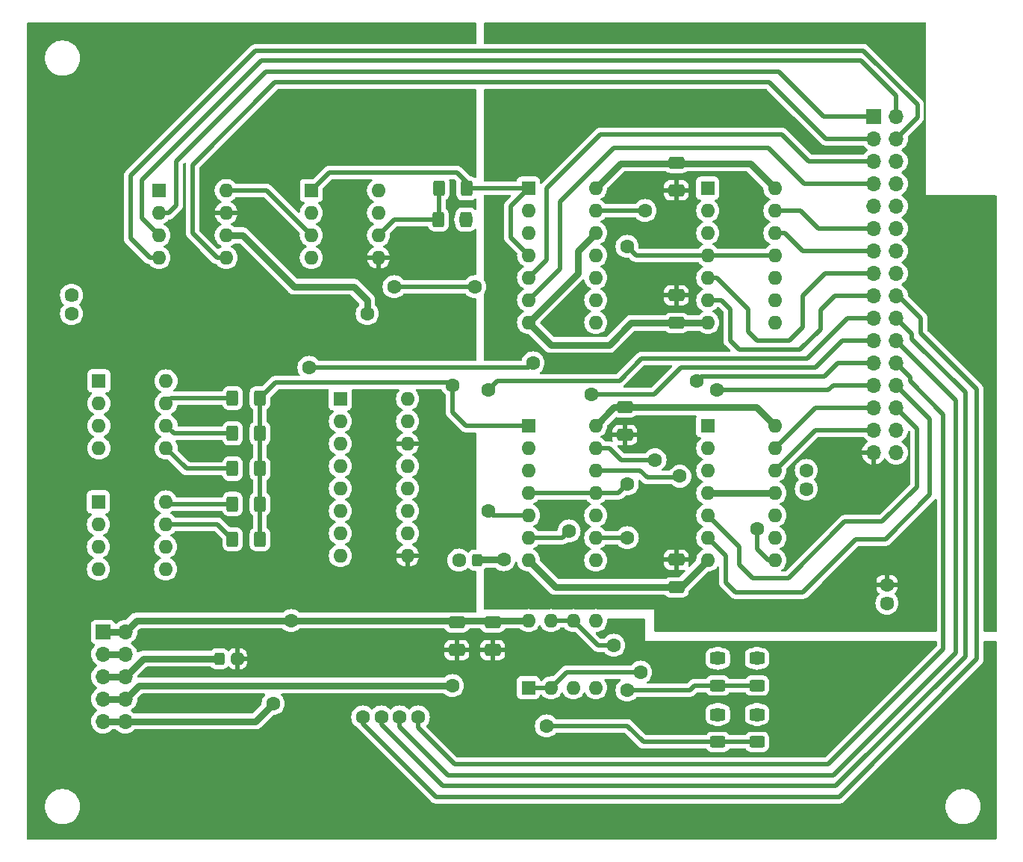
<source format=gbr>
%TF.GenerationSoftware,KiCad,Pcbnew,8.0.1*%
%TF.CreationDate,2024-03-22T17:40:30+05:30*%
%TF.ProjectId,MiniCircuit,4d696e69-4369-4726-9375-69742e6b6963,rev?*%
%TF.SameCoordinates,Original*%
%TF.FileFunction,Copper,L1,Top*%
%TF.FilePolarity,Positive*%
%FSLAX46Y46*%
G04 Gerber Fmt 4.6, Leading zero omitted, Abs format (unit mm)*
G04 Created by KiCad (PCBNEW 8.0.1) date 2024-03-22 17:40:30*
%MOMM*%
%LPD*%
G01*
G04 APERTURE LIST*
G04 Aperture macros list*
%AMRoundRect*
0 Rectangle with rounded corners*
0 $1 Rounding radius*
0 $2 $3 $4 $5 $6 $7 $8 $9 X,Y pos of 4 corners*
0 Add a 4 corners polygon primitive as box body*
4,1,4,$2,$3,$4,$5,$6,$7,$8,$9,$2,$3,0*
0 Add four circle primitives for the rounded corners*
1,1,$1+$1,$2,$3*
1,1,$1+$1,$4,$5*
1,1,$1+$1,$6,$7*
1,1,$1+$1,$8,$9*
0 Add four rect primitives between the rounded corners*
20,1,$1+$1,$2,$3,$4,$5,0*
20,1,$1+$1,$4,$5,$6,$7,0*
20,1,$1+$1,$6,$7,$8,$9,0*
20,1,$1+$1,$8,$9,$2,$3,0*%
G04 Aperture macros list end*
%TA.AperFunction,ComponentPad*%
%ADD10R,1.600000X1.600000*%
%TD*%
%TA.AperFunction,ComponentPad*%
%ADD11O,1.600000X1.600000*%
%TD*%
%TA.AperFunction,SMDPad,CuDef*%
%ADD12RoundRect,0.250000X-0.450000X0.325000X-0.450000X-0.325000X0.450000X-0.325000X0.450000X0.325000X0*%
%TD*%
%TA.AperFunction,SMDPad,CuDef*%
%ADD13RoundRect,0.250000X0.325000X0.450000X-0.325000X0.450000X-0.325000X-0.450000X0.325000X-0.450000X0*%
%TD*%
%TA.AperFunction,SMDPad,CuDef*%
%ADD14RoundRect,0.250000X-0.650000X0.412500X-0.650000X-0.412500X0.650000X-0.412500X0.650000X0.412500X0*%
%TD*%
%TA.AperFunction,SMDPad,CuDef*%
%ADD15RoundRect,0.250000X0.400000X0.625000X-0.400000X0.625000X-0.400000X-0.625000X0.400000X-0.625000X0*%
%TD*%
%TA.AperFunction,ComponentPad*%
%ADD16R,1.700000X1.700000*%
%TD*%
%TA.AperFunction,ComponentPad*%
%ADD17O,1.700000X1.700000*%
%TD*%
%TA.AperFunction,SMDPad,CuDef*%
%ADD18RoundRect,0.250000X0.650000X-0.412500X0.650000X0.412500X-0.650000X0.412500X-0.650000X-0.412500X0*%
%TD*%
%TA.AperFunction,SMDPad,CuDef*%
%ADD19RoundRect,0.250000X-0.400000X-0.625000X0.400000X-0.625000X0.400000X0.625000X-0.400000X0.625000X0*%
%TD*%
%TA.AperFunction,SMDPad,CuDef*%
%ADD20RoundRect,0.250000X0.625000X-0.400000X0.625000X0.400000X-0.625000X0.400000X-0.625000X-0.400000X0*%
%TD*%
%TA.AperFunction,ViaPad*%
%ADD21C,1.600000*%
%TD*%
%TA.AperFunction,Conductor*%
%ADD22C,0.500000*%
%TD*%
%TA.AperFunction,Conductor*%
%ADD23C,0.800000*%
%TD*%
G04 APERTURE END LIST*
D10*
%TO.P,SW2,1*%
%TO.N,/Driver_FB*%
X136144000Y-79756000D03*
D11*
%TO.P,SW2,2*%
X136144000Y-82296000D03*
%TO.P,SW2,3*%
%TO.N,unconnected-(SW2-Pad3)*%
X136144000Y-84836000D03*
%TO.P,SW2,4*%
%TO.N,unconnected-(SW2-Pad4)*%
X136144000Y-87376000D03*
%TO.P,SW2,5*%
%TO.N,unconnected-(SW2-Pad5)*%
X143764000Y-87376000D03*
%TO.P,SW2,6*%
%TO.N,unconnected-(SW2-Pad6)*%
X143764000Y-84836000D03*
%TO.P,SW2,7*%
%TO.N,/S2out*%
X143764000Y-82296000D03*
%TO.P,SW2,8*%
%TO.N,/S3out*%
X143764000Y-79756000D03*
%TD*%
D10*
%TO.P,SW1,1*%
%TO.N,unconnected-(SW1-Pad1)*%
X136194800Y-66040000D03*
D11*
%TO.P,SW1,2*%
%TO.N,/Driver_FB*%
X136194800Y-68580000D03*
%TO.P,SW1,3*%
X136194800Y-71120000D03*
%TO.P,SW1,4*%
X136194800Y-73660000D03*
%TO.P,SW1,5*%
%TO.N,/S4out*%
X143814800Y-73660000D03*
%TO.P,SW1,6*%
%TO.N,/S5out*%
X143814800Y-71120000D03*
%TO.P,SW1,7*%
%TO.N,/S6out*%
X143814800Y-68580000D03*
%TO.P,SW1,8*%
%TO.N,unconnected-(SW1-Pad8)*%
X143814800Y-66040000D03*
%TD*%
D12*
%TO.P,FB5,1*%
%TO.N,/+5VA*%
X133096000Y-56379000D03*
%TO.P,FB5,2*%
%TO.N,/+5V*%
X133096000Y-58429000D03*
%TD*%
D13*
%TO.P,FB4,1*%
%TO.N,/-5VD*%
X179079000Y-86360000D03*
%TO.P,FB4,2*%
%TO.N,/-5V*%
X177029000Y-86360000D03*
%TD*%
D12*
%TO.P,FB3,1*%
%TO.N,/+5VD*%
X216408000Y-76191000D03*
%TO.P,FB3,2*%
%TO.N,/+5V*%
X216408000Y-78241000D03*
%TD*%
D13*
%TO.P,FB2,1*%
%TO.N,GNDA*%
X151901000Y-97536000D03*
%TO.P,FB2,2*%
%TO.N,/PowerGND*%
X149851000Y-97536000D03*
%TD*%
D12*
%TO.P,FB1,1*%
%TO.N,GNDD*%
X225552000Y-89145000D03*
%TO.P,FB1,2*%
%TO.N,/PowerGND*%
X225552000Y-91195000D03*
%TD*%
D14*
%TO.P,C11,1*%
%TO.N,/+5VD*%
X195834000Y-69049500D03*
%TO.P,C11,2*%
%TO.N,GNDD*%
X195834000Y-72174500D03*
%TD*%
D10*
%TO.P,U8,1*%
%TO.N,/S10out*%
X205232000Y-71120000D03*
D11*
%TO.P,U8,2*%
%TO.N,/Vt1*%
X205232000Y-73660000D03*
%TO.P,U8,3*%
X205232000Y-76200000D03*
%TO.P,U8,4*%
%TO.N,GNDA*%
X205232000Y-78740000D03*
%TO.P,U8,5*%
%TO.N,/ControlAF_3B*%
X205232000Y-81280000D03*
%TO.P,U8,6*%
%TO.N,/ControlAF_4A*%
X205232000Y-83820000D03*
%TO.P,U8,7,V_{SS}*%
%TO.N,/-5VD*%
X205232000Y-86360000D03*
%TO.P,U8,8*%
%TO.N,/S10out*%
X212852000Y-86360000D03*
%TO.P,U8,9*%
%TO.N,/Vt2*%
X212852000Y-83820000D03*
%TO.P,U8,10*%
X212852000Y-81280000D03*
%TO.P,U8,11*%
%TO.N,GNDA*%
X212852000Y-78740000D03*
%TO.P,U8,12*%
%TO.N,/ControlAF_4B*%
X212852000Y-76200000D03*
%TO.P,U8,13*%
%TO.N,/ControlAF_3A*%
X212852000Y-73660000D03*
%TO.P,U8,14,V_{DD}*%
%TO.N,/+5VD*%
X212852000Y-71120000D03*
%TD*%
D15*
%TO.P,R10,1*%
%TO.N,/Driver_FB*%
X177893750Y-44222000D03*
%TO.P,R10,2*%
%TO.N,/Write_FB*%
X174793750Y-44222000D03*
%TD*%
D16*
%TO.P,J2,1,Pin_1*%
%TO.N,/+15V*%
X136652000Y-94488000D03*
D17*
%TO.P,J2,2,Pin_2*%
X139192000Y-94488000D03*
%TO.P,J2,3,Pin_3*%
%TO.N,/+5V*%
X136652000Y-97028000D03*
%TO.P,J2,4,Pin_4*%
X139192000Y-97028000D03*
%TO.P,J2,5,Pin_5*%
%TO.N,/PowerGND*%
X136652000Y-99568000D03*
%TO.P,J2,6,Pin_6*%
X139192000Y-99568000D03*
%TO.P,J2,7,Pin_7*%
%TO.N,/-5V*%
X136652000Y-102108000D03*
%TO.P,J2,8,Pin_8*%
X139192000Y-102108000D03*
%TO.P,J2,9,Pin_9*%
%TO.N,/-15V*%
X136652000Y-104648000D03*
%TO.P,J2,10,Pin_10*%
X139192000Y-104648000D03*
%TD*%
D10*
%TO.P,U3,1,CH0*%
%TO.N,/S7out*%
X163576000Y-68072000D03*
D11*
%TO.P,U3,2,CH1*%
%TO.N,/S8out*%
X163576000Y-70612000D03*
%TO.P,U3,3,CH2*%
%TO.N,unconnected-(U3-CH2-Pad3)*%
X163576000Y-73152000D03*
%TO.P,U3,4,CH3*%
%TO.N,unconnected-(U3-CH3-Pad4)*%
X163576000Y-75692000D03*
%TO.P,U3,5,CH4*%
%TO.N,unconnected-(U3-CH4-Pad5)*%
X163576000Y-78232000D03*
%TO.P,U3,6,CH5*%
%TO.N,unconnected-(U3-CH5-Pad6)*%
X163576000Y-80772000D03*
%TO.P,U3,7,CH6*%
%TO.N,/S7out*%
X163576000Y-83312000D03*
%TO.P,U3,8,CH7*%
%TO.N,/S8out*%
X163576000Y-85852000D03*
%TO.P,U3,9,DGND*%
%TO.N,GNDA*%
X171196000Y-85852000D03*
%TO.P,U3,10,~{CS}/SHDN*%
%TO.N,/ADC_CSbar*%
X171196000Y-83312000D03*
%TO.P,U3,11,Din*%
%TO.N,/Din*%
X171196000Y-80772000D03*
%TO.P,U3,12,Dout*%
%TO.N,/Dout*%
X171196000Y-78232000D03*
%TO.P,U3,13,CLK*%
%TO.N,/CLK*%
X171196000Y-75692000D03*
%TO.P,U3,14,AGND*%
%TO.N,GNDA*%
X171196000Y-73152000D03*
%TO.P,U3,15,Vref*%
%TO.N,/+5VA*%
X171196000Y-70612000D03*
%TO.P,U3,16,Vdd*%
X171196000Y-68072000D03*
%TD*%
D18*
%TO.P,C10,1*%
%TO.N,/-5VD*%
X201676000Y-59474500D03*
%TO.P,C10,2*%
%TO.N,GNDD*%
X201676000Y-56349500D03*
%TD*%
D10*
%TO.P,U4,1,Vdd*%
%TO.N,/+5VA*%
X143012000Y-44460000D03*
D11*
%TO.P,U4,2,~{CS}*%
%TO.N,/DAC_CSbar*%
X143012000Y-47000000D03*
%TO.P,U4,3,SCK*%
%TO.N,/SCK*%
X143012000Y-49540000D03*
%TO.P,U4,4,SDI*%
%TO.N,/SDI*%
X143012000Y-52080000D03*
%TO.P,U4,5,~{LDAC}*%
%TO.N,/LDACbar*%
X150632000Y-52080000D03*
%TO.P,U4,6,Vref*%
%TO.N,/+5VA*%
X150632000Y-49540000D03*
%TO.P,U4,7,Vss*%
%TO.N,GNDA*%
X150632000Y-47000000D03*
%TO.P,U4,8,Vout*%
%TO.N,/DAC_output*%
X150632000Y-44460000D03*
%TD*%
D19*
%TO.P,R2,1*%
%TO.N,/S3out*%
X151358000Y-80000000D03*
%TO.P,R2,2*%
%TO.N,/Driver_op*%
X154458000Y-80000000D03*
%TD*%
D10*
%TO.P,U1,1*%
%TO.N,/Driver_FB*%
X160284000Y-44460000D03*
D11*
%TO.P,U1,2,-*%
X160284000Y-47000000D03*
%TO.P,U1,3,+*%
%TO.N,/DAC_output*%
X160284000Y-49540000D03*
%TO.P,U1,4,V-*%
%TO.N,/-15V*%
X160284000Y-52080000D03*
%TO.P,U1,5,+*%
%TO.N,GNDA*%
X167904000Y-52080000D03*
%TO.P,U1,6,-*%
%TO.N,/Write_FB*%
X167904000Y-49540000D03*
%TO.P,U1,7*%
%TO.N,/S10inB*%
X167904000Y-47000000D03*
%TO.P,U1,8,V+*%
%TO.N,/+15V*%
X167904000Y-44460000D03*
%TD*%
D19*
%TO.P,R5,1*%
%TO.N,/S6out*%
X151358000Y-68000000D03*
%TO.P,R5,2*%
%TO.N,/Driver_op*%
X154458000Y-68000000D03*
%TD*%
%TO.P,R1,1*%
%TO.N,/S2out*%
X151358000Y-84000000D03*
%TO.P,R1,2*%
%TO.N,/Driver_op*%
X154458000Y-84000000D03*
%TD*%
D14*
%TO.P,C6,1*%
%TO.N,/+15V*%
X180848000Y-93433500D03*
%TO.P,C6,2*%
%TO.N,GNDA*%
X180848000Y-96558500D03*
%TD*%
D20*
%TO.P,R8,1*%
%TO.N,/Hz2*%
X206375000Y-100584000D03*
%TO.P,R8,2*%
%TO.N,/Vt1*%
X206375000Y-97484000D03*
%TD*%
%TO.P,R7,1*%
%TO.N,/Hz1*%
X210820000Y-106960000D03*
%TO.P,R7,2*%
%TO.N,/Vt2*%
X210820000Y-103860000D03*
%TD*%
D10*
%TO.P,U6,1*%
%TO.N,/S10inA*%
X205232000Y-44196000D03*
D11*
%TO.P,U6,2*%
%TO.N,/S9out*%
X205232000Y-46736000D03*
%TO.P,U6,3*%
X205232000Y-49276000D03*
%TO.P,U6,4*%
%TO.N,/S10inB*%
X205232000Y-51816000D03*
%TO.P,U6,5*%
%TO.N,/Control9B*%
X205232000Y-54356000D03*
%TO.P,U6,6*%
%TO.N,/Control10A*%
X205232000Y-56896000D03*
%TO.P,U6,7,V_{SS}*%
%TO.N,/-5VD*%
X205232000Y-59436000D03*
%TO.P,U6,8*%
%TO.N,/S10inA*%
X212852000Y-59436000D03*
%TO.P,U6,9*%
%TO.N,/S10out*%
X212852000Y-56896000D03*
%TO.P,U6,10*%
X212852000Y-54356000D03*
%TO.P,U6,11*%
%TO.N,/S10inB*%
X212852000Y-51816000D03*
%TO.P,U6,12*%
%TO.N,/Control10B*%
X212852000Y-49276000D03*
%TO.P,U6,13*%
%TO.N,/Control9A*%
X212852000Y-46736000D03*
%TO.P,U6,14,V_{DD}*%
%TO.N,/+5VD*%
X212852000Y-44196000D03*
%TD*%
D20*
%TO.P,R6,1*%
%TO.N,/Hz1*%
X206375000Y-106960000D03*
%TO.P,R6,2*%
%TO.N,/Vt1*%
X206375000Y-103860000D03*
%TD*%
D19*
%TO.P,R11,1*%
%TO.N,/Write_FB*%
X174700000Y-47752000D03*
%TO.P,R11,2*%
%TO.N,/S10inB*%
X177800000Y-47752000D03*
%TD*%
D18*
%TO.P,C12,1*%
%TO.N,/-5VD*%
X201676000Y-89446500D03*
%TO.P,C12,2*%
%TO.N,GNDD*%
X201676000Y-86321500D03*
%TD*%
D14*
%TO.P,C9,1*%
%TO.N,/+5VD*%
X201676000Y-41312700D03*
%TO.P,C9,2*%
%TO.N,GNDD*%
X201676000Y-44437700D03*
%TD*%
%TO.P,C5,1*%
%TO.N,/+15V*%
X176784000Y-93433500D03*
%TO.P,C5,2*%
%TO.N,GNDA*%
X176784000Y-96558500D03*
%TD*%
D20*
%TO.P,R9,1*%
%TO.N,/Hz2*%
X210820000Y-100584000D03*
%TO.P,R9,2*%
%TO.N,/Vt2*%
X210820000Y-97484000D03*
%TD*%
D10*
%TO.P,U7,1*%
%TO.N,/Driver_op*%
X184912000Y-71120000D03*
D11*
%TO.P,U7,2*%
%TO.N,/Hz1*%
X184912000Y-73660000D03*
%TO.P,U7,3*%
X184912000Y-76200000D03*
%TO.P,U7,4*%
%TO.N,/S9out*%
X184912000Y-78740000D03*
%TO.P,U7,5*%
%TO.N,/ControlAF_1B*%
X184912000Y-81280000D03*
%TO.P,U7,6*%
%TO.N,/ControlAF_2A*%
X184912000Y-83820000D03*
%TO.P,U7,7,V_{SS}*%
%TO.N,/-5VD*%
X184912000Y-86360000D03*
%TO.P,U7,8*%
%TO.N,/Driver_op*%
X192532000Y-86360000D03*
%TO.P,U7,9*%
%TO.N,/Hz2*%
X192532000Y-83820000D03*
%TO.P,U7,10*%
X192532000Y-81280000D03*
%TO.P,U7,11*%
%TO.N,/S9out*%
X192532000Y-78740000D03*
%TO.P,U7,12*%
%TO.N,/ControlAF_2B*%
X192532000Y-76200000D03*
%TO.P,U7,13*%
%TO.N,/ControlAF_1A*%
X192532000Y-73660000D03*
%TO.P,U7,14,V_{DD}*%
%TO.N,/+5VD*%
X192532000Y-71120000D03*
%TD*%
D10*
%TO.P,U5,1*%
%TO.N,/Driver_FB*%
X184912000Y-44191000D03*
D11*
%TO.P,U5,2*%
%TO.N,/Driver_op*%
X184912000Y-46731000D03*
%TO.P,U5,3*%
%TO.N,/S7out*%
X184912000Y-49271000D03*
%TO.P,U5,4*%
%TO.N,/Driver_FB*%
X184912000Y-51811000D03*
%TO.P,U5,5*%
%TO.N,/Control7*%
X184912000Y-54351000D03*
%TO.P,U5,6*%
%TO.N,/Control8*%
X184912000Y-56891000D03*
%TO.P,U5,7,V_{SS}*%
%TO.N,/-5VD*%
X184912000Y-59431000D03*
%TO.P,U5,8*%
%TO.N,/S8in*%
X192532000Y-59431000D03*
%TO.P,U5,9*%
%TO.N,/S8out*%
X192532000Y-56891000D03*
%TO.P,U5,10*%
%TO.N,unconnected-(U5-Pad10)*%
X192532000Y-54351000D03*
%TO.P,U5,11*%
%TO.N,unconnected-(U5-Pad11)*%
X192532000Y-51811000D03*
%TO.P,U5,12*%
%TO.N,/-5VD*%
X192532000Y-49271000D03*
%TO.P,U5,13*%
%TO.N,/Control1*%
X192532000Y-46731000D03*
%TO.P,U5,14,V_{DD}*%
%TO.N,/+5VD*%
X192532000Y-44191000D03*
%TD*%
D19*
%TO.P,R4,1*%
%TO.N,/S5out*%
X151358000Y-72000000D03*
%TO.P,R4,2*%
%TO.N,/Driver_op*%
X154458000Y-72000000D03*
%TD*%
D10*
%TO.P,U2,1*%
%TO.N,/S10inA*%
X184912000Y-100828000D03*
D11*
%TO.P,U2,2,-*%
X187452000Y-100828000D03*
%TO.P,U2,3,+*%
%TO.N,/Driver_op*%
X189992000Y-100828000D03*
%TO.P,U2,4,V-*%
%TO.N,/-15V*%
X192532000Y-100828000D03*
%TO.P,U2,5,+*%
%TO.N,/Driver_op*%
X192532000Y-93208000D03*
%TO.P,U2,6,-*%
%TO.N,/S8in*%
X189992000Y-93208000D03*
%TO.P,U2,7*%
X187452000Y-93208000D03*
%TO.P,U2,8,V+*%
%TO.N,/+15V*%
X184912000Y-93208000D03*
%TD*%
D19*
%TO.P,R3,1*%
%TO.N,/S4out*%
X151358000Y-76000000D03*
%TO.P,R3,2*%
%TO.N,/Driver_op*%
X154458000Y-76000000D03*
%TD*%
D16*
%TO.P,J1,1,Pin_1*%
%TO.N,/DAC_CSbar*%
X224028000Y-36068000D03*
D17*
%TO.P,J1,2,Pin_2*%
%TO.N,/SCK*%
X226568000Y-36068000D03*
%TO.P,J1,3,Pin_3*%
%TO.N,/LDACbar*%
X224028000Y-38608000D03*
%TO.P,J1,4,Pin_4*%
%TO.N,/SDI*%
X226568000Y-38608000D03*
%TO.P,J1,5,Pin_5*%
%TO.N,/Control7*%
X224028000Y-41148000D03*
%TO.P,J1,6,Pin_6*%
%TO.N,unconnected-(J1-Pin_6-Pad6)*%
X226568000Y-41148000D03*
%TO.P,J1,7,Pin_7*%
%TO.N,/Control8*%
X224028000Y-43688000D03*
%TO.P,J1,8,Pin_8*%
%TO.N,unconnected-(J1-Pin_8-Pad8)*%
X226568000Y-43688000D03*
%TO.P,J1,9,Pin_9*%
%TO.N,/Control1*%
X224028000Y-46228000D03*
%TO.P,J1,10,Pin_10*%
%TO.N,unconnected-(J1-Pin_10-Pad10)*%
X226568000Y-46228000D03*
%TO.P,J1,11,Pin_11*%
%TO.N,/Control9A*%
X224028000Y-48768000D03*
%TO.P,J1,12,Pin_12*%
%TO.N,unconnected-(J1-Pin_12-Pad12)*%
X226568000Y-48768000D03*
%TO.P,J1,13,Pin_13*%
%TO.N,/Control10B*%
X224028000Y-51308000D03*
%TO.P,J1,14,Pin_14*%
%TO.N,unconnected-(J1-Pin_14-Pad14)*%
X226568000Y-51308000D03*
%TO.P,J1,15,Pin_15*%
%TO.N,/Control9B*%
X224028000Y-53848000D03*
%TO.P,J1,16,Pin_16*%
%TO.N,unconnected-(J1-Pin_16-Pad16)*%
X226568000Y-53848000D03*
%TO.P,J1,17,Pin_17*%
%TO.N,/Control10A*%
X224028000Y-56388000D03*
%TO.P,J1,18,Pin_18*%
%TO.N,/CLK*%
X226568000Y-56388000D03*
%TO.P,J1,19,Pin_19*%
%TO.N,/ControlAF_1B*%
X224028000Y-58928000D03*
%TO.P,J1,20,Pin_20*%
%TO.N,/Dout*%
X226568000Y-58928000D03*
%TO.P,J1,21,Pin_21*%
%TO.N,/ControlAF_2A*%
X224028000Y-61468000D03*
%TO.P,J1,22,Pin_22*%
%TO.N,/ADC_CSbar*%
X226568000Y-61468000D03*
%TO.P,J1,23,Pin_23*%
%TO.N,/ControlAF_1A*%
X224028000Y-64008000D03*
%TO.P,J1,24,Pin_24*%
%TO.N,/Din*%
X226568000Y-64008000D03*
%TO.P,J1,25,Pin_25*%
%TO.N,/ControlAF_2B*%
X224028000Y-66548000D03*
%TO.P,J1,26,Pin_26*%
%TO.N,/ControlAF_4A*%
X226568000Y-66548000D03*
%TO.P,J1,27,Pin_27*%
%TO.N,/ControlAF_3A*%
X224028000Y-69088000D03*
%TO.P,J1,28,Pin_28*%
%TO.N,/ControlAF_3B*%
X226568000Y-69088000D03*
%TO.P,J1,29,Pin_29*%
%TO.N,/ControlAF_4B*%
X224028000Y-71628000D03*
%TO.P,J1,30,Pin_30*%
%TO.N,unconnected-(J1-Pin_30-Pad30)*%
X226568000Y-71628000D03*
%TO.P,J1,31,Pin_31*%
%TO.N,GNDD*%
X224028000Y-74168000D03*
%TO.P,J1,32,Pin_32*%
%TO.N,unconnected-(J1-Pin_32-Pad32)*%
X226568000Y-74168000D03*
%TD*%
D21*
%TO.N,GNDA*%
X235000000Y-110000000D03*
X230000000Y-115000000D03*
X130000000Y-110000000D03*
X135000000Y-110000000D03*
X130000000Y-35000000D03*
X135000000Y-35000000D03*
X130000000Y-80000000D03*
X214884000Y-97536000D03*
X150000000Y-115000000D03*
X230000000Y-110000000D03*
X174244000Y-62966000D03*
X175000000Y-80000000D03*
X178816000Y-103632000D03*
X152400000Y-89408000D03*
X214884000Y-103632000D03*
X163068000Y-97028000D03*
X138176000Y-56388000D03*
X138176000Y-60452000D03*
X167640000Y-73152000D03*
X135000000Y-40000000D03*
X145796000Y-90000000D03*
X130000000Y-105000000D03*
X171196000Y-37592000D03*
X165000000Y-115000000D03*
X202184000Y-98044000D03*
X175000000Y-35000000D03*
X161544000Y-103632000D03*
X160000000Y-115000000D03*
X225000000Y-115000000D03*
X170000000Y-115000000D03*
X235000000Y-105000000D03*
X130000000Y-90000000D03*
X140000000Y-35000000D03*
X155000000Y-115000000D03*
X147828000Y-85344000D03*
X140000000Y-115000000D03*
X154940000Y-41148000D03*
X201168000Y-104140000D03*
X140000000Y-110000000D03*
X143764000Y-60452000D03*
X130000000Y-70000000D03*
X158496000Y-37084000D03*
X135000000Y-45000000D03*
X159004000Y-97028000D03*
X151901000Y-97536000D03*
X130000000Y-55000000D03*
X215000000Y-100000000D03*
X173228000Y-58928000D03*
X165000000Y-35000000D03*
X175000000Y-75000000D03*
X130000000Y-65000000D03*
X160020000Y-41148000D03*
X130000000Y-50000000D03*
X145000000Y-30000000D03*
X130000000Y-100000000D03*
X145000000Y-115000000D03*
X130000000Y-75000000D03*
X130000000Y-95000000D03*
X175000000Y-40000000D03*
X154940000Y-48260000D03*
X148336000Y-63500000D03*
X150368000Y-102616000D03*
X140000000Y-30000000D03*
X130000000Y-85000000D03*
X162052000Y-90424000D03*
X179832000Y-99568000D03*
X143764000Y-56388000D03*
X145000000Y-110000000D03*
X130000000Y-60000000D03*
X130000000Y-45000000D03*
X154940000Y-106680000D03*
X130000000Y-40000000D03*
X225044000Y-97536000D03*
X174244000Y-51816000D03*
%TO.N,/+15V*%
X157988000Y-93208000D03*
%TO.N,/-15V*%
X155956000Y-102616000D03*
%TO.N,GNDD*%
X230000000Y-92500000D03*
X198628000Y-65532000D03*
X230000000Y-52500000D03*
X230000000Y-82500000D03*
X199644000Y-61468000D03*
X235000000Y-52500000D03*
X180848000Y-46736000D03*
X200000000Y-35000000D03*
X235000000Y-47500000D03*
X195000000Y-35000000D03*
X183896000Y-39624000D03*
X200660000Y-48768000D03*
X182118000Y-89458800D03*
X201168000Y-82804000D03*
X181864000Y-54864000D03*
X188468000Y-38608000D03*
X221996000Y-89662000D03*
X201168000Y-78740000D03*
X209804000Y-44704000D03*
X210000000Y-35000000D03*
X196088000Y-54356000D03*
X230000000Y-47500000D03*
X202692000Y-92456000D03*
X191008000Y-64008000D03*
X205000000Y-35000000D03*
X230632000Y-57505600D03*
X225552000Y-89145000D03*
X235000000Y-57500000D03*
X208280000Y-49276000D03*
X230000000Y-87500000D03*
X235000000Y-62500000D03*
%TO.N,/PowerGND*%
X225552000Y-91245003D03*
%TO.N,/S8out*%
X160020000Y-64516000D03*
X185417500Y-64005500D03*
%TO.N,/S7out*%
X178816000Y-55372000D03*
X169672000Y-55372000D03*
%TO.N,/Control1*%
X198120000Y-46736000D03*
%TO.N,/Driver_op*%
X176276000Y-66522000D03*
%TO.N,/+5V*%
X216408000Y-78291003D03*
X133096000Y-58429000D03*
%TO.N,/-5VD*%
X182118000Y-86309200D03*
%TO.N,/+5VD*%
X216408000Y-76191000D03*
%TO.N,/S8in*%
X194564000Y-96012000D03*
%TO.N,/S10inA*%
X197612000Y-99060000D03*
%TO.N,/S9out*%
X196114000Y-77724000D03*
%TO.N,/S10out*%
X210820000Y-82804000D03*
%TO.N,/S10inB*%
X196088000Y-50800000D03*
X177800000Y-47752000D03*
%TO.N,/ControlAF_1A*%
X199256000Y-75000000D03*
X203962000Y-66066000D03*
%TO.N,/ControlAF_2A*%
X189510000Y-83058000D03*
X192024000Y-67564000D03*
%TO.N,/Hz1*%
X186944000Y-105156000D03*
%TO.N,/ControlAF_2B*%
X202073904Y-76845442D03*
X206248000Y-67082000D03*
%TO.N,/ControlAF_1B*%
X180340000Y-67056000D03*
X180340000Y-80772000D03*
%TO.N,/Hz2*%
X196088000Y-101092000D03*
X196114000Y-83820000D03*
%TO.N,/Vt1*%
X206375000Y-97484000D03*
X206375000Y-103860000D03*
%TO.N,/Vt2*%
X210820000Y-103860000D03*
X210820000Y-97484000D03*
%TO.N,/CLK*%
X166116000Y-104140000D03*
%TO.N,/Din*%
X172416009Y-104140000D03*
%TO.N,/Dout*%
X168216003Y-104140000D03*
%TO.N,/ADC_CSbar*%
X170316006Y-104140000D03*
%TO.N,/-5V*%
X177029000Y-86360000D03*
X176276000Y-100584000D03*
%TO.N,/+5VA*%
X133096000Y-56328997D03*
X166624000Y-58420000D03*
%TD*%
D22*
%TO.N,/Driver_op*%
X156214800Y-66243200D02*
X154458000Y-68000000D01*
X175997200Y-66243200D02*
X156214800Y-66243200D01*
X176276000Y-66522000D02*
X175997200Y-66243200D01*
%TO.N,/DAC_CSbar*%
X213258400Y-30988000D02*
X218338400Y-36068000D01*
X145000000Y-46117786D02*
X145000000Y-41131200D01*
X144117786Y-47000000D02*
X145000000Y-46117786D01*
X218338400Y-36068000D02*
X224028000Y-36068000D01*
X143012000Y-47000000D02*
X144117786Y-47000000D01*
X145000000Y-41131200D02*
X155143200Y-30988000D01*
X155143200Y-30988000D02*
X213258400Y-30988000D01*
%TO.N,/ControlAF_1A*%
X219992000Y-64008000D02*
X224028000Y-64008000D01*
X204496000Y-65532000D02*
X218468000Y-65532000D01*
X218468000Y-65532000D02*
X219992000Y-64008000D01*
X203962000Y-66066000D02*
X204496000Y-65532000D01*
%TO.N,/SDI*%
X229000000Y-36176000D02*
X226568000Y-38608000D01*
X153974800Y-28600400D02*
X222902214Y-28600400D01*
X229000000Y-34698186D02*
X229000000Y-36176000D01*
X139801600Y-42773600D02*
X153974800Y-28600400D01*
X141996000Y-52080000D02*
X139801600Y-49885600D01*
X222902214Y-28600400D02*
X229000000Y-34698186D01*
X143012000Y-52080000D02*
X141996000Y-52080000D01*
X139801600Y-49885600D02*
X139801600Y-42773600D01*
%TO.N,/SCK*%
X222605600Y-29718000D02*
X226568000Y-33680400D01*
X154654000Y-29718000D02*
X222605600Y-29718000D01*
X141055600Y-43316400D02*
X154654000Y-29718000D01*
X141055600Y-47583600D02*
X141055600Y-43316400D01*
X143012000Y-49540000D02*
X141055600Y-47583600D01*
X226568000Y-33680400D02*
X226568000Y-36068000D01*
%TO.N,/LDACbar*%
X146812000Y-41554400D02*
X156159200Y-32207200D01*
X146812000Y-49276000D02*
X146812000Y-41554400D01*
X149616000Y-52080000D02*
X146812000Y-49276000D01*
X150632000Y-52080000D02*
X149616000Y-52080000D01*
X156159200Y-32207200D02*
X212207200Y-32207200D01*
X212207200Y-32207200D02*
X218608000Y-38608000D01*
X218608000Y-38608000D02*
X224028000Y-38608000D01*
%TO.N,/CLK*%
X226872800Y-56388000D02*
X226568000Y-56388000D01*
X229396801Y-58912001D02*
X226872800Y-56388000D01*
X235762800Y-67005200D02*
X229396801Y-60639201D01*
X220167200Y-113182400D02*
X235762800Y-97586800D01*
X235762800Y-97586800D02*
X235762800Y-67005200D01*
X174396400Y-113182400D02*
X220167200Y-113182400D01*
X166116000Y-104902000D02*
X174396400Y-113182400D01*
X229396801Y-60639201D02*
X229396801Y-58912001D01*
X166116000Y-104140000D02*
X166116000Y-104902000D01*
%TO.N,/Dout*%
X228396800Y-60756800D02*
X226568000Y-58928000D01*
X234442000Y-97282000D02*
X234442000Y-67360800D01*
X175209200Y-111963200D02*
X219760800Y-111963200D01*
X234442000Y-67360800D02*
X228396800Y-61315600D01*
X168216003Y-104970003D02*
X175209200Y-111963200D01*
X219760800Y-111963200D02*
X234442000Y-97282000D01*
X228396800Y-61315600D02*
X228396800Y-60756800D01*
X168216003Y-104140000D02*
X168216003Y-104970003D01*
%TO.N,/ControlAF_4A*%
X230428800Y-70408800D02*
X226568000Y-66548000D01*
X225372000Y-84000000D02*
X230428800Y-78943200D01*
X222000000Y-84000000D02*
X225372000Y-84000000D01*
X216000000Y-90000000D02*
X222000000Y-84000000D01*
X230428800Y-78943200D02*
X230428800Y-70408800D01*
X207264000Y-88900000D02*
X208364000Y-90000000D01*
X207264000Y-85852000D02*
X207264000Y-88900000D01*
X205232000Y-83820000D02*
X207264000Y-85852000D01*
X208364000Y-90000000D02*
X216000000Y-90000000D01*
%TO.N,/Din*%
X228168000Y-65608000D02*
X226568000Y-64008000D01*
X231952800Y-69850000D02*
X228168000Y-66065200D01*
X218897200Y-109474000D02*
X231952800Y-96418400D01*
X231952800Y-96418400D02*
X231952800Y-69850000D01*
X172416009Y-105360009D02*
X176530000Y-109474000D01*
X176530000Y-109474000D02*
X218897200Y-109474000D01*
X172416009Y-104140000D02*
X172416009Y-105360009D01*
X228168000Y-66065200D02*
X228168000Y-65608000D01*
%TO.N,/Hz1*%
X197942800Y-106960000D02*
X210820000Y-106960000D01*
X196138800Y-105156000D02*
X197942800Y-106960000D01*
X186944000Y-105156000D02*
X196138800Y-105156000D01*
%TO.N,/ControlAF_2B*%
X192558000Y-76174000D02*
X192532000Y-76200000D01*
X198361200Y-77000000D02*
X197535200Y-76174000D01*
X197535200Y-76174000D02*
X192558000Y-76174000D01*
X201919346Y-77000000D02*
X198361200Y-77000000D01*
X202073904Y-76845442D02*
X201919346Y-77000000D01*
%TO.N,/ADC_CSbar*%
X233324400Y-68224400D02*
X226568000Y-61468000D01*
X219456000Y-110744000D02*
X233324400Y-96875600D01*
X175768000Y-110744000D02*
X219456000Y-110744000D01*
X170316006Y-105292006D02*
X175768000Y-110744000D01*
X170316006Y-104140000D02*
X170316006Y-105292006D01*
X233324400Y-96875600D02*
X233324400Y-68224400D01*
%TO.N,/Control7*%
X216690893Y-41148000D02*
X224028000Y-41148000D01*
X213642893Y-38100000D02*
X216690893Y-41148000D01*
X193040000Y-38100000D02*
X213642893Y-38100000D01*
X186944000Y-44196000D02*
X193040000Y-38100000D01*
X186944000Y-52319000D02*
X186944000Y-44196000D01*
X184912000Y-54351000D02*
X186944000Y-52319000D01*
D23*
%TO.N,/+5VD*%
X210058000Y-41402000D02*
X212852000Y-44196000D01*
X195321000Y-41402000D02*
X210058000Y-41402000D01*
X192532000Y-44191000D02*
X195321000Y-41402000D01*
D22*
%TO.N,/ControlAF_3B*%
X228955600Y-78044400D02*
X228955600Y-71475600D01*
X225000000Y-82000000D02*
X228955600Y-78044400D01*
X214376000Y-88392000D02*
X220768000Y-82000000D01*
X210312000Y-88392000D02*
X214376000Y-88392000D01*
X208788000Y-86868000D02*
X210312000Y-88392000D01*
X208788000Y-84836000D02*
X208788000Y-86868000D01*
X228955600Y-71475600D02*
X226568000Y-69088000D01*
X220768000Y-82000000D02*
X225000000Y-82000000D01*
X205232000Y-81280000D02*
X208788000Y-84836000D01*
%TO.N,/ControlAF_2A*%
X189510000Y-83058000D02*
X188748000Y-83820000D01*
X188748000Y-83820000D02*
X184912000Y-83820000D01*
D23*
%TO.N,/PowerGND*%
X141224000Y-97536000D02*
X139192000Y-99568000D01*
X149851000Y-97536000D02*
X141224000Y-97536000D01*
%TO.N,/-5VD*%
X179129800Y-86309200D02*
X179079000Y-86360000D01*
X182118000Y-86309200D02*
X179129800Y-86309200D01*
D22*
%TO.N,/S2out*%
X149654000Y-82296000D02*
X143764000Y-82296000D01*
X151358000Y-84000000D02*
X149654000Y-82296000D01*
%TO.N,/S3out*%
X144008000Y-80000000D02*
X143764000Y-79756000D01*
X151358000Y-80000000D02*
X144008000Y-80000000D01*
%TO.N,/S6out*%
X144394800Y-68000000D02*
X143814800Y-68580000D01*
X151358000Y-68000000D02*
X144394800Y-68000000D01*
%TO.N,/S5out*%
X144694800Y-72000000D02*
X143814800Y-71120000D01*
X151358000Y-72000000D02*
X144694800Y-72000000D01*
%TO.N,/S4out*%
X146154800Y-76000000D02*
X143814800Y-73660000D01*
X151358000Y-76000000D02*
X146154800Y-76000000D01*
D23*
%TO.N,GNDA*%
X212852000Y-78740000D02*
X205232000Y-78740000D01*
%TO.N,/+15V*%
X136652000Y-94488000D02*
X139192000Y-94488000D01*
X157988000Y-93208000D02*
X184912000Y-93208000D01*
X157988000Y-93208000D02*
X140472000Y-93208000D01*
X140472000Y-93208000D02*
X139192000Y-94488000D01*
%TO.N,/-15V*%
X153924000Y-104648000D02*
X139192000Y-104648000D01*
X136652000Y-104648000D02*
X139192000Y-104648000D01*
X155956000Y-102616000D02*
X153924000Y-104648000D01*
%TO.N,/PowerGND*%
X136652000Y-99568000D02*
X139192000Y-99568000D01*
D22*
%TO.N,/Driver_FB*%
X177924750Y-44191000D02*
X184912000Y-44191000D01*
X182880000Y-46223000D02*
X184912000Y-44191000D01*
X184912000Y-51811000D02*
X182880000Y-49779000D01*
X160284000Y-44460000D02*
X162326000Y-42418000D01*
X177893750Y-43527750D02*
X177893750Y-44222000D01*
X176784000Y-42418000D02*
X177893750Y-43527750D01*
X162326000Y-42418000D02*
X176784000Y-42418000D01*
X177893750Y-44222000D02*
X177924750Y-44191000D01*
X182880000Y-49779000D02*
X182880000Y-46223000D01*
%TO.N,/S8out*%
X184907000Y-64516000D02*
X160020000Y-64516000D01*
X185417500Y-64005500D02*
X184907000Y-64516000D01*
%TO.N,/S7out*%
X169672000Y-55372000D02*
X170180000Y-55372000D01*
X170180000Y-55372000D02*
X178816000Y-55372000D01*
%TO.N,/Control1*%
X192532000Y-46731000D02*
X198115000Y-46731000D01*
X198115000Y-46731000D02*
X198120000Y-46736000D01*
%TO.N,/Driver_op*%
X176276000Y-66522000D02*
X176276000Y-69596000D01*
X176276000Y-69596000D02*
X177800000Y-71120000D01*
X154458000Y-68000000D02*
X154458000Y-84000000D01*
X177800000Y-71120000D02*
X184912000Y-71120000D01*
%TO.N,/Control8*%
X188468000Y-45720000D02*
X194580000Y-39608000D01*
X212108000Y-39608000D02*
X216188000Y-43688000D01*
X194580000Y-39608000D02*
X212108000Y-39608000D01*
X216188000Y-43688000D02*
X224028000Y-43688000D01*
X188468000Y-53335000D02*
X188468000Y-45720000D01*
X184912000Y-56891000D02*
X188468000Y-53335000D01*
D23*
%TO.N,/+5V*%
X136652000Y-97028000D02*
X139192000Y-97028000D01*
%TO.N,/-5VD*%
X196557500Y-59474500D02*
X201676000Y-59474500D01*
X194056000Y-61976000D02*
X196557500Y-59474500D01*
X187457000Y-61976000D02*
X194056000Y-61976000D01*
X201676000Y-59474500D02*
X205193500Y-59474500D01*
X184912000Y-59431000D02*
X187457000Y-61976000D01*
X202184000Y-89408000D02*
X205232000Y-86360000D01*
X190500000Y-53843000D02*
X184912000Y-59431000D01*
X184912000Y-86360000D02*
X187960000Y-89408000D01*
X190500000Y-51303000D02*
X190500000Y-53843000D01*
X192532000Y-49271000D02*
X190500000Y-51303000D01*
X187960000Y-89408000D02*
X202184000Y-89408000D01*
X205193500Y-59474500D02*
X205232000Y-59436000D01*
%TO.N,/+5VD*%
X192532000Y-71120000D02*
X194602500Y-69049500D01*
X210781500Y-69049500D02*
X212852000Y-71120000D01*
X194602500Y-69049500D02*
X210781500Y-69049500D01*
D22*
%TO.N,/S8in*%
X187452000Y-93208000D02*
X189992000Y-93208000D01*
X194564000Y-96012000D02*
X192796000Y-96012000D01*
X192796000Y-96012000D02*
X189992000Y-93208000D01*
%TO.N,/S10inA*%
X189220000Y-99060000D02*
X187452000Y-100828000D01*
X187452000Y-100828000D02*
X184912000Y-100828000D01*
X197612000Y-99060000D02*
X189220000Y-99060000D01*
%TO.N,/Control10A*%
X215700000Y-62484000D02*
X218000000Y-60184000D01*
X207788000Y-61484000D02*
X208788000Y-62484000D01*
X205232000Y-56896000D02*
X206756000Y-56896000D01*
X218000000Y-58000000D02*
X219612000Y-56388000D01*
X219612000Y-56388000D02*
X224028000Y-56388000D01*
X208788000Y-62484000D02*
X215700000Y-62484000D01*
X218000000Y-60184000D02*
X218000000Y-58000000D01*
X206756000Y-56896000D02*
X207788000Y-57928000D01*
X207788000Y-57928000D02*
X207788000Y-61484000D01*
%TO.N,/S9out*%
X192532000Y-78740000D02*
X184912000Y-78740000D01*
X196114000Y-77724000D02*
X195098000Y-78740000D01*
X195098000Y-78740000D02*
X192532000Y-78740000D01*
%TO.N,/Control9B*%
X216000000Y-56422000D02*
X218574000Y-53848000D01*
X209804000Y-57912000D02*
X209804000Y-60452000D01*
X206248000Y-54356000D02*
X209804000Y-57912000D01*
X209804000Y-60452000D02*
X210820000Y-61468000D01*
X210820000Y-61468000D02*
X214485786Y-61468000D01*
X216000000Y-59953786D02*
X216000000Y-56422000D01*
X205232000Y-54356000D02*
X206248000Y-54356000D01*
X218574000Y-53848000D02*
X224028000Y-53848000D01*
X214485786Y-61468000D02*
X216000000Y-59953786D01*
%TO.N,/S10out*%
X210820000Y-85090000D02*
X212090000Y-86360000D01*
X210820000Y-82804000D02*
X210820000Y-85090000D01*
X212090000Y-86360000D02*
X212852000Y-86360000D01*
%TO.N,/Control9A*%
X217768000Y-48768000D02*
X224028000Y-48768000D01*
X215736000Y-46736000D02*
X217768000Y-48768000D01*
X212852000Y-46736000D02*
X215736000Y-46736000D01*
%TO.N,/Control10B*%
X212852000Y-49276000D02*
X213983370Y-49276000D01*
X216015370Y-51308000D02*
X224028000Y-51308000D01*
X213983370Y-49276000D02*
X216015370Y-51308000D01*
%TO.N,/S10inB*%
X196088000Y-50800000D02*
X197104000Y-51816000D01*
X197104000Y-51816000D02*
X205232000Y-51816000D01*
X205232000Y-51816000D02*
X212852000Y-51816000D01*
%TO.N,/ControlAF_1A*%
X195396000Y-75000000D02*
X194056000Y-73660000D01*
X194056000Y-73660000D02*
X192532000Y-73660000D01*
X199256000Y-75000000D02*
X195396000Y-75000000D01*
%TO.N,/ControlAF_2A*%
X220532000Y-61468000D02*
X224028000Y-61468000D01*
X199136000Y-67564000D02*
X202184000Y-64516000D01*
X202184000Y-64516000D02*
X217484000Y-64516000D01*
X217484000Y-64516000D02*
X220532000Y-61468000D01*
X192024000Y-67564000D02*
X199136000Y-67564000D01*
%TO.N,/ControlAF_2B*%
X206248000Y-67082000D02*
X218918000Y-67082000D01*
X219452000Y-66548000D02*
X224028000Y-66548000D01*
X218918000Y-67082000D02*
X219452000Y-66548000D01*
%TO.N,/ControlAF_1B*%
X180340000Y-67056000D02*
X181382000Y-66014000D01*
X197746000Y-63500000D02*
X216500000Y-63500000D01*
X195232000Y-66014000D02*
X197746000Y-63500000D01*
X216500000Y-63500000D02*
X221072000Y-58928000D01*
X184912000Y-81280000D02*
X180848000Y-81280000D01*
X180848000Y-81280000D02*
X180340000Y-80772000D01*
X181382000Y-66014000D02*
X195232000Y-66014000D01*
X221072000Y-58928000D02*
X224028000Y-58928000D01*
%TO.N,/Hz2*%
X203200000Y-101092000D02*
X203708000Y-100584000D01*
X203708000Y-100584000D02*
X206375000Y-100584000D01*
X196088000Y-101092000D02*
X203200000Y-101092000D01*
X206375000Y-100584000D02*
X210820000Y-100584000D01*
X196114000Y-83820000D02*
X192532000Y-83820000D01*
%TO.N,/ControlAF_4B*%
X212852000Y-76200000D02*
X217424000Y-71628000D01*
X217424000Y-71628000D02*
X224028000Y-71628000D01*
%TO.N,/ControlAF_3A*%
X212852000Y-73660000D02*
X217424000Y-69088000D01*
X217424000Y-69088000D02*
X224028000Y-69088000D01*
%TO.N,/Write_FB*%
X169692000Y-47752000D02*
X167904000Y-49540000D01*
X174793750Y-44222000D02*
X174793750Y-47658250D01*
X174793750Y-47658250D02*
X174700000Y-47752000D01*
X174700000Y-47752000D02*
X169692000Y-47752000D01*
%TO.N,/DAC_output*%
X155204000Y-44460000D02*
X160284000Y-49540000D01*
X150632000Y-44460000D02*
X155204000Y-44460000D01*
D23*
%TO.N,/-5V*%
X176276000Y-100584000D02*
X140716000Y-100584000D01*
X140716000Y-100584000D02*
X139192000Y-102108000D01*
X136652000Y-102108000D02*
X139192000Y-102108000D01*
%TO.N,/+5VA*%
X152540000Y-49540000D02*
X150632000Y-49540000D01*
X158372000Y-55372000D02*
X152540000Y-49540000D01*
X166624000Y-56896000D02*
X165100000Y-55372000D01*
X165100000Y-55372000D02*
X158372000Y-55372000D01*
X166624000Y-58420000D02*
X166624000Y-56896000D01*
D22*
%TO.N,unconnected-(J1-Pin_6-Pad6)*%
X227076000Y-41148000D02*
X226568000Y-41148000D01*
%TD*%
%TA.AperFunction,Conductor*%
%TO.N,GNDD*%
G36*
X231121634Y-79414248D02*
G01*
X231177567Y-79456120D01*
X231201984Y-79521584D01*
X231202300Y-79530430D01*
X231202300Y-94348000D01*
X231182615Y-94415039D01*
X231129811Y-94460794D01*
X231078300Y-94472000D01*
X199276000Y-94472000D01*
X199208961Y-94452315D01*
X199163206Y-94399511D01*
X199152000Y-94348000D01*
X199152000Y-91932000D01*
X192810976Y-91932000D01*
X192778884Y-91927775D01*
X192758700Y-91922367D01*
X192758697Y-91922366D01*
X192758692Y-91922365D01*
X192758689Y-91922364D01*
X192758686Y-91922364D01*
X192532002Y-91902532D01*
X192531998Y-91902532D01*
X192305313Y-91922364D01*
X192305299Y-91922367D01*
X192285116Y-91927775D01*
X192253024Y-91932000D01*
X190270976Y-91932000D01*
X190238884Y-91927775D01*
X190218700Y-91922367D01*
X190218697Y-91922366D01*
X190218692Y-91922365D01*
X190218689Y-91922364D01*
X190218686Y-91922364D01*
X189992002Y-91902532D01*
X189991998Y-91902532D01*
X189765313Y-91922364D01*
X189765299Y-91922367D01*
X189745116Y-91927775D01*
X189713024Y-91932000D01*
X187730976Y-91932000D01*
X187698884Y-91927775D01*
X187678700Y-91922367D01*
X187678697Y-91922366D01*
X187678692Y-91922365D01*
X187678689Y-91922364D01*
X187678686Y-91922364D01*
X187452002Y-91902532D01*
X187451998Y-91902532D01*
X187225313Y-91922364D01*
X187225299Y-91922367D01*
X187205116Y-91927775D01*
X187173024Y-91932000D01*
X185190976Y-91932000D01*
X185158884Y-91927775D01*
X185138700Y-91922367D01*
X185138697Y-91922366D01*
X185138692Y-91922365D01*
X185138689Y-91922364D01*
X185138686Y-91922364D01*
X184912002Y-91902532D01*
X184911998Y-91902532D01*
X184685313Y-91922364D01*
X184685299Y-91922367D01*
X184665116Y-91927775D01*
X184633024Y-91932000D01*
X179956000Y-91932000D01*
X179888961Y-91912315D01*
X179843206Y-91859511D01*
X179832000Y-91808000D01*
X179832000Y-91245004D01*
X224246532Y-91245004D01*
X224266364Y-91471689D01*
X224266366Y-91471700D01*
X224325258Y-91691491D01*
X224325261Y-91691500D01*
X224421431Y-91897735D01*
X224421432Y-91897737D01*
X224551954Y-92084144D01*
X224712858Y-92245048D01*
X224712861Y-92245050D01*
X224899266Y-92375571D01*
X225105504Y-92471742D01*
X225325308Y-92530638D01*
X225487230Y-92544804D01*
X225551998Y-92550471D01*
X225552000Y-92550471D01*
X225552002Y-92550471D01*
X225608673Y-92545512D01*
X225778692Y-92530638D01*
X225998496Y-92471742D01*
X226204734Y-92375571D01*
X226391139Y-92245050D01*
X226552047Y-92084142D01*
X226682568Y-91897737D01*
X226778739Y-91691499D01*
X226837635Y-91471695D01*
X226857468Y-91245003D01*
X226837635Y-91018311D01*
X226778739Y-90798507D01*
X226747926Y-90732428D01*
X226742606Y-90719037D01*
X226741999Y-90717206D01*
X226741999Y-90717203D01*
X226686814Y-90550666D01*
X226594712Y-90401344D01*
X226470656Y-90277288D01*
X226467342Y-90275243D01*
X226465546Y-90273248D01*
X226464989Y-90272807D01*
X226465064Y-90272711D01*
X226420618Y-90223297D01*
X226409397Y-90154334D01*
X226437240Y-90090252D01*
X226467348Y-90064165D01*
X226470342Y-90062318D01*
X226594315Y-89938345D01*
X226686356Y-89789124D01*
X226686358Y-89789119D01*
X226741505Y-89622697D01*
X226741506Y-89622690D01*
X226751999Y-89519986D01*
X226752000Y-89519973D01*
X226752000Y-89395000D01*
X224352001Y-89395000D01*
X224352001Y-89519986D01*
X224362494Y-89622697D01*
X224417641Y-89789119D01*
X224417643Y-89789124D01*
X224509684Y-89938345D01*
X224633655Y-90062316D01*
X224633659Y-90062319D01*
X224636656Y-90064168D01*
X224638279Y-90065972D01*
X224639323Y-90066798D01*
X224639181Y-90066976D01*
X224683381Y-90116116D01*
X224694602Y-90185079D01*
X224666759Y-90249161D01*
X224636661Y-90275241D01*
X224633349Y-90277283D01*
X224633343Y-90277288D01*
X224509289Y-90401342D01*
X224417187Y-90550663D01*
X224417186Y-90550666D01*
X224361394Y-90719034D01*
X224356071Y-90732431D01*
X224325260Y-90798509D01*
X224266366Y-91018305D01*
X224266364Y-91018316D01*
X224246532Y-91245001D01*
X224246532Y-91245004D01*
X179832000Y-91245004D01*
X179832000Y-87494730D01*
X179851685Y-87427691D01*
X179868319Y-87407049D01*
X179928952Y-87346416D01*
X179996712Y-87278656D01*
X180002915Y-87268599D01*
X180054862Y-87221878D01*
X180108451Y-87209700D01*
X181127952Y-87209700D01*
X181194991Y-87229385D01*
X181215628Y-87246014D01*
X181248270Y-87278656D01*
X181278862Y-87309248D01*
X181353511Y-87361517D01*
X181465266Y-87439768D01*
X181671504Y-87535939D01*
X181891308Y-87594835D01*
X182053230Y-87609001D01*
X182117998Y-87614668D01*
X182118000Y-87614668D01*
X182118002Y-87614668D01*
X182174673Y-87609709D01*
X182344692Y-87594835D01*
X182564496Y-87535939D01*
X182770734Y-87439768D01*
X182957139Y-87309247D01*
X183118047Y-87148339D01*
X183248568Y-86961934D01*
X183344739Y-86755696D01*
X183388419Y-86592677D01*
X183424784Y-86533017D01*
X183487630Y-86502488D01*
X183557006Y-86510782D01*
X183610884Y-86555268D01*
X183627969Y-86592678D01*
X183685258Y-86806488D01*
X183685261Y-86806497D01*
X183781431Y-87012732D01*
X183781432Y-87012734D01*
X183911954Y-87199141D01*
X184072858Y-87360045D01*
X184072861Y-87360047D01*
X184259266Y-87490568D01*
X184465504Y-87586739D01*
X184685308Y-87645635D01*
X184902073Y-87664599D01*
X184967141Y-87690051D01*
X184978946Y-87700446D01*
X187385966Y-90107466D01*
X187445036Y-90146933D01*
X187445039Y-90146936D01*
X187502284Y-90185186D01*
X187533453Y-90206013D01*
X187615393Y-90239953D01*
X187697334Y-90273895D01*
X187871303Y-90308499D01*
X187871307Y-90308500D01*
X187871308Y-90308500D01*
X187871309Y-90308500D01*
X200362769Y-90308500D01*
X200429808Y-90328185D01*
X200450450Y-90344818D01*
X200557344Y-90451712D01*
X200706666Y-90543814D01*
X200873203Y-90598999D01*
X200975991Y-90609500D01*
X202376008Y-90609499D01*
X202478797Y-90598999D01*
X202645334Y-90543814D01*
X202794656Y-90451712D01*
X202918712Y-90327656D01*
X203010814Y-90178334D01*
X203065999Y-90011797D01*
X203076500Y-89909009D01*
X203076499Y-89840361D01*
X203096183Y-89773323D01*
X203112813Y-89752685D01*
X205165054Y-87700444D01*
X205226375Y-87666961D01*
X205241916Y-87664600D01*
X205458692Y-87645635D01*
X205678496Y-87586739D01*
X205884734Y-87490568D01*
X206071139Y-87360047D01*
X206232047Y-87199139D01*
X206287925Y-87119335D01*
X206342501Y-87075711D01*
X206411999Y-87068517D01*
X206474354Y-87100039D01*
X206509769Y-87160269D01*
X206513500Y-87190459D01*
X206513500Y-88973918D01*
X206513500Y-88973920D01*
X206513499Y-88973920D01*
X206542340Y-89118907D01*
X206542343Y-89118917D01*
X206598913Y-89255490D01*
X206598914Y-89255491D01*
X206598916Y-89255495D01*
X206614181Y-89278340D01*
X206614182Y-89278342D01*
X206681051Y-89378420D01*
X206681052Y-89378421D01*
X207885584Y-90582952D01*
X207885586Y-90582954D01*
X207909599Y-90598998D01*
X207925317Y-90609500D01*
X208008505Y-90665084D01*
X208008506Y-90665084D01*
X208008507Y-90665085D01*
X208138752Y-90719034D01*
X208145087Y-90721658D01*
X208145091Y-90721658D01*
X208145092Y-90721659D01*
X208290079Y-90750500D01*
X208290082Y-90750500D01*
X216073920Y-90750500D01*
X216171462Y-90731096D01*
X216218913Y-90721658D01*
X216355495Y-90665084D01*
X216438683Y-90609500D01*
X216478416Y-90582952D01*
X218166367Y-88895000D01*
X224352000Y-88895000D01*
X225302000Y-88895000D01*
X225302000Y-88070000D01*
X225802000Y-88070000D01*
X225802000Y-88895000D01*
X226751999Y-88895000D01*
X226751999Y-88770028D01*
X226751998Y-88770013D01*
X226741505Y-88667302D01*
X226686358Y-88500880D01*
X226686356Y-88500875D01*
X226594315Y-88351654D01*
X226470345Y-88227684D01*
X226321124Y-88135643D01*
X226321119Y-88135641D01*
X226154697Y-88080494D01*
X226154690Y-88080493D01*
X226051986Y-88070000D01*
X225802000Y-88070000D01*
X225302000Y-88070000D01*
X225052029Y-88070000D01*
X225052012Y-88070001D01*
X224949302Y-88080494D01*
X224782880Y-88135641D01*
X224782875Y-88135643D01*
X224633654Y-88227684D01*
X224509684Y-88351654D01*
X224417643Y-88500875D01*
X224417641Y-88500880D01*
X224362494Y-88667302D01*
X224362493Y-88667309D01*
X224352000Y-88770013D01*
X224352000Y-88895000D01*
X218166367Y-88895000D01*
X222274548Y-84786818D01*
X222335871Y-84753334D01*
X222362229Y-84750500D01*
X225445920Y-84750500D01*
X225552766Y-84729246D01*
X225590913Y-84721658D01*
X225727495Y-84665084D01*
X225807564Y-84611584D01*
X225850416Y-84582952D01*
X228425789Y-82007578D01*
X230990619Y-79442749D01*
X231051942Y-79409264D01*
X231121634Y-79414248D01*
G37*
%TD.AperFunction*%
%TA.AperFunction,Conductor*%
G36*
X229943039Y-25419685D02*
G01*
X229988794Y-25472489D01*
X230000000Y-25524000D01*
X230000000Y-45000000D01*
X237876000Y-45000000D01*
X237943039Y-45019685D01*
X237988794Y-45072489D01*
X238000000Y-45124000D01*
X238000000Y-94348000D01*
X237980315Y-94415039D01*
X237927511Y-94460794D01*
X237876000Y-94472000D01*
X236637300Y-94472000D01*
X236570261Y-94452315D01*
X236524506Y-94399511D01*
X236513300Y-94348000D01*
X236513300Y-66931279D01*
X236484459Y-66786292D01*
X236484458Y-66786291D01*
X236484458Y-66786287D01*
X236478306Y-66771434D01*
X236427887Y-66649711D01*
X236427880Y-66649698D01*
X236345752Y-66526785D01*
X236307167Y-66488200D01*
X236241216Y-66422249D01*
X230183620Y-60364652D01*
X230150135Y-60303329D01*
X230147301Y-60276971D01*
X230147301Y-58838080D01*
X230118460Y-58693093D01*
X230118459Y-58693092D01*
X230118459Y-58693088D01*
X230097524Y-58642546D01*
X230061888Y-58556512D01*
X230061881Y-58556499D01*
X229979753Y-58433586D01*
X229966167Y-58420000D01*
X229875217Y-58329050D01*
X228937172Y-57391005D01*
X227954564Y-56408396D01*
X227921079Y-56347073D01*
X227918717Y-56331522D01*
X227910996Y-56243266D01*
X227903063Y-56152592D01*
X227844444Y-55933819D01*
X227841905Y-55924344D01*
X227841904Y-55924343D01*
X227841903Y-55924337D01*
X227742035Y-55710171D01*
X227736425Y-55702158D01*
X227606494Y-55516597D01*
X227439402Y-55349506D01*
X227439396Y-55349501D01*
X227253842Y-55219575D01*
X227210217Y-55164998D01*
X227203023Y-55095500D01*
X227234546Y-55033145D01*
X227253842Y-55016425D01*
X227288469Y-54992179D01*
X227439401Y-54886495D01*
X227606495Y-54719401D01*
X227742035Y-54525830D01*
X227841903Y-54311663D01*
X227903063Y-54083408D01*
X227923659Y-53848000D01*
X227903063Y-53612592D01*
X227841903Y-53384337D01*
X227742035Y-53170171D01*
X227736425Y-53162158D01*
X227606494Y-52976597D01*
X227439402Y-52809506D01*
X227439396Y-52809501D01*
X227253842Y-52679575D01*
X227210217Y-52624998D01*
X227203023Y-52555500D01*
X227234546Y-52493145D01*
X227253842Y-52476425D01*
X227346310Y-52411678D01*
X227439401Y-52346495D01*
X227606495Y-52179401D01*
X227742035Y-51985830D01*
X227841903Y-51771663D01*
X227903063Y-51543408D01*
X227923659Y-51308000D01*
X227903063Y-51072592D01*
X227841903Y-50844337D01*
X227742035Y-50630171D01*
X227736425Y-50622158D01*
X227606494Y-50436597D01*
X227439402Y-50269506D01*
X227439396Y-50269501D01*
X227253842Y-50139575D01*
X227210217Y-50084998D01*
X227203023Y-50015500D01*
X227234546Y-49953145D01*
X227253842Y-49936425D01*
X227373102Y-49852918D01*
X227439401Y-49806495D01*
X227606495Y-49639401D01*
X227742035Y-49445830D01*
X227841903Y-49231663D01*
X227903063Y-49003408D01*
X227923659Y-48768000D01*
X227903063Y-48532592D01*
X227841903Y-48304337D01*
X227742035Y-48090171D01*
X227736425Y-48082158D01*
X227606494Y-47896597D01*
X227439402Y-47729506D01*
X227439396Y-47729501D01*
X227253842Y-47599575D01*
X227210217Y-47544998D01*
X227203023Y-47475500D01*
X227234546Y-47413145D01*
X227253842Y-47396425D01*
X227350646Y-47328642D01*
X227439401Y-47266495D01*
X227606495Y-47099401D01*
X227742035Y-46905830D01*
X227841903Y-46691663D01*
X227903063Y-46463408D01*
X227923659Y-46228000D01*
X227903063Y-45992592D01*
X227841903Y-45764337D01*
X227742035Y-45550171D01*
X227736425Y-45542158D01*
X227606494Y-45356597D01*
X227439402Y-45189506D01*
X227439396Y-45189501D01*
X227253842Y-45059575D01*
X227210217Y-45004998D01*
X227203023Y-44935500D01*
X227234546Y-44873145D01*
X227253842Y-44856425D01*
X227327380Y-44804933D01*
X227439401Y-44726495D01*
X227606495Y-44559401D01*
X227742035Y-44365830D01*
X227841903Y-44151663D01*
X227903063Y-43923408D01*
X227923659Y-43688000D01*
X227903063Y-43452592D01*
X227841903Y-43224337D01*
X227742035Y-43010171D01*
X227736425Y-43002158D01*
X227606494Y-42816597D01*
X227439402Y-42649506D01*
X227439396Y-42649501D01*
X227253842Y-42519575D01*
X227210217Y-42464998D01*
X227203023Y-42395500D01*
X227234546Y-42333145D01*
X227253842Y-42316425D01*
X227276026Y-42300891D01*
X227439401Y-42186495D01*
X227606495Y-42019401D01*
X227742035Y-41825830D01*
X227841903Y-41611663D01*
X227903063Y-41383408D01*
X227923659Y-41148000D01*
X227903063Y-40912592D01*
X227841903Y-40684337D01*
X227742035Y-40470171D01*
X227736425Y-40462158D01*
X227606494Y-40276597D01*
X227439402Y-40109506D01*
X227439396Y-40109501D01*
X227253842Y-39979575D01*
X227210217Y-39924998D01*
X227203023Y-39855500D01*
X227234546Y-39793145D01*
X227253842Y-39776425D01*
X227276026Y-39760891D01*
X227439401Y-39646495D01*
X227606495Y-39479401D01*
X227742035Y-39285830D01*
X227841903Y-39071663D01*
X227903063Y-38843408D01*
X227923659Y-38608000D01*
X227905022Y-38394985D01*
X227918788Y-38326486D01*
X227940866Y-38296500D01*
X229582951Y-36654416D01*
X229665084Y-36531495D01*
X229721658Y-36394913D01*
X229750500Y-36249918D01*
X229750500Y-36102083D01*
X229750500Y-34624268D01*
X229744763Y-34595427D01*
X229721659Y-34479274D01*
X229667408Y-34348303D01*
X229665764Y-34343708D01*
X229582954Y-34219774D01*
X229582953Y-34219773D01*
X229582951Y-34219770D01*
X229478416Y-34115235D01*
X228048797Y-32685616D01*
X223380635Y-28017452D01*
X223380628Y-28017446D01*
X223306943Y-27968212D01*
X223306943Y-27968213D01*
X223257705Y-27935313D01*
X223121131Y-27878743D01*
X223121121Y-27878740D01*
X222976134Y-27849900D01*
X222976132Y-27849900D01*
X179956000Y-27849900D01*
X179888961Y-27830215D01*
X179843206Y-27777411D01*
X179832000Y-27725900D01*
X179832000Y-25524000D01*
X179851685Y-25456961D01*
X179904489Y-25411206D01*
X179956000Y-25400000D01*
X229876000Y-25400000D01*
X229943039Y-25419685D01*
G37*
%TD.AperFunction*%
%TA.AperFunction,Conductor*%
G36*
X203924267Y-69969685D02*
G01*
X203970022Y-70022489D01*
X203979966Y-70091647D01*
X203973410Y-70117333D01*
X203937908Y-70212517D01*
X203932585Y-70262035D01*
X203931501Y-70272123D01*
X203931500Y-70272135D01*
X203931500Y-71967870D01*
X203931501Y-71967876D01*
X203937908Y-72027483D01*
X203988202Y-72162328D01*
X203988206Y-72162335D01*
X204074452Y-72277544D01*
X204074455Y-72277547D01*
X204189664Y-72363793D01*
X204189671Y-72363797D01*
X204234618Y-72380561D01*
X204324517Y-72414091D01*
X204359596Y-72417862D01*
X204424144Y-72444599D01*
X204463993Y-72501991D01*
X204466488Y-72571816D01*
X204430836Y-72631905D01*
X204417464Y-72642725D01*
X204392858Y-72659954D01*
X204231954Y-72820858D01*
X204101432Y-73007265D01*
X204101431Y-73007267D01*
X204005261Y-73213502D01*
X204005258Y-73213511D01*
X203946366Y-73433302D01*
X203946364Y-73433313D01*
X203926532Y-73659998D01*
X203926532Y-73660001D01*
X203946364Y-73886686D01*
X203946366Y-73886697D01*
X204005258Y-74106488D01*
X204005261Y-74106497D01*
X204101431Y-74312732D01*
X204101432Y-74312734D01*
X204231954Y-74499141D01*
X204392858Y-74660045D01*
X204392861Y-74660047D01*
X204579266Y-74790568D01*
X204637275Y-74817618D01*
X204689714Y-74863791D01*
X204708866Y-74930984D01*
X204688650Y-74997865D01*
X204637275Y-75042382D01*
X204579267Y-75069431D01*
X204579265Y-75069432D01*
X204392858Y-75199954D01*
X204231954Y-75360858D01*
X204101432Y-75547265D01*
X204101431Y-75547267D01*
X204005261Y-75753502D01*
X204005258Y-75753511D01*
X203946366Y-75973302D01*
X203946364Y-75973313D01*
X203926532Y-76199998D01*
X203926532Y-76200001D01*
X203946364Y-76426686D01*
X203946366Y-76426697D01*
X204005258Y-76646488D01*
X204005261Y-76646497D01*
X204101431Y-76852732D01*
X204101432Y-76852734D01*
X204231954Y-77039141D01*
X204392858Y-77200045D01*
X204392861Y-77200047D01*
X204579266Y-77330568D01*
X204637275Y-77357618D01*
X204689714Y-77403791D01*
X204708866Y-77470984D01*
X204688650Y-77537865D01*
X204637275Y-77582381D01*
X204620272Y-77590310D01*
X204579267Y-77609431D01*
X204579265Y-77609432D01*
X204392858Y-77739954D01*
X204231954Y-77900858D01*
X204101432Y-78087265D01*
X204101431Y-78087267D01*
X204005261Y-78293502D01*
X204005258Y-78293511D01*
X203946366Y-78513302D01*
X203946364Y-78513313D01*
X203926532Y-78739998D01*
X203926532Y-78740001D01*
X203946364Y-78966686D01*
X203946366Y-78966697D01*
X204005258Y-79186488D01*
X204005261Y-79186497D01*
X204101431Y-79392732D01*
X204101432Y-79392734D01*
X204231954Y-79579141D01*
X204392858Y-79740045D01*
X204392861Y-79740047D01*
X204579266Y-79870568D01*
X204637275Y-79897618D01*
X204689714Y-79943791D01*
X204708866Y-80010984D01*
X204688650Y-80077865D01*
X204637275Y-80122382D01*
X204579267Y-80149431D01*
X204579265Y-80149432D01*
X204392858Y-80279954D01*
X204231954Y-80440858D01*
X204101432Y-80627265D01*
X204101431Y-80627267D01*
X204005261Y-80833502D01*
X204005258Y-80833511D01*
X203946366Y-81053302D01*
X203946364Y-81053313D01*
X203926532Y-81279998D01*
X203926532Y-81280001D01*
X203946364Y-81506686D01*
X203946366Y-81506697D01*
X204005258Y-81726488D01*
X204005261Y-81726497D01*
X204101431Y-81932732D01*
X204101432Y-81932734D01*
X204231954Y-82119141D01*
X204392858Y-82280045D01*
X204392861Y-82280047D01*
X204579266Y-82410568D01*
X204637275Y-82437618D01*
X204689714Y-82483791D01*
X204708866Y-82550984D01*
X204688650Y-82617865D01*
X204637275Y-82662382D01*
X204579267Y-82689431D01*
X204579265Y-82689432D01*
X204392858Y-82819954D01*
X204231954Y-82980858D01*
X204101432Y-83167265D01*
X204101431Y-83167267D01*
X204005261Y-83373502D01*
X204005258Y-83373511D01*
X203946366Y-83593302D01*
X203946364Y-83593313D01*
X203926532Y-83819998D01*
X203926532Y-83820001D01*
X203946364Y-84046686D01*
X203946366Y-84046697D01*
X204005258Y-84266488D01*
X204005261Y-84266497D01*
X204101431Y-84472732D01*
X204101432Y-84472734D01*
X204231954Y-84659141D01*
X204392858Y-84820045D01*
X204392861Y-84820047D01*
X204579266Y-84950568D01*
X204637275Y-84977618D01*
X204689714Y-85023791D01*
X204708866Y-85090984D01*
X204688650Y-85157865D01*
X204637275Y-85202382D01*
X204579267Y-85229431D01*
X204579265Y-85229432D01*
X204392858Y-85359954D01*
X204231954Y-85520858D01*
X204101432Y-85707265D01*
X204101431Y-85707267D01*
X204005261Y-85913502D01*
X204005258Y-85913511D01*
X203946366Y-86133302D01*
X203946364Y-86133312D01*
X203927400Y-86350072D01*
X203901947Y-86415140D01*
X203891553Y-86426945D01*
X203253930Y-87064568D01*
X203192607Y-87098053D01*
X203122915Y-87093069D01*
X203066982Y-87051197D01*
X203042565Y-86985733D01*
X203048544Y-86937881D01*
X203065504Y-86886699D01*
X203065506Y-86886690D01*
X203075999Y-86783986D01*
X203076000Y-86783973D01*
X203076000Y-86571500D01*
X201926000Y-86571500D01*
X201926000Y-87483999D01*
X202375972Y-87483999D01*
X202375986Y-87483998D01*
X202478698Y-87473505D01*
X202529880Y-87456545D01*
X202599709Y-87454142D01*
X202659751Y-87489873D01*
X202690944Y-87552393D01*
X202683385Y-87621852D01*
X202656567Y-87661931D01*
X202071317Y-88247181D01*
X202009994Y-88280666D01*
X201983636Y-88283500D01*
X200975998Y-88283500D01*
X200975980Y-88283501D01*
X200873203Y-88294000D01*
X200873200Y-88294001D01*
X200706668Y-88349185D01*
X200706663Y-88349187D01*
X200557342Y-88441289D01*
X200527451Y-88471181D01*
X200466128Y-88504666D01*
X200439770Y-88507500D01*
X188384362Y-88507500D01*
X188317323Y-88487815D01*
X188296681Y-88471181D01*
X186252446Y-86426946D01*
X186218961Y-86365623D01*
X186216599Y-86350072D01*
X186213979Y-86320126D01*
X186197635Y-86133308D01*
X186138739Y-85913504D01*
X186042568Y-85707266D01*
X185912047Y-85520861D01*
X185912045Y-85520858D01*
X185751141Y-85359954D01*
X185564734Y-85229432D01*
X185564728Y-85229429D01*
X185537038Y-85216517D01*
X185506724Y-85202381D01*
X185454285Y-85156210D01*
X185435133Y-85089017D01*
X185455348Y-85022135D01*
X185506725Y-84977618D01*
X185564734Y-84950568D01*
X185751139Y-84820047D01*
X185912047Y-84659139D01*
X185937088Y-84623377D01*
X185991665Y-84579752D01*
X186038663Y-84570500D01*
X188821920Y-84570500D01*
X188919462Y-84551096D01*
X188966913Y-84541658D01*
X189103495Y-84485084D01*
X189164353Y-84444420D01*
X189226416Y-84402952D01*
X189244648Y-84384719D01*
X189305969Y-84351232D01*
X189343135Y-84348869D01*
X189489298Y-84361656D01*
X189509999Y-84363468D01*
X189510000Y-84363468D01*
X189510002Y-84363468D01*
X189577254Y-84357584D01*
X189736692Y-84343635D01*
X189956496Y-84284739D01*
X190162734Y-84188568D01*
X190349139Y-84058047D01*
X190510047Y-83897139D01*
X190640568Y-83710734D01*
X190736739Y-83504496D01*
X190795635Y-83284692D01*
X190814048Y-83074228D01*
X190815468Y-83058001D01*
X190815468Y-83057998D01*
X190802286Y-82907328D01*
X190795635Y-82831308D01*
X190739251Y-82620880D01*
X190736741Y-82611511D01*
X190736738Y-82611502D01*
X190708059Y-82550000D01*
X190640568Y-82405266D01*
X190510047Y-82218861D01*
X190510045Y-82218858D01*
X190349141Y-82057954D01*
X190162734Y-81927432D01*
X190162732Y-81927431D01*
X189956497Y-81831261D01*
X189956488Y-81831258D01*
X189736697Y-81772366D01*
X189736693Y-81772365D01*
X189736692Y-81772365D01*
X189736691Y-81772364D01*
X189736686Y-81772364D01*
X189510002Y-81752532D01*
X189509998Y-81752532D01*
X189283313Y-81772364D01*
X189283302Y-81772366D01*
X189063511Y-81831258D01*
X189063502Y-81831261D01*
X188857267Y-81927431D01*
X188857265Y-81927432D01*
X188670858Y-82057954D01*
X188509954Y-82218858D01*
X188379432Y-82405265D01*
X188379431Y-82405267D01*
X188283261Y-82611502D01*
X188283258Y-82611511D01*
X188224366Y-82831302D01*
X188224364Y-82831313D01*
X188213429Y-82956307D01*
X188187977Y-83021376D01*
X188131386Y-83062355D01*
X188089901Y-83069500D01*
X186038663Y-83069500D01*
X185971624Y-83049815D01*
X185937088Y-83016623D01*
X185912045Y-82980858D01*
X185751141Y-82819954D01*
X185564734Y-82689432D01*
X185564728Y-82689429D01*
X185506725Y-82662382D01*
X185454285Y-82616210D01*
X185435133Y-82549017D01*
X185455348Y-82482135D01*
X185506725Y-82437618D01*
X185564734Y-82410568D01*
X185751139Y-82280047D01*
X185912047Y-82119139D01*
X186042568Y-81932734D01*
X186138739Y-81726496D01*
X186197635Y-81506692D01*
X186217468Y-81280000D01*
X186213979Y-81240126D01*
X186206124Y-81150338D01*
X186197635Y-81053308D01*
X186148518Y-80869999D01*
X186138741Y-80833511D01*
X186138738Y-80833502D01*
X186119523Y-80792296D01*
X186042568Y-80627266D01*
X185912047Y-80440861D01*
X185912045Y-80440858D01*
X185751141Y-80279954D01*
X185564734Y-80149432D01*
X185564728Y-80149429D01*
X185506725Y-80122382D01*
X185454285Y-80076210D01*
X185435133Y-80009017D01*
X185455348Y-79942135D01*
X185506725Y-79897618D01*
X185564734Y-79870568D01*
X185751139Y-79740047D01*
X185912047Y-79579139D01*
X185926232Y-79558880D01*
X185937088Y-79543377D01*
X185991665Y-79499752D01*
X186038663Y-79490500D01*
X191405337Y-79490500D01*
X191472376Y-79510185D01*
X191506912Y-79543377D01*
X191531954Y-79579141D01*
X191692858Y-79740045D01*
X191692861Y-79740047D01*
X191879266Y-79870568D01*
X191937275Y-79897618D01*
X191989714Y-79943791D01*
X192008866Y-80010984D01*
X191988650Y-80077865D01*
X191937275Y-80122382D01*
X191879267Y-80149431D01*
X191879265Y-80149432D01*
X191692858Y-80279954D01*
X191531954Y-80440858D01*
X191401432Y-80627265D01*
X191401431Y-80627267D01*
X191305261Y-80833502D01*
X191305258Y-80833511D01*
X191246366Y-81053302D01*
X191246364Y-81053313D01*
X191226532Y-81279998D01*
X191226532Y-81280001D01*
X191246364Y-81506686D01*
X191246366Y-81506697D01*
X191305258Y-81726488D01*
X191305261Y-81726497D01*
X191401431Y-81932732D01*
X191401432Y-81932734D01*
X191531954Y-82119141D01*
X191692858Y-82280045D01*
X191692861Y-82280047D01*
X191879266Y-82410568D01*
X191937275Y-82437618D01*
X191989714Y-82483791D01*
X192008866Y-82550984D01*
X191988650Y-82617865D01*
X191937275Y-82662382D01*
X191879267Y-82689431D01*
X191879265Y-82689432D01*
X191692858Y-82819954D01*
X191531954Y-82980858D01*
X191401432Y-83167265D01*
X191401431Y-83167267D01*
X191305261Y-83373502D01*
X191305258Y-83373511D01*
X191246366Y-83593302D01*
X191246364Y-83593313D01*
X191226532Y-83819998D01*
X191226532Y-83820001D01*
X191246364Y-84046686D01*
X191246366Y-84046697D01*
X191305258Y-84266488D01*
X191305261Y-84266497D01*
X191401431Y-84472732D01*
X191401432Y-84472734D01*
X191531954Y-84659141D01*
X191692858Y-84820045D01*
X191692861Y-84820047D01*
X191879266Y-84950568D01*
X191937275Y-84977618D01*
X191989714Y-85023791D01*
X192008866Y-85090984D01*
X191988650Y-85157865D01*
X191937275Y-85202382D01*
X191879267Y-85229431D01*
X191879265Y-85229432D01*
X191692858Y-85359954D01*
X191531954Y-85520858D01*
X191401432Y-85707265D01*
X191401431Y-85707267D01*
X191305261Y-85913502D01*
X191305258Y-85913511D01*
X191246366Y-86133302D01*
X191246364Y-86133313D01*
X191226532Y-86359998D01*
X191226532Y-86360001D01*
X191246364Y-86586686D01*
X191246366Y-86586697D01*
X191305258Y-86806488D01*
X191305261Y-86806497D01*
X191401431Y-87012732D01*
X191401432Y-87012734D01*
X191531954Y-87199141D01*
X191692858Y-87360045D01*
X191692861Y-87360047D01*
X191879266Y-87490568D01*
X192085504Y-87586739D01*
X192305308Y-87645635D01*
X192467230Y-87659801D01*
X192531998Y-87665468D01*
X192532000Y-87665468D01*
X192532002Y-87665468D01*
X192588673Y-87660509D01*
X192758692Y-87645635D01*
X192978496Y-87586739D01*
X193184734Y-87490568D01*
X193371139Y-87360047D01*
X193532047Y-87199139D01*
X193662568Y-87012734D01*
X193758739Y-86806496D01*
X193817635Y-86586692D01*
X193818964Y-86571500D01*
X200276001Y-86571500D01*
X200276001Y-86783986D01*
X200286494Y-86886697D01*
X200341641Y-87053119D01*
X200341643Y-87053124D01*
X200433684Y-87202345D01*
X200557654Y-87326315D01*
X200706875Y-87418356D01*
X200706880Y-87418358D01*
X200873302Y-87473505D01*
X200873309Y-87473506D01*
X200976019Y-87483999D01*
X201425999Y-87483999D01*
X201426000Y-87483998D01*
X201426000Y-86571500D01*
X200276001Y-86571500D01*
X193818964Y-86571500D01*
X193837468Y-86360000D01*
X193836599Y-86350072D01*
X193820557Y-86166711D01*
X193817635Y-86133308D01*
X193801074Y-86071500D01*
X200276000Y-86071500D01*
X201426000Y-86071500D01*
X201426000Y-85159000D01*
X201926000Y-85159000D01*
X201926000Y-86071500D01*
X203075999Y-86071500D01*
X203075999Y-85859028D01*
X203075998Y-85859013D01*
X203065505Y-85756302D01*
X203010358Y-85589880D01*
X203010356Y-85589875D01*
X202918315Y-85440654D01*
X202794345Y-85316684D01*
X202645124Y-85224643D01*
X202645119Y-85224641D01*
X202478697Y-85169494D01*
X202478690Y-85169493D01*
X202375986Y-85159000D01*
X201926000Y-85159000D01*
X201426000Y-85159000D01*
X200976028Y-85159000D01*
X200976012Y-85159001D01*
X200873302Y-85169494D01*
X200706880Y-85224641D01*
X200706875Y-85224643D01*
X200557654Y-85316684D01*
X200433684Y-85440654D01*
X200341643Y-85589875D01*
X200341641Y-85589880D01*
X200286494Y-85756302D01*
X200286493Y-85756309D01*
X200276000Y-85859013D01*
X200276000Y-86071500D01*
X193801074Y-86071500D01*
X193758739Y-85913504D01*
X193662568Y-85707266D01*
X193532047Y-85520861D01*
X193532045Y-85520858D01*
X193371141Y-85359954D01*
X193184734Y-85229432D01*
X193184728Y-85229429D01*
X193157038Y-85216517D01*
X193126724Y-85202381D01*
X193074285Y-85156210D01*
X193055133Y-85089017D01*
X193075348Y-85022135D01*
X193126725Y-84977618D01*
X193184734Y-84950568D01*
X193371139Y-84820047D01*
X193532047Y-84659139D01*
X193557088Y-84623377D01*
X193611665Y-84579752D01*
X193658663Y-84570500D01*
X194987337Y-84570500D01*
X195054376Y-84590185D01*
X195088912Y-84623377D01*
X195113954Y-84659141D01*
X195274858Y-84820045D01*
X195274861Y-84820047D01*
X195461266Y-84950568D01*
X195667504Y-85046739D01*
X195887308Y-85105635D01*
X196049230Y-85119801D01*
X196113998Y-85125468D01*
X196114000Y-85125468D01*
X196114002Y-85125468D01*
X196170673Y-85120509D01*
X196340692Y-85105635D01*
X196560496Y-85046739D01*
X196766734Y-84950568D01*
X196953139Y-84820047D01*
X197114047Y-84659139D01*
X197244568Y-84472734D01*
X197340739Y-84266496D01*
X197399635Y-84046692D01*
X197419468Y-83820000D01*
X197415979Y-83780126D01*
X197403995Y-83643141D01*
X197399635Y-83593308D01*
X197340739Y-83373504D01*
X197244568Y-83167266D01*
X197114047Y-82980861D01*
X197114045Y-82980858D01*
X196953141Y-82819954D01*
X196766734Y-82689432D01*
X196766732Y-82689431D01*
X196560497Y-82593261D01*
X196560488Y-82593258D01*
X196340697Y-82534366D01*
X196340693Y-82534365D01*
X196340692Y-82534365D01*
X196340691Y-82534364D01*
X196340686Y-82534364D01*
X196114002Y-82514532D01*
X196113998Y-82514532D01*
X195887313Y-82534364D01*
X195887302Y-82534366D01*
X195667511Y-82593258D01*
X195667502Y-82593261D01*
X195461267Y-82689431D01*
X195461265Y-82689432D01*
X195274858Y-82819954D01*
X195113954Y-82980858D01*
X195088912Y-83016623D01*
X195034335Y-83060248D01*
X194987337Y-83069500D01*
X193658663Y-83069500D01*
X193591624Y-83049815D01*
X193557088Y-83016623D01*
X193532045Y-82980858D01*
X193371141Y-82819954D01*
X193184734Y-82689432D01*
X193184728Y-82689429D01*
X193126725Y-82662382D01*
X193074285Y-82616210D01*
X193055133Y-82549017D01*
X193075348Y-82482135D01*
X193126725Y-82437618D01*
X193184734Y-82410568D01*
X193371139Y-82280047D01*
X193532047Y-82119139D01*
X193662568Y-81932734D01*
X193758739Y-81726496D01*
X193817635Y-81506692D01*
X193837468Y-81280000D01*
X193833979Y-81240126D01*
X193826124Y-81150338D01*
X193817635Y-81053308D01*
X193768518Y-80869999D01*
X193758741Y-80833511D01*
X193758738Y-80833502D01*
X193739523Y-80792296D01*
X193662568Y-80627266D01*
X193532047Y-80440861D01*
X193532045Y-80440858D01*
X193371141Y-80279954D01*
X193184734Y-80149432D01*
X193184728Y-80149429D01*
X193126725Y-80122382D01*
X193074285Y-80076210D01*
X193055133Y-80009017D01*
X193075348Y-79942135D01*
X193126725Y-79897618D01*
X193184734Y-79870568D01*
X193371139Y-79740047D01*
X193532047Y-79579139D01*
X193546232Y-79558880D01*
X193557088Y-79543377D01*
X193611665Y-79499752D01*
X193658663Y-79490500D01*
X195171920Y-79490500D01*
X195292410Y-79466532D01*
X195316913Y-79461658D01*
X195453495Y-79405084D01*
X195528803Y-79354765D01*
X195576416Y-79322952D01*
X195848653Y-79050713D01*
X195909972Y-79017231D01*
X195947135Y-79014869D01*
X196090366Y-79027400D01*
X196113999Y-79029468D01*
X196114000Y-79029468D01*
X196114002Y-79029468D01*
X196170673Y-79024509D01*
X196340692Y-79009635D01*
X196560496Y-78950739D01*
X196766734Y-78854568D01*
X196953139Y-78724047D01*
X197114047Y-78563139D01*
X197244568Y-78376734D01*
X197340739Y-78170496D01*
X197399635Y-77950692D01*
X197417150Y-77750500D01*
X197419468Y-77724001D01*
X197419468Y-77723998D01*
X197410428Y-77620672D01*
X197399635Y-77497308D01*
X197373912Y-77401308D01*
X197375575Y-77331461D01*
X197414737Y-77273598D01*
X197478965Y-77246094D01*
X197547868Y-77257680D01*
X197581368Y-77281536D01*
X197701144Y-77401311D01*
X197778248Y-77478415D01*
X197778249Y-77478416D01*
X197832354Y-77532521D01*
X197882785Y-77582952D01*
X198005698Y-77665080D01*
X198005711Y-77665087D01*
X198135930Y-77719025D01*
X198142287Y-77721658D01*
X198142291Y-77721658D01*
X198142292Y-77721659D01*
X198287279Y-77750500D01*
X198287282Y-77750500D01*
X201088414Y-77750500D01*
X201155453Y-77770185D01*
X201176090Y-77786814D01*
X201209091Y-77819815D01*
X201234766Y-77845490D01*
X201313841Y-77900858D01*
X201421170Y-77976010D01*
X201627408Y-78072181D01*
X201847212Y-78131077D01*
X202009134Y-78145243D01*
X202073902Y-78150910D01*
X202073904Y-78150910D01*
X202073906Y-78150910D01*
X202130577Y-78145951D01*
X202300596Y-78131077D01*
X202520400Y-78072181D01*
X202726638Y-77976010D01*
X202913043Y-77845489D01*
X203073951Y-77684581D01*
X203204472Y-77498176D01*
X203300643Y-77291938D01*
X203359539Y-77072134D01*
X203379372Y-76845442D01*
X203378855Y-76839538D01*
X203364590Y-76676484D01*
X203359539Y-76618750D01*
X203308079Y-76426697D01*
X203300645Y-76398953D01*
X203300642Y-76398944D01*
X203238405Y-76265477D01*
X203204472Y-76192708D01*
X203073951Y-76006303D01*
X203073949Y-76006300D01*
X202913045Y-75845396D01*
X202726638Y-75714874D01*
X202726636Y-75714873D01*
X202520401Y-75618703D01*
X202520392Y-75618700D01*
X202300601Y-75559808D01*
X202300597Y-75559807D01*
X202300596Y-75559807D01*
X202300595Y-75559806D01*
X202300590Y-75559806D01*
X202073906Y-75539974D01*
X202073902Y-75539974D01*
X201847217Y-75559806D01*
X201847206Y-75559808D01*
X201627415Y-75618700D01*
X201627406Y-75618703D01*
X201421171Y-75714873D01*
X201421169Y-75714874D01*
X201234762Y-75845396D01*
X201073858Y-76006300D01*
X200968203Y-76157193D01*
X200944534Y-76190998D01*
X200940595Y-76196623D01*
X200886019Y-76240248D01*
X200839020Y-76249500D01*
X200132161Y-76249500D01*
X200065122Y-76229815D01*
X200019367Y-76177011D01*
X200009423Y-76107853D01*
X200038448Y-76044297D01*
X200061038Y-76023925D01*
X200086204Y-76006303D01*
X200095139Y-76000047D01*
X200256047Y-75839139D01*
X200386568Y-75652734D01*
X200482739Y-75446496D01*
X200541635Y-75226692D01*
X200561468Y-75000000D01*
X200561136Y-74996210D01*
X200553189Y-74905366D01*
X200541635Y-74773308D01*
X200482739Y-74553504D01*
X200386568Y-74347266D01*
X200264528Y-74172973D01*
X200256045Y-74160858D01*
X200095141Y-73999954D01*
X199908734Y-73869432D01*
X199908732Y-73869431D01*
X199702497Y-73773261D01*
X199702488Y-73773258D01*
X199482697Y-73714366D01*
X199482693Y-73714365D01*
X199482692Y-73714365D01*
X199482691Y-73714364D01*
X199482686Y-73714364D01*
X199256002Y-73694532D01*
X199255998Y-73694532D01*
X199029313Y-73714364D01*
X199029302Y-73714366D01*
X198809511Y-73773258D01*
X198809502Y-73773261D01*
X198603267Y-73869431D01*
X198603265Y-73869432D01*
X198416858Y-73999954D01*
X198255954Y-74160858D01*
X198230912Y-74196623D01*
X198176335Y-74240248D01*
X198129337Y-74249500D01*
X195758229Y-74249500D01*
X195691190Y-74229815D01*
X195670548Y-74213181D01*
X195002183Y-73544815D01*
X194968698Y-73483492D01*
X194973682Y-73413800D01*
X195015554Y-73357867D01*
X195081018Y-73333450D01*
X195102468Y-73333776D01*
X195134021Y-73336999D01*
X195583999Y-73336999D01*
X195584000Y-73336998D01*
X195584000Y-72424500D01*
X196084000Y-72424500D01*
X196084000Y-73336999D01*
X196533972Y-73336999D01*
X196533986Y-73336998D01*
X196636697Y-73326505D01*
X196803119Y-73271358D01*
X196803124Y-73271356D01*
X196952345Y-73179315D01*
X197076315Y-73055345D01*
X197168356Y-72906124D01*
X197168358Y-72906119D01*
X197223505Y-72739697D01*
X197223506Y-72739690D01*
X197233999Y-72636986D01*
X197234000Y-72636973D01*
X197234000Y-72424500D01*
X196084000Y-72424500D01*
X195584000Y-72424500D01*
X194434001Y-72424500D01*
X194434001Y-72636986D01*
X194444494Y-72739697D01*
X194462512Y-72794072D01*
X194464914Y-72863901D01*
X194429182Y-72923942D01*
X194366661Y-72955135D01*
X194297354Y-72947637D01*
X194274917Y-72938343D01*
X194274907Y-72938340D01*
X194129920Y-72909500D01*
X194129918Y-72909500D01*
X193658663Y-72909500D01*
X193591624Y-72889815D01*
X193557088Y-72856623D01*
X193532045Y-72820858D01*
X193371141Y-72659954D01*
X193184734Y-72529432D01*
X193184728Y-72529429D01*
X193157038Y-72516517D01*
X193126724Y-72502381D01*
X193074285Y-72456210D01*
X193055133Y-72389017D01*
X193075348Y-72322135D01*
X193126725Y-72277618D01*
X193184734Y-72250568D01*
X193371139Y-72120047D01*
X193532047Y-71959139D01*
X193556301Y-71924500D01*
X194434000Y-71924500D01*
X195584000Y-71924500D01*
X195584000Y-71012000D01*
X196084000Y-71012000D01*
X196084000Y-71924500D01*
X197233999Y-71924500D01*
X197233999Y-71712028D01*
X197233998Y-71712013D01*
X197223505Y-71609302D01*
X197168358Y-71442880D01*
X197168356Y-71442875D01*
X197076315Y-71293654D01*
X196952345Y-71169684D01*
X196803124Y-71077643D01*
X196803119Y-71077641D01*
X196636697Y-71022494D01*
X196636690Y-71022493D01*
X196533986Y-71012000D01*
X196084000Y-71012000D01*
X195584000Y-71012000D01*
X195134028Y-71012000D01*
X195134012Y-71012001D01*
X195031302Y-71022494D01*
X194864880Y-71077641D01*
X194864875Y-71077643D01*
X194715654Y-71169684D01*
X194591684Y-71293654D01*
X194499643Y-71442875D01*
X194499641Y-71442880D01*
X194444494Y-71609302D01*
X194444493Y-71609309D01*
X194434000Y-71712013D01*
X194434000Y-71924500D01*
X193556301Y-71924500D01*
X193662568Y-71772734D01*
X193758739Y-71566496D01*
X193817635Y-71346692D01*
X193836599Y-71129924D01*
X193862051Y-71064857D01*
X193872438Y-71053060D01*
X194746004Y-70179494D01*
X194807325Y-70146011D01*
X194872683Y-70149470D01*
X195031203Y-70201999D01*
X195133991Y-70212500D01*
X196534008Y-70212499D01*
X196636797Y-70201999D01*
X196803334Y-70146814D01*
X196952656Y-70054712D01*
X197021049Y-69986319D01*
X197082372Y-69952834D01*
X197108730Y-69950000D01*
X203857228Y-69950000D01*
X203924267Y-69969685D01*
G37*
%TD.AperFunction*%
%TA.AperFunction,Conductor*%
G36*
X228121584Y-71702951D02*
G01*
X228168781Y-71750148D01*
X228202266Y-71811471D01*
X228205100Y-71837829D01*
X228205100Y-77682170D01*
X228185415Y-77749209D01*
X228168781Y-77769851D01*
X224725451Y-81213181D01*
X224664128Y-81246666D01*
X224637770Y-81249500D01*
X220694080Y-81249500D01*
X220549092Y-81278340D01*
X220549082Y-81278343D01*
X220412511Y-81334912D01*
X220412498Y-81334919D01*
X220291562Y-81415727D01*
X220291555Y-81415732D01*
X220289587Y-81417046D01*
X220289581Y-81417051D01*
X214101451Y-87605181D01*
X214040128Y-87638666D01*
X214013770Y-87641500D01*
X213682459Y-87641500D01*
X213615420Y-87621815D01*
X213569665Y-87569011D01*
X213559721Y-87499853D01*
X213588746Y-87436297D01*
X213611336Y-87415925D01*
X213691139Y-87360047D01*
X213852047Y-87199139D01*
X213982568Y-87012734D01*
X214078739Y-86806496D01*
X214137635Y-86586692D01*
X214157468Y-86360000D01*
X214156599Y-86350072D01*
X214140557Y-86166711D01*
X214137635Y-86133308D01*
X214078739Y-85913504D01*
X213982568Y-85707266D01*
X213852047Y-85520861D01*
X213852045Y-85520858D01*
X213691141Y-85359954D01*
X213504734Y-85229432D01*
X213504728Y-85229429D01*
X213477038Y-85216517D01*
X213446724Y-85202381D01*
X213394285Y-85156210D01*
X213375133Y-85089017D01*
X213395348Y-85022135D01*
X213446725Y-84977618D01*
X213504734Y-84950568D01*
X213691139Y-84820047D01*
X213852047Y-84659139D01*
X213982568Y-84472734D01*
X214078739Y-84266496D01*
X214137635Y-84046692D01*
X214157468Y-83820000D01*
X214153979Y-83780126D01*
X214141995Y-83643141D01*
X214137635Y-83593308D01*
X214078739Y-83373504D01*
X213982568Y-83167266D01*
X213852047Y-82980861D01*
X213852045Y-82980858D01*
X213691141Y-82819954D01*
X213504734Y-82689432D01*
X213504728Y-82689429D01*
X213446725Y-82662382D01*
X213394285Y-82616210D01*
X213375133Y-82549017D01*
X213395348Y-82482135D01*
X213446725Y-82437618D01*
X213504734Y-82410568D01*
X213691139Y-82280047D01*
X213852047Y-82119139D01*
X213982568Y-81932734D01*
X214078739Y-81726496D01*
X214137635Y-81506692D01*
X214157468Y-81280000D01*
X214153979Y-81240126D01*
X214146124Y-81150338D01*
X214137635Y-81053308D01*
X214088518Y-80869999D01*
X214078741Y-80833511D01*
X214078738Y-80833502D01*
X214059523Y-80792296D01*
X213982568Y-80627266D01*
X213852047Y-80440861D01*
X213852045Y-80440858D01*
X213691141Y-80279954D01*
X213504734Y-80149432D01*
X213504728Y-80149429D01*
X213446725Y-80122382D01*
X213394285Y-80076210D01*
X213375133Y-80009017D01*
X213395348Y-79942135D01*
X213446725Y-79897618D01*
X213504734Y-79870568D01*
X213691139Y-79740047D01*
X213852047Y-79579139D01*
X213982568Y-79392734D01*
X214078739Y-79186496D01*
X214137635Y-78966692D01*
X214157468Y-78740000D01*
X214157248Y-78737491D01*
X214141995Y-78563141D01*
X214137635Y-78513308D01*
X214078739Y-78293504D01*
X214077573Y-78291004D01*
X215102532Y-78291004D01*
X215122364Y-78517689D01*
X215122366Y-78517700D01*
X215181258Y-78737491D01*
X215181261Y-78737500D01*
X215277431Y-78943735D01*
X215277432Y-78943737D01*
X215407954Y-79130144D01*
X215568858Y-79291048D01*
X215568861Y-79291050D01*
X215755266Y-79421571D01*
X215961504Y-79517742D01*
X215961509Y-79517743D01*
X215961511Y-79517744D01*
X216014415Y-79531919D01*
X216181308Y-79576638D01*
X216343230Y-79590804D01*
X216407998Y-79596471D01*
X216408000Y-79596471D01*
X216408002Y-79596471D01*
X216464673Y-79591512D01*
X216634692Y-79576638D01*
X216854496Y-79517742D01*
X217060734Y-79421571D01*
X217247139Y-79291050D01*
X217408047Y-79130142D01*
X217538568Y-78943737D01*
X217634739Y-78737499D01*
X217693635Y-78517695D01*
X217713468Y-78291003D01*
X217711045Y-78263313D01*
X217696182Y-78093425D01*
X217693635Y-78064311D01*
X217637468Y-77854693D01*
X217634741Y-77844514D01*
X217634740Y-77844512D01*
X217634739Y-77844507D01*
X217603926Y-77778428D01*
X217598606Y-77765037D01*
X217597999Y-77763206D01*
X217597999Y-77763203D01*
X217542814Y-77596666D01*
X217450712Y-77447344D01*
X217326656Y-77323288D01*
X217320989Y-77318807D01*
X217322276Y-77317178D01*
X217282436Y-77272889D01*
X217271211Y-77203927D01*
X217299051Y-77139844D01*
X217306563Y-77131622D01*
X217408047Y-77030139D01*
X217408407Y-77029624D01*
X217422301Y-77013066D01*
X217450712Y-76984656D01*
X217528844Y-76857980D01*
X217532769Y-76852013D01*
X217538568Y-76843734D01*
X217538573Y-76843724D01*
X217538966Y-76843044D01*
X217540831Y-76839587D01*
X217544787Y-76831102D01*
X217546674Y-76826347D01*
X217634739Y-76637496D01*
X217693635Y-76417692D01*
X217712976Y-76196623D01*
X217713468Y-76191001D01*
X217713468Y-76190998D01*
X217697309Y-76006300D01*
X217693635Y-75964308D01*
X217637353Y-75754258D01*
X217634741Y-75744511D01*
X217634740Y-75744510D01*
X217634739Y-75744504D01*
X217548613Y-75559808D01*
X217546678Y-75555658D01*
X217544789Y-75550904D01*
X217540846Y-75542445D01*
X217538947Y-75538922D01*
X217538571Y-75538271D01*
X217538568Y-75538268D01*
X217538568Y-75538266D01*
X217532776Y-75529995D01*
X217528821Y-75523981D01*
X217528622Y-75523659D01*
X217484579Y-75452252D01*
X217450713Y-75397345D01*
X217422302Y-75368934D01*
X217408405Y-75352372D01*
X217408048Y-75351863D01*
X217408047Y-75351861D01*
X217408045Y-75351859D01*
X217408044Y-75351857D01*
X217247141Y-75190954D01*
X217060734Y-75060432D01*
X217060732Y-75060431D01*
X216854497Y-74964261D01*
X216854488Y-74964258D01*
X216634697Y-74905366D01*
X216634693Y-74905365D01*
X216634692Y-74905365D01*
X216634691Y-74905364D01*
X216634686Y-74905364D01*
X216408002Y-74885532D01*
X216407998Y-74885532D01*
X216181313Y-74905364D01*
X216181302Y-74905366D01*
X215961511Y-74964258D01*
X215961502Y-74964261D01*
X215755267Y-75060431D01*
X215755265Y-75060432D01*
X215568862Y-75190951D01*
X215407951Y-75351863D01*
X215407579Y-75352395D01*
X215393704Y-75368927D01*
X215365288Y-75397344D01*
X215287173Y-75523987D01*
X215283218Y-75530000D01*
X215277434Y-75538261D01*
X215277088Y-75538860D01*
X215275136Y-75542481D01*
X215271217Y-75550889D01*
X215269330Y-75555636D01*
X215181263Y-75744497D01*
X215181258Y-75744511D01*
X215122366Y-75964302D01*
X215122364Y-75964313D01*
X215102532Y-76190998D01*
X215102532Y-76191001D01*
X215122364Y-76417686D01*
X215122366Y-76417697D01*
X215181258Y-76637488D01*
X215181260Y-76637492D01*
X215181261Y-76637496D01*
X215224045Y-76729246D01*
X215269326Y-76826352D01*
X215271218Y-76831114D01*
X215275146Y-76839538D01*
X215277084Y-76843132D01*
X215277426Y-76843724D01*
X215277430Y-76843729D01*
X215277432Y-76843734D01*
X215283201Y-76851972D01*
X215283215Y-76851992D01*
X215287169Y-76858004D01*
X215365288Y-76984656D01*
X215365290Y-76984658D01*
X215393698Y-77013066D01*
X215407589Y-77029620D01*
X215407946Y-77030131D01*
X215407950Y-77030135D01*
X215407953Y-77030139D01*
X215465539Y-77087725D01*
X215509426Y-77131612D01*
X215542910Y-77192935D01*
X215537926Y-77262627D01*
X215496054Y-77318560D01*
X215490800Y-77322136D01*
X215489343Y-77323288D01*
X215365289Y-77447342D01*
X215273187Y-77596663D01*
X215273186Y-77596666D01*
X215217394Y-77765034D01*
X215212071Y-77778431D01*
X215181260Y-77844509D01*
X215122366Y-78064305D01*
X215122364Y-78064316D01*
X215102532Y-78291001D01*
X215102532Y-78291004D01*
X214077573Y-78291004D01*
X213982568Y-78087266D01*
X213852047Y-77900861D01*
X213852045Y-77900858D01*
X213691141Y-77739954D01*
X213504734Y-77609432D01*
X213504728Y-77609429D01*
X213477038Y-77596517D01*
X213446724Y-77582381D01*
X213394285Y-77536210D01*
X213375133Y-77469017D01*
X213395348Y-77402135D01*
X213446725Y-77357618D01*
X213504734Y-77330568D01*
X213691139Y-77200047D01*
X213852047Y-77039139D01*
X213982568Y-76852734D01*
X214078739Y-76646496D01*
X214137635Y-76426692D01*
X214157468Y-76200000D01*
X214142869Y-76033137D01*
X214156635Y-75964639D01*
X214178713Y-75934653D01*
X217698548Y-72414819D01*
X217759871Y-72381334D01*
X217786229Y-72378500D01*
X222840299Y-72378500D01*
X222907338Y-72398185D01*
X222941873Y-72431376D01*
X222989505Y-72499401D01*
X223156597Y-72666493D01*
X223156603Y-72666498D01*
X223163530Y-72671348D01*
X223315837Y-72777995D01*
X223342594Y-72796730D01*
X223386219Y-72851307D01*
X223393413Y-72920805D01*
X223361890Y-72983160D01*
X223342595Y-72999880D01*
X223156922Y-73129890D01*
X223156920Y-73129891D01*
X222989891Y-73296920D01*
X222989886Y-73296926D01*
X222854400Y-73490420D01*
X222854399Y-73490422D01*
X222754570Y-73704507D01*
X222754567Y-73704513D01*
X222697364Y-73917999D01*
X222697364Y-73918000D01*
X223594988Y-73918000D01*
X223562075Y-73975007D01*
X223528000Y-74102174D01*
X223528000Y-74233826D01*
X223562075Y-74360993D01*
X223594988Y-74418000D01*
X222697364Y-74418000D01*
X222754567Y-74631486D01*
X222754570Y-74631492D01*
X222854399Y-74845578D01*
X222989894Y-75039082D01*
X223156917Y-75206105D01*
X223350421Y-75341600D01*
X223564507Y-75441429D01*
X223564516Y-75441433D01*
X223778000Y-75498634D01*
X223778000Y-74601012D01*
X223835007Y-74633925D01*
X223962174Y-74668000D01*
X224093826Y-74668000D01*
X224220993Y-74633925D01*
X224278000Y-74601012D01*
X224278000Y-75498633D01*
X224491483Y-75441433D01*
X224491492Y-75441429D01*
X224705578Y-75341600D01*
X224899082Y-75206105D01*
X225066105Y-75039082D01*
X225196119Y-74853405D01*
X225250696Y-74809781D01*
X225320195Y-74802588D01*
X225382549Y-74834110D01*
X225399269Y-74853405D01*
X225529505Y-75039401D01*
X225696599Y-75206495D01*
X225788366Y-75270751D01*
X225890165Y-75342032D01*
X225890167Y-75342033D01*
X225890170Y-75342035D01*
X226104337Y-75441903D01*
X226104343Y-75441904D01*
X226104344Y-75441905D01*
X226121482Y-75446497D01*
X226332592Y-75503063D01*
X226520918Y-75519539D01*
X226567999Y-75523659D01*
X226568000Y-75523659D01*
X226568001Y-75523659D01*
X226607234Y-75520226D01*
X226803408Y-75503063D01*
X227031663Y-75441903D01*
X227245830Y-75342035D01*
X227439401Y-75206495D01*
X227606495Y-75039401D01*
X227742035Y-74845830D01*
X227841903Y-74631663D01*
X227903063Y-74403408D01*
X227923659Y-74168000D01*
X227903063Y-73932592D01*
X227841903Y-73704337D01*
X227742035Y-73490171D01*
X227737359Y-73483492D01*
X227606494Y-73296597D01*
X227439402Y-73129506D01*
X227439396Y-73129501D01*
X227253842Y-72999575D01*
X227210217Y-72944998D01*
X227203023Y-72875500D01*
X227234546Y-72813145D01*
X227253842Y-72796425D01*
X227315886Y-72752981D01*
X227439401Y-72666495D01*
X227606495Y-72499401D01*
X227742035Y-72305830D01*
X227841903Y-72091663D01*
X227903063Y-71863408D01*
X227910375Y-71779822D01*
X227935827Y-71714756D01*
X227992418Y-71673778D01*
X228062180Y-71669899D01*
X228121584Y-71702951D01*
G37*
%TD.AperFunction*%
%TA.AperFunction,Conductor*%
G36*
X201155809Y-64270185D02*
G01*
X201201564Y-64322989D01*
X201211508Y-64392147D01*
X201182483Y-64455703D01*
X201176451Y-64462181D01*
X198861451Y-66777181D01*
X198800128Y-66810666D01*
X198773770Y-66813500D01*
X195793109Y-66813500D01*
X195726070Y-66793815D01*
X195680315Y-66741011D01*
X195670371Y-66671853D01*
X195699396Y-66608297D01*
X195706362Y-66601513D01*
X195706109Y-66601260D01*
X198020549Y-64286819D01*
X198081872Y-64253334D01*
X198108230Y-64250500D01*
X201088770Y-64250500D01*
X201155809Y-64270185D01*
G37*
%TD.AperFunction*%
%TA.AperFunction,Conductor*%
G36*
X182867809Y-44961185D02*
G01*
X182913564Y-45013989D01*
X182923508Y-45083147D01*
X182894483Y-45146703D01*
X182888451Y-45153181D01*
X182297050Y-45744580D01*
X182297044Y-45744588D01*
X182247812Y-45818268D01*
X182247813Y-45818269D01*
X182214921Y-45867496D01*
X182214914Y-45867508D01*
X182158342Y-46004086D01*
X182158340Y-46004092D01*
X182129500Y-46149079D01*
X182129500Y-46149082D01*
X182129500Y-49852918D01*
X182129500Y-49852920D01*
X182129499Y-49852920D01*
X182158340Y-49997907D01*
X182158343Y-49997917D01*
X182214912Y-50134488D01*
X182214916Y-50134495D01*
X182239640Y-50171497D01*
X182239641Y-50171500D01*
X182239642Y-50171500D01*
X182279477Y-50231119D01*
X182297051Y-50257420D01*
X182297052Y-50257421D01*
X183585282Y-51545650D01*
X183618767Y-51606973D01*
X183621129Y-51644137D01*
X183606532Y-51810996D01*
X183606532Y-51811001D01*
X183626364Y-52037686D01*
X183626366Y-52037697D01*
X183685258Y-52257488D01*
X183685261Y-52257497D01*
X183781431Y-52463732D01*
X183781432Y-52463734D01*
X183911954Y-52650141D01*
X184072858Y-52811045D01*
X184072861Y-52811047D01*
X184259266Y-52941568D01*
X184317275Y-52968618D01*
X184369714Y-53014791D01*
X184388866Y-53081984D01*
X184368650Y-53148865D01*
X184317275Y-53193382D01*
X184259267Y-53220431D01*
X184259265Y-53220432D01*
X184072858Y-53350954D01*
X183911954Y-53511858D01*
X183781432Y-53698265D01*
X183781431Y-53698267D01*
X183685261Y-53904502D01*
X183685258Y-53904511D01*
X183626366Y-54124302D01*
X183626364Y-54124313D01*
X183606532Y-54350998D01*
X183606532Y-54351001D01*
X183626364Y-54577686D01*
X183626366Y-54577697D01*
X183685258Y-54797488D01*
X183685261Y-54797497D01*
X183781431Y-55003732D01*
X183781432Y-55003734D01*
X183911954Y-55190141D01*
X184072858Y-55351045D01*
X184072861Y-55351047D01*
X184259266Y-55481568D01*
X184317275Y-55508618D01*
X184369714Y-55554791D01*
X184388866Y-55621984D01*
X184368650Y-55688865D01*
X184317275Y-55733382D01*
X184259267Y-55760431D01*
X184259265Y-55760432D01*
X184072858Y-55890954D01*
X183911954Y-56051858D01*
X183781432Y-56238265D01*
X183781431Y-56238267D01*
X183685261Y-56444502D01*
X183685258Y-56444511D01*
X183626366Y-56664302D01*
X183626364Y-56664313D01*
X183606532Y-56890998D01*
X183606532Y-56891001D01*
X183626364Y-57117686D01*
X183626366Y-57117697D01*
X183685258Y-57337488D01*
X183685261Y-57337497D01*
X183781431Y-57543732D01*
X183781432Y-57543734D01*
X183911954Y-57730141D01*
X184072858Y-57891045D01*
X184079999Y-57896045D01*
X184259266Y-58021568D01*
X184317275Y-58048618D01*
X184369714Y-58094791D01*
X184388866Y-58161984D01*
X184368650Y-58228865D01*
X184317275Y-58273381D01*
X184314774Y-58274548D01*
X184259267Y-58300431D01*
X184259265Y-58300432D01*
X184072858Y-58430954D01*
X183911954Y-58591858D01*
X183781432Y-58778265D01*
X183781431Y-58778267D01*
X183685261Y-58984502D01*
X183685258Y-58984511D01*
X183626366Y-59204302D01*
X183626364Y-59204313D01*
X183606532Y-59430998D01*
X183606532Y-59431001D01*
X183626364Y-59657686D01*
X183626366Y-59657697D01*
X183685258Y-59877488D01*
X183685261Y-59877497D01*
X183781431Y-60083732D01*
X183781432Y-60083734D01*
X183911954Y-60270141D01*
X184072858Y-60431045D01*
X184079999Y-60436045D01*
X184259266Y-60561568D01*
X184465504Y-60657739D01*
X184465509Y-60657740D01*
X184465511Y-60657741D01*
X184514648Y-60670907D01*
X184685308Y-60716635D01*
X184902073Y-60735599D01*
X184967141Y-60761051D01*
X184978946Y-60771446D01*
X185904682Y-61697181D01*
X186757536Y-62550035D01*
X186843926Y-62636425D01*
X186882966Y-62675465D01*
X186942883Y-62715500D01*
X187030453Y-62774013D01*
X187030454Y-62774013D01*
X187030455Y-62774014D01*
X187056973Y-62784998D01*
X187078452Y-62793895D01*
X187194334Y-62841895D01*
X187324636Y-62867813D01*
X187368304Y-62876499D01*
X187368308Y-62876500D01*
X187368309Y-62876500D01*
X194144693Y-62876500D01*
X194144694Y-62876499D01*
X194318666Y-62841895D01*
X194412413Y-62803063D01*
X194482547Y-62774013D01*
X194536444Y-62738000D01*
X194588954Y-62702914D01*
X194606781Y-62691002D01*
X194630036Y-62675464D01*
X196894181Y-60411319D01*
X196955504Y-60377834D01*
X196981862Y-60375000D01*
X200401270Y-60375000D01*
X200468309Y-60394685D01*
X200488951Y-60411319D01*
X200557344Y-60479712D01*
X200706666Y-60571814D01*
X200873203Y-60626999D01*
X200975991Y-60637500D01*
X202376008Y-60637499D01*
X202478797Y-60626999D01*
X202645334Y-60571814D01*
X202794656Y-60479712D01*
X202863049Y-60411319D01*
X202924372Y-60377834D01*
X202950730Y-60375000D01*
X204280451Y-60375000D01*
X204347490Y-60394685D01*
X204368132Y-60411319D01*
X204392858Y-60436045D01*
X204392861Y-60436047D01*
X204579266Y-60566568D01*
X204785504Y-60662739D01*
X204785509Y-60662740D01*
X204785511Y-60662741D01*
X204816010Y-60670913D01*
X205005308Y-60721635D01*
X205145452Y-60733896D01*
X205231998Y-60741468D01*
X205232000Y-60741468D01*
X205232002Y-60741468D01*
X205299083Y-60735599D01*
X205458692Y-60721635D01*
X205678496Y-60662739D01*
X205884734Y-60566568D01*
X206071139Y-60436047D01*
X206232047Y-60275139D01*
X206362568Y-60088734D01*
X206458739Y-59882496D01*
X206517635Y-59662692D01*
X206537468Y-59436000D01*
X206537030Y-59430998D01*
X206521009Y-59247872D01*
X206517635Y-59209308D01*
X206458739Y-58989504D01*
X206362568Y-58783266D01*
X206232047Y-58596861D01*
X206232045Y-58596858D01*
X206071141Y-58435954D01*
X205884734Y-58305432D01*
X205884728Y-58305429D01*
X205842597Y-58285783D01*
X205826724Y-58278381D01*
X205774285Y-58232210D01*
X205755133Y-58165017D01*
X205775348Y-58098135D01*
X205826725Y-58053618D01*
X205884734Y-58026568D01*
X206071139Y-57896047D01*
X206232047Y-57735139D01*
X206257088Y-57699377D01*
X206311665Y-57655752D01*
X206358663Y-57646500D01*
X206393770Y-57646500D01*
X206460809Y-57666185D01*
X206481451Y-57682819D01*
X207001181Y-58202548D01*
X207034666Y-58263871D01*
X207037500Y-58290229D01*
X207037500Y-61557918D01*
X207037500Y-61557920D01*
X207037499Y-61557920D01*
X207066340Y-61702907D01*
X207066343Y-61702917D01*
X207122913Y-61839490D01*
X207122914Y-61839492D01*
X207122915Y-61839494D01*
X207122916Y-61839495D01*
X207154864Y-61887308D01*
X207205048Y-61962416D01*
X207582034Y-62339402D01*
X207780452Y-62537819D01*
X207813937Y-62599142D01*
X207808953Y-62668833D01*
X207767082Y-62724767D01*
X207701617Y-62749184D01*
X207692771Y-62749500D01*
X197672080Y-62749500D01*
X197527092Y-62778340D01*
X197527086Y-62778342D01*
X197390508Y-62834914D01*
X197390496Y-62834921D01*
X197341269Y-62867813D01*
X197267588Y-62917044D01*
X197267580Y-62917050D01*
X194957451Y-65227181D01*
X194896128Y-65260666D01*
X194869770Y-65263500D01*
X186281521Y-65263500D01*
X186214482Y-65243815D01*
X186168727Y-65191011D01*
X186158783Y-65121853D01*
X186187808Y-65058297D01*
X186210393Y-65037928D01*
X186256639Y-65005547D01*
X186417547Y-64844639D01*
X186548068Y-64658234D01*
X186644239Y-64451996D01*
X186703135Y-64232192D01*
X186722968Y-64005500D01*
X186722751Y-64003025D01*
X186711396Y-63873236D01*
X186703135Y-63778808D01*
X186644239Y-63559004D01*
X186548068Y-63352766D01*
X186417547Y-63166361D01*
X186417545Y-63166358D01*
X186256641Y-63005454D01*
X186070234Y-62874932D01*
X186070232Y-62874931D01*
X185863997Y-62778761D01*
X185863988Y-62778758D01*
X185644197Y-62719866D01*
X185644193Y-62719865D01*
X185644192Y-62719865D01*
X185644191Y-62719864D01*
X185644186Y-62719864D01*
X185417502Y-62700032D01*
X185417498Y-62700032D01*
X185190813Y-62719864D01*
X185190802Y-62719866D01*
X184971011Y-62778758D01*
X184971002Y-62778761D01*
X184764767Y-62874931D01*
X184764765Y-62874932D01*
X184578358Y-63005454D01*
X184417454Y-63166358D01*
X184286932Y-63352765D01*
X184286931Y-63352767D01*
X184190761Y-63559002D01*
X184190758Y-63559011D01*
X184160057Y-63673593D01*
X184123692Y-63733254D01*
X184060845Y-63763783D01*
X184040282Y-63765500D01*
X179956000Y-63765500D01*
X179888961Y-63745815D01*
X179843206Y-63693011D01*
X179832000Y-63641500D01*
X179832000Y-56227451D01*
X179851685Y-56160412D01*
X179854408Y-56156352D01*
X179946568Y-56024734D01*
X180042739Y-55818496D01*
X180101635Y-55598692D01*
X180121468Y-55372000D01*
X180121130Y-55368142D01*
X180115001Y-55298082D01*
X180101635Y-55145308D01*
X180051051Y-54956524D01*
X180042741Y-54925511D01*
X180042738Y-54925502D01*
X180024550Y-54886498D01*
X179946568Y-54719266D01*
X179854423Y-54587669D01*
X179832097Y-54521463D01*
X179832000Y-54516547D01*
X179832000Y-45065500D01*
X179851685Y-44998461D01*
X179904489Y-44952706D01*
X179956000Y-44941500D01*
X182800770Y-44941500D01*
X182867809Y-44961185D01*
G37*
%TD.AperFunction*%
%TA.AperFunction,Conductor*%
G36*
X200562287Y-42320961D02*
G01*
X200706659Y-42410010D01*
X200706660Y-42410010D01*
X200706666Y-42410014D01*
X200873203Y-42465199D01*
X200975991Y-42475700D01*
X202376008Y-42475699D01*
X202478797Y-42465199D01*
X202645334Y-42410014D01*
X202769959Y-42333145D01*
X202789713Y-42320961D01*
X202854809Y-42302500D01*
X209633638Y-42302500D01*
X209700677Y-42322185D01*
X209721319Y-42338819D01*
X211511553Y-44129053D01*
X211545038Y-44190376D01*
X211547400Y-44205926D01*
X211566364Y-44422687D01*
X211566366Y-44422697D01*
X211625258Y-44642488D01*
X211625261Y-44642497D01*
X211721431Y-44848732D01*
X211721432Y-44848734D01*
X211851954Y-45035141D01*
X212012858Y-45196045D01*
X212012861Y-45196047D01*
X212199266Y-45326568D01*
X212257275Y-45353618D01*
X212309714Y-45399791D01*
X212328866Y-45466984D01*
X212308650Y-45533865D01*
X212257275Y-45578382D01*
X212199267Y-45605431D01*
X212199265Y-45605432D01*
X212012858Y-45735954D01*
X211851954Y-45896858D01*
X211721432Y-46083265D01*
X211721431Y-46083267D01*
X211625261Y-46289502D01*
X211625258Y-46289511D01*
X211566366Y-46509302D01*
X211566364Y-46509313D01*
X211546532Y-46735998D01*
X211546532Y-46736001D01*
X211566364Y-46962686D01*
X211566366Y-46962697D01*
X211625258Y-47182488D01*
X211625261Y-47182497D01*
X211721431Y-47388732D01*
X211721432Y-47388734D01*
X211851954Y-47575141D01*
X212012858Y-47736045D01*
X212039613Y-47754779D01*
X212199266Y-47866568D01*
X212257275Y-47893618D01*
X212309714Y-47939791D01*
X212328866Y-48006984D01*
X212308650Y-48073865D01*
X212257275Y-48118381D01*
X212241403Y-48125783D01*
X212199267Y-48145431D01*
X212199265Y-48145432D01*
X212012858Y-48275954D01*
X211851954Y-48436858D01*
X211721432Y-48623265D01*
X211721431Y-48623267D01*
X211625261Y-48829502D01*
X211625258Y-48829511D01*
X211566366Y-49049302D01*
X211566364Y-49049313D01*
X211546532Y-49275998D01*
X211546532Y-49276001D01*
X211566364Y-49502686D01*
X211566366Y-49502697D01*
X211625258Y-49722488D01*
X211625261Y-49722497D01*
X211721431Y-49928732D01*
X211721432Y-49928734D01*
X211851954Y-50115141D01*
X212012858Y-50276045D01*
X212012861Y-50276047D01*
X212199266Y-50406568D01*
X212257275Y-50433618D01*
X212309714Y-50479791D01*
X212328866Y-50546984D01*
X212308650Y-50613865D01*
X212257275Y-50658382D01*
X212199267Y-50685431D01*
X212199265Y-50685432D01*
X212012858Y-50815954D01*
X211851954Y-50976858D01*
X211826912Y-51012623D01*
X211772335Y-51056248D01*
X211725337Y-51065500D01*
X206358663Y-51065500D01*
X206291624Y-51045815D01*
X206257088Y-51012623D01*
X206232045Y-50976858D01*
X206071141Y-50815954D01*
X205884734Y-50685432D01*
X205884728Y-50685429D01*
X205836693Y-50663030D01*
X205826724Y-50658381D01*
X205774285Y-50612210D01*
X205755133Y-50545017D01*
X205775348Y-50478135D01*
X205826725Y-50433618D01*
X205884734Y-50406568D01*
X206071139Y-50276047D01*
X206232047Y-50115139D01*
X206362568Y-49928734D01*
X206458739Y-49722496D01*
X206517635Y-49502692D01*
X206537468Y-49276000D01*
X206537030Y-49270998D01*
X206525655Y-49140978D01*
X206517635Y-49049308D01*
X206458739Y-48829504D01*
X206362568Y-48623266D01*
X206232047Y-48436861D01*
X206232045Y-48436858D01*
X206071141Y-48275954D01*
X205884734Y-48145432D01*
X205884728Y-48145429D01*
X205842597Y-48125783D01*
X205826724Y-48118381D01*
X205774285Y-48072210D01*
X205755133Y-48005017D01*
X205775348Y-47938135D01*
X205826725Y-47893618D01*
X205884734Y-47866568D01*
X206071139Y-47736047D01*
X206232047Y-47575139D01*
X206362568Y-47388734D01*
X206458739Y-47182496D01*
X206517635Y-46962692D01*
X206537468Y-46736000D01*
X206537030Y-46730998D01*
X206524898Y-46592330D01*
X206517635Y-46509308D01*
X206458739Y-46289504D01*
X206362568Y-46083266D01*
X206232047Y-45896861D01*
X206232045Y-45896858D01*
X206071143Y-45735956D01*
X206070160Y-45735268D01*
X206046535Y-45718725D01*
X206002912Y-45664149D01*
X205995719Y-45594650D01*
X206027241Y-45532296D01*
X206087471Y-45496882D01*
X206104404Y-45493861D01*
X206139483Y-45490091D01*
X206274331Y-45439796D01*
X206389546Y-45353546D01*
X206475796Y-45238331D01*
X206526091Y-45103483D01*
X206532500Y-45043873D01*
X206532499Y-43348128D01*
X206526091Y-43288517D01*
X206521124Y-43275201D01*
X206475797Y-43153671D01*
X206475793Y-43153664D01*
X206389547Y-43038455D01*
X206389544Y-43038452D01*
X206274335Y-42952206D01*
X206274328Y-42952202D01*
X206139482Y-42901908D01*
X206139483Y-42901908D01*
X206079883Y-42895501D01*
X206079881Y-42895500D01*
X206079873Y-42895500D01*
X206079864Y-42895500D01*
X204384129Y-42895500D01*
X204384123Y-42895501D01*
X204324516Y-42901908D01*
X204189671Y-42952202D01*
X204189664Y-42952206D01*
X204074455Y-43038452D01*
X204074452Y-43038455D01*
X203988206Y-43153664D01*
X203988202Y-43153671D01*
X203937908Y-43288517D01*
X203932037Y-43343128D01*
X203931501Y-43348123D01*
X203931500Y-43348135D01*
X203931500Y-45043870D01*
X203931501Y-45043876D01*
X203937908Y-45103483D01*
X203988202Y-45238328D01*
X203988206Y-45238335D01*
X204074452Y-45353544D01*
X204074455Y-45353547D01*
X204189664Y-45439793D01*
X204189671Y-45439797D01*
X204218033Y-45450375D01*
X204324517Y-45490091D01*
X204359596Y-45493862D01*
X204424144Y-45520599D01*
X204463993Y-45577991D01*
X204466488Y-45647816D01*
X204430836Y-45707905D01*
X204417464Y-45718725D01*
X204392858Y-45735954D01*
X204231954Y-45896858D01*
X204101432Y-46083265D01*
X204101431Y-46083267D01*
X204005261Y-46289502D01*
X204005258Y-46289511D01*
X203946366Y-46509302D01*
X203946364Y-46509313D01*
X203926532Y-46735998D01*
X203926532Y-46736001D01*
X203946364Y-46962686D01*
X203946366Y-46962697D01*
X204005258Y-47182488D01*
X204005261Y-47182497D01*
X204101431Y-47388732D01*
X204101432Y-47388734D01*
X204231954Y-47575141D01*
X204392858Y-47736045D01*
X204419613Y-47754779D01*
X204579266Y-47866568D01*
X204637275Y-47893618D01*
X204689714Y-47939791D01*
X204708866Y-48006984D01*
X204688650Y-48073865D01*
X204637275Y-48118381D01*
X204621403Y-48125783D01*
X204579267Y-48145431D01*
X204579265Y-48145432D01*
X204392858Y-48275954D01*
X204231954Y-48436858D01*
X204101432Y-48623265D01*
X204101431Y-48623267D01*
X204005261Y-48829502D01*
X204005258Y-48829511D01*
X203946366Y-49049302D01*
X203946364Y-49049313D01*
X203926532Y-49275998D01*
X203926532Y-49276001D01*
X203946364Y-49502686D01*
X203946366Y-49502697D01*
X204005258Y-49722488D01*
X204005261Y-49722497D01*
X204101431Y-49928732D01*
X204101432Y-49928734D01*
X204231954Y-50115141D01*
X204392858Y-50276045D01*
X204392861Y-50276047D01*
X204579266Y-50406568D01*
X204637275Y-50433618D01*
X204689714Y-50479791D01*
X204708866Y-50546984D01*
X204688650Y-50613865D01*
X204637275Y-50658382D01*
X204579267Y-50685431D01*
X204579265Y-50685432D01*
X204392858Y-50815954D01*
X204231954Y-50976858D01*
X204206912Y-51012623D01*
X204152335Y-51056248D01*
X204105337Y-51065500D01*
X197505562Y-51065500D01*
X197438523Y-51045815D01*
X197392768Y-50993011D01*
X197382034Y-50930693D01*
X197393468Y-50800001D01*
X197393468Y-50799998D01*
X197387253Y-50728961D01*
X197373635Y-50573308D01*
X197314739Y-50353504D01*
X197218568Y-50147266D01*
X197088047Y-49960861D01*
X197088045Y-49960858D01*
X196927141Y-49799954D01*
X196740734Y-49669432D01*
X196740732Y-49669431D01*
X196534497Y-49573261D01*
X196534488Y-49573258D01*
X196314697Y-49514366D01*
X196314693Y-49514365D01*
X196314692Y-49514365D01*
X196314691Y-49514364D01*
X196314686Y-49514364D01*
X196088002Y-49494532D01*
X196087998Y-49494532D01*
X195861313Y-49514364D01*
X195861302Y-49514366D01*
X195641511Y-49573258D01*
X195641502Y-49573261D01*
X195435267Y-49669431D01*
X195435265Y-49669432D01*
X195248858Y-49799954D01*
X195087954Y-49960858D01*
X194957432Y-50147265D01*
X194957431Y-50147267D01*
X194861261Y-50353502D01*
X194861258Y-50353511D01*
X194802366Y-50573302D01*
X194802364Y-50573313D01*
X194782532Y-50799998D01*
X194782532Y-50800001D01*
X194802364Y-51026686D01*
X194802366Y-51026697D01*
X194861258Y-51246488D01*
X194861261Y-51246497D01*
X194957431Y-51452732D01*
X194957432Y-51452734D01*
X195087954Y-51639141D01*
X195248858Y-51800045D01*
X195258882Y-51807064D01*
X195435266Y-51930568D01*
X195641504Y-52026739D01*
X195641509Y-52026740D01*
X195641511Y-52026741D01*
X195682359Y-52037686D01*
X195861308Y-52085635D01*
X196023230Y-52099801D01*
X196087998Y-52105468D01*
X196088000Y-52105468D01*
X196088001Y-52105468D01*
X196108062Y-52103712D01*
X196254861Y-52090869D01*
X196323359Y-52104635D01*
X196353348Y-52126716D01*
X196625586Y-52398954D01*
X196644630Y-52411678D01*
X196699270Y-52448186D01*
X196748505Y-52481084D01*
X196748506Y-52481084D01*
X196748507Y-52481085D01*
X196748509Y-52481086D01*
X196885082Y-52537656D01*
X196885087Y-52537658D01*
X196885091Y-52537658D01*
X196885092Y-52537659D01*
X197030079Y-52566500D01*
X197030082Y-52566500D01*
X197030083Y-52566500D01*
X197177917Y-52566500D01*
X204105337Y-52566500D01*
X204172376Y-52586185D01*
X204206912Y-52619377D01*
X204231954Y-52655141D01*
X204392858Y-52816045D01*
X204392861Y-52816047D01*
X204579266Y-52946568D01*
X204635454Y-52972769D01*
X204637275Y-52973618D01*
X204689714Y-53019791D01*
X204708866Y-53086984D01*
X204688650Y-53153865D01*
X204637275Y-53198382D01*
X204579267Y-53225431D01*
X204579265Y-53225432D01*
X204392858Y-53355954D01*
X204231954Y-53516858D01*
X204101432Y-53703265D01*
X204101431Y-53703267D01*
X204005261Y-53909502D01*
X204005258Y-53909511D01*
X203946366Y-54129302D01*
X203946364Y-54129313D01*
X203926532Y-54355998D01*
X203926532Y-54356001D01*
X203946364Y-54582686D01*
X203946366Y-54582697D01*
X204005258Y-54802488D01*
X204005261Y-54802497D01*
X204101431Y-55008732D01*
X204101432Y-55008734D01*
X204231954Y-55195141D01*
X204392858Y-55356045D01*
X204392861Y-55356047D01*
X204579266Y-55486568D01*
X204637275Y-55513618D01*
X204689714Y-55559791D01*
X204708866Y-55626984D01*
X204688650Y-55693865D01*
X204637275Y-55738382D01*
X204579267Y-55765431D01*
X204579265Y-55765432D01*
X204392858Y-55895954D01*
X204231954Y-56056858D01*
X204101432Y-56243265D01*
X204101431Y-56243267D01*
X204005261Y-56449502D01*
X204005258Y-56449511D01*
X203946366Y-56669302D01*
X203946364Y-56669313D01*
X203926532Y-56895998D01*
X203926532Y-56896001D01*
X203946364Y-57122686D01*
X203946366Y-57122697D01*
X204005258Y-57342488D01*
X204005261Y-57342497D01*
X204101431Y-57548732D01*
X204101432Y-57548734D01*
X204231954Y-57735141D01*
X204392858Y-57896045D01*
X204426424Y-57919548D01*
X204579266Y-58026568D01*
X204637275Y-58053618D01*
X204689714Y-58099791D01*
X204708866Y-58166984D01*
X204688650Y-58233865D01*
X204637275Y-58278381D01*
X204621403Y-58285783D01*
X204579267Y-58305431D01*
X204579265Y-58305432D01*
X204392862Y-58435951D01*
X204364477Y-58464337D01*
X204291131Y-58537682D01*
X204229811Y-58571166D01*
X204203452Y-58574000D01*
X202950730Y-58574000D01*
X202883691Y-58554315D01*
X202863049Y-58537681D01*
X202794657Y-58469289D01*
X202794656Y-58469288D01*
X202701888Y-58412069D01*
X202645336Y-58377187D01*
X202645331Y-58377185D01*
X202643862Y-58376698D01*
X202478797Y-58322001D01*
X202478795Y-58322000D01*
X202376010Y-58311500D01*
X200975998Y-58311500D01*
X200975981Y-58311501D01*
X200873203Y-58322000D01*
X200873200Y-58322001D01*
X200706668Y-58377185D01*
X200706663Y-58377187D01*
X200557342Y-58469289D01*
X200488951Y-58537681D01*
X200427628Y-58571166D01*
X200401270Y-58574000D01*
X196468803Y-58574000D01*
X196294841Y-58608603D01*
X196294829Y-58608606D01*
X196212892Y-58642545D01*
X196212893Y-58642546D01*
X196130955Y-58676485D01*
X196048568Y-58731535D01*
X195983461Y-58775037D01*
X195983458Y-58775040D01*
X193719319Y-61039181D01*
X193657996Y-61072666D01*
X193631638Y-61075500D01*
X187881361Y-61075500D01*
X187814322Y-61055815D01*
X187793680Y-61039181D01*
X186273180Y-59518680D01*
X186239695Y-59457357D01*
X186244679Y-59387665D01*
X186273178Y-59343320D01*
X191050634Y-54565865D01*
X191111957Y-54532380D01*
X191181649Y-54537364D01*
X191237582Y-54579236D01*
X191258090Y-54621452D01*
X191305259Y-54797491D01*
X191305261Y-54797497D01*
X191401431Y-55003732D01*
X191401432Y-55003734D01*
X191531954Y-55190141D01*
X191692858Y-55351045D01*
X191692861Y-55351047D01*
X191879266Y-55481568D01*
X191937275Y-55508618D01*
X191989714Y-55554791D01*
X192008866Y-55621984D01*
X191988650Y-55688865D01*
X191937275Y-55733382D01*
X191879267Y-55760431D01*
X191879265Y-55760432D01*
X191692858Y-55890954D01*
X191531954Y-56051858D01*
X191401432Y-56238265D01*
X191401431Y-56238267D01*
X191305261Y-56444502D01*
X191305258Y-56444511D01*
X191246366Y-56664302D01*
X191246364Y-56664313D01*
X191226532Y-56890998D01*
X191226532Y-56891001D01*
X191246364Y-57117686D01*
X191246366Y-57117697D01*
X191305258Y-57337488D01*
X191305261Y-57337497D01*
X191401431Y-57543732D01*
X191401432Y-57543734D01*
X191531954Y-57730141D01*
X191692858Y-57891045D01*
X191699999Y-57896045D01*
X191879266Y-58021568D01*
X191937275Y-58048618D01*
X191989714Y-58094791D01*
X192008866Y-58161984D01*
X191988650Y-58228865D01*
X191937275Y-58273381D01*
X191934774Y-58274548D01*
X191879267Y-58300431D01*
X191879265Y-58300432D01*
X191692858Y-58430954D01*
X191531954Y-58591858D01*
X191401432Y-58778265D01*
X191401431Y-58778267D01*
X191305261Y-58984502D01*
X191305258Y-58984511D01*
X191246366Y-59204302D01*
X191246364Y-59204313D01*
X191226532Y-59430998D01*
X191226532Y-59431001D01*
X191246364Y-59657686D01*
X191246366Y-59657697D01*
X191305258Y-59877488D01*
X191305261Y-59877497D01*
X191401431Y-60083732D01*
X191401432Y-60083734D01*
X191531954Y-60270141D01*
X191692858Y-60431045D01*
X191699999Y-60436045D01*
X191879266Y-60561568D01*
X192085504Y-60657739D01*
X192085509Y-60657740D01*
X192085511Y-60657741D01*
X192134648Y-60670907D01*
X192305308Y-60716635D01*
X192467230Y-60730801D01*
X192531998Y-60736468D01*
X192532000Y-60736468D01*
X192532002Y-60736468D01*
X192588673Y-60731509D01*
X192758692Y-60716635D01*
X192978496Y-60657739D01*
X193184734Y-60561568D01*
X193371139Y-60431047D01*
X193532047Y-60270139D01*
X193662568Y-60083734D01*
X193758739Y-59877496D01*
X193817635Y-59657692D01*
X193835162Y-59457357D01*
X193837468Y-59431001D01*
X193837468Y-59430998D01*
X193820714Y-59239501D01*
X193817635Y-59204308D01*
X193758739Y-58984504D01*
X193662568Y-58778266D01*
X193532047Y-58591861D01*
X193532045Y-58591858D01*
X193371141Y-58430954D01*
X193184734Y-58300432D01*
X193184728Y-58300429D01*
X193129226Y-58274548D01*
X193126724Y-58273381D01*
X193074285Y-58227210D01*
X193055133Y-58160017D01*
X193075348Y-58093135D01*
X193126725Y-58048618D01*
X193184734Y-58021568D01*
X193371139Y-57891047D01*
X193532047Y-57730139D01*
X193662568Y-57543734D01*
X193758739Y-57337496D01*
X193817635Y-57117692D01*
X193835395Y-56914690D01*
X193837468Y-56891001D01*
X193837468Y-56890998D01*
X193823633Y-56732868D01*
X193817635Y-56664308D01*
X193800270Y-56599500D01*
X200276001Y-56599500D01*
X200276001Y-56811986D01*
X200286494Y-56914697D01*
X200341641Y-57081119D01*
X200341643Y-57081124D01*
X200433684Y-57230345D01*
X200557654Y-57354315D01*
X200706875Y-57446356D01*
X200706880Y-57446358D01*
X200873302Y-57501505D01*
X200873309Y-57501506D01*
X200976019Y-57511999D01*
X201425999Y-57511999D01*
X201426000Y-57511998D01*
X201426000Y-56599500D01*
X201926000Y-56599500D01*
X201926000Y-57511999D01*
X202375972Y-57511999D01*
X202375986Y-57511998D01*
X202478697Y-57501505D01*
X202645119Y-57446358D01*
X202645124Y-57446356D01*
X202794345Y-57354315D01*
X202918315Y-57230345D01*
X203010356Y-57081124D01*
X203010358Y-57081119D01*
X203065505Y-56914697D01*
X203065506Y-56914690D01*
X203075999Y-56811986D01*
X203076000Y-56811973D01*
X203076000Y-56599500D01*
X201926000Y-56599500D01*
X201426000Y-56599500D01*
X200276001Y-56599500D01*
X193800270Y-56599500D01*
X193758739Y-56444504D01*
X193662568Y-56238266D01*
X193565404Y-56099500D01*
X200276000Y-56099500D01*
X201426000Y-56099500D01*
X201426000Y-55187000D01*
X201926000Y-55187000D01*
X201926000Y-56099500D01*
X203075999Y-56099500D01*
X203075999Y-55887028D01*
X203075998Y-55887013D01*
X203065505Y-55784302D01*
X203010358Y-55617880D01*
X203010356Y-55617875D01*
X202918315Y-55468654D01*
X202794345Y-55344684D01*
X202645124Y-55252643D01*
X202645119Y-55252641D01*
X202478697Y-55197494D01*
X202478690Y-55197493D01*
X202375986Y-55187000D01*
X201926000Y-55187000D01*
X201426000Y-55187000D01*
X200976028Y-55187000D01*
X200976012Y-55187001D01*
X200873302Y-55197494D01*
X200706880Y-55252641D01*
X200706875Y-55252643D01*
X200557654Y-55344684D01*
X200433684Y-55468654D01*
X200341643Y-55617875D01*
X200341641Y-55617880D01*
X200286494Y-55784302D01*
X200286493Y-55784309D01*
X200276000Y-55887013D01*
X200276000Y-56099500D01*
X193565404Y-56099500D01*
X193532047Y-56051861D01*
X193532045Y-56051858D01*
X193371141Y-55890954D01*
X193184734Y-55760432D01*
X193184728Y-55760429D01*
X193126725Y-55733382D01*
X193074285Y-55687210D01*
X193055133Y-55620017D01*
X193075348Y-55553135D01*
X193126725Y-55508618D01*
X193184734Y-55481568D01*
X193371139Y-55351047D01*
X193532047Y-55190139D01*
X193662568Y-55003734D01*
X193758739Y-54797496D01*
X193817635Y-54577692D01*
X193835635Y-54371953D01*
X193837468Y-54351001D01*
X193837468Y-54350998D01*
X193822869Y-54184138D01*
X193817635Y-54124308D01*
X193758739Y-53904504D01*
X193662568Y-53698266D01*
X193532047Y-53511861D01*
X193532045Y-53511858D01*
X193371141Y-53350954D01*
X193184734Y-53220432D01*
X193184728Y-53220429D01*
X193126725Y-53193382D01*
X193074285Y-53147210D01*
X193055133Y-53080017D01*
X193075348Y-53013135D01*
X193126725Y-52968618D01*
X193184734Y-52941568D01*
X193371139Y-52811047D01*
X193532047Y-52650139D01*
X193662568Y-52463734D01*
X193758739Y-52257496D01*
X193817635Y-52037692D01*
X193834634Y-51843384D01*
X193837468Y-51811001D01*
X193837468Y-51810998D01*
X193826093Y-51680981D01*
X193817635Y-51584308D01*
X193769522Y-51404746D01*
X193758741Y-51364511D01*
X193758738Y-51364502D01*
X193740420Y-51325220D01*
X193662568Y-51158266D01*
X193532047Y-50971861D01*
X193532045Y-50971858D01*
X193371141Y-50810954D01*
X193184734Y-50680432D01*
X193184728Y-50680429D01*
X193147420Y-50663032D01*
X193126724Y-50653381D01*
X193074285Y-50607210D01*
X193055133Y-50540017D01*
X193075348Y-50473135D01*
X193126725Y-50428618D01*
X193184734Y-50401568D01*
X193371139Y-50271047D01*
X193532047Y-50110139D01*
X193662568Y-49923734D01*
X193758739Y-49717496D01*
X193817635Y-49497692D01*
X193834919Y-49300130D01*
X193837468Y-49271001D01*
X193837468Y-49270998D01*
X193830377Y-49189954D01*
X193817635Y-49044308D01*
X193765271Y-48848881D01*
X193758741Y-48824511D01*
X193758738Y-48824502D01*
X193662568Y-48618266D01*
X193532047Y-48431861D01*
X193532045Y-48431858D01*
X193371141Y-48270954D01*
X193184734Y-48140432D01*
X193184728Y-48140429D01*
X193126725Y-48113382D01*
X193074285Y-48067210D01*
X193055133Y-48000017D01*
X193075348Y-47933135D01*
X193126725Y-47888618D01*
X193129558Y-47887297D01*
X193184734Y-47861568D01*
X193371139Y-47731047D01*
X193532047Y-47570139D01*
X193557088Y-47534377D01*
X193611665Y-47490752D01*
X193658663Y-47481500D01*
X196989836Y-47481500D01*
X197056875Y-47501185D01*
X197091411Y-47534377D01*
X197119954Y-47575141D01*
X197280858Y-47736045D01*
X197307613Y-47754779D01*
X197467266Y-47866568D01*
X197673504Y-47962739D01*
X197673509Y-47962740D01*
X197673511Y-47962741D01*
X197726415Y-47976916D01*
X197893308Y-48021635D01*
X198055230Y-48035801D01*
X198119998Y-48041468D01*
X198120000Y-48041468D01*
X198120002Y-48041468D01*
X198176673Y-48036509D01*
X198346692Y-48021635D01*
X198566496Y-47962739D01*
X198772734Y-47866568D01*
X198959139Y-47736047D01*
X199120047Y-47575139D01*
X199250568Y-47388734D01*
X199346739Y-47182496D01*
X199405635Y-46962692D01*
X199425468Y-46736000D01*
X199425030Y-46730998D01*
X199412898Y-46592330D01*
X199405635Y-46509308D01*
X199346739Y-46289504D01*
X199250568Y-46083266D01*
X199120047Y-45896861D01*
X199120045Y-45896858D01*
X198959141Y-45735954D01*
X198772734Y-45605432D01*
X198772732Y-45605431D01*
X198566497Y-45509261D01*
X198566488Y-45509258D01*
X198346697Y-45450366D01*
X198346693Y-45450365D01*
X198346692Y-45450365D01*
X198346691Y-45450364D01*
X198346686Y-45450364D01*
X198120002Y-45430532D01*
X198119998Y-45430532D01*
X197893313Y-45450364D01*
X197893302Y-45450366D01*
X197673511Y-45509258D01*
X197673502Y-45509261D01*
X197467267Y-45605431D01*
X197467265Y-45605432D01*
X197280858Y-45735954D01*
X197119954Y-45896858D01*
X197098413Y-45927623D01*
X197043836Y-45971248D01*
X196996838Y-45980500D01*
X193658663Y-45980500D01*
X193591624Y-45960815D01*
X193557088Y-45927623D01*
X193532045Y-45891858D01*
X193371141Y-45730954D01*
X193184734Y-45600432D01*
X193184728Y-45600429D01*
X193147420Y-45583032D01*
X193126724Y-45573381D01*
X193074285Y-45527210D01*
X193055133Y-45460017D01*
X193075348Y-45393135D01*
X193126725Y-45348618D01*
X193184734Y-45321568D01*
X193371139Y-45191047D01*
X193532047Y-45030139D01*
X193662568Y-44843734D01*
X193735328Y-44687700D01*
X200276001Y-44687700D01*
X200276001Y-44900186D01*
X200286494Y-45002897D01*
X200341641Y-45169319D01*
X200341643Y-45169324D01*
X200433684Y-45318545D01*
X200557654Y-45442515D01*
X200706875Y-45534556D01*
X200706880Y-45534558D01*
X200873302Y-45589705D01*
X200873309Y-45589706D01*
X200976019Y-45600199D01*
X201425999Y-45600199D01*
X201426000Y-45600198D01*
X201426000Y-44687700D01*
X201926000Y-44687700D01*
X201926000Y-45600199D01*
X202375972Y-45600199D01*
X202375986Y-45600198D01*
X202478697Y-45589705D01*
X202645119Y-45534558D01*
X202645124Y-45534556D01*
X202794345Y-45442515D01*
X202918315Y-45318545D01*
X203010356Y-45169324D01*
X203010358Y-45169319D01*
X203065505Y-45002897D01*
X203065506Y-45002890D01*
X203075999Y-44900186D01*
X203076000Y-44900173D01*
X203076000Y-44687700D01*
X201926000Y-44687700D01*
X201426000Y-44687700D01*
X200276001Y-44687700D01*
X193735328Y-44687700D01*
X193758739Y-44637496D01*
X193817635Y-44417692D01*
X193836599Y-44200924D01*
X193841772Y-44187700D01*
X200276000Y-44187700D01*
X201426000Y-44187700D01*
X201426000Y-43275200D01*
X201926000Y-43275200D01*
X201926000Y-44187700D01*
X203075999Y-44187700D01*
X203075999Y-43975228D01*
X203075998Y-43975213D01*
X203065505Y-43872502D01*
X203010358Y-43706080D01*
X203010356Y-43706075D01*
X202918315Y-43556854D01*
X202794345Y-43432884D01*
X202645124Y-43340843D01*
X202645119Y-43340841D01*
X202478697Y-43285694D01*
X202478690Y-43285693D01*
X202375986Y-43275200D01*
X201926000Y-43275200D01*
X201426000Y-43275200D01*
X200976028Y-43275200D01*
X200976012Y-43275201D01*
X200873302Y-43285694D01*
X200706880Y-43340841D01*
X200706875Y-43340843D01*
X200557654Y-43432884D01*
X200433684Y-43556854D01*
X200341643Y-43706075D01*
X200341641Y-43706080D01*
X200286494Y-43872502D01*
X200286493Y-43872509D01*
X200276000Y-43975213D01*
X200276000Y-44187700D01*
X193841772Y-44187700D01*
X193862051Y-44135857D01*
X193872438Y-44124060D01*
X195657680Y-42338819D01*
X195719003Y-42305334D01*
X195745361Y-42302500D01*
X200497191Y-42302500D01*
X200562287Y-42320961D01*
G37*
%TD.AperFunction*%
%TA.AperFunction,Conductor*%
G36*
X211912009Y-32977385D02*
G01*
X211932651Y-32994019D01*
X215006633Y-36068000D01*
X218025049Y-39086416D01*
X218129584Y-39190951D01*
X218129585Y-39190952D01*
X218252498Y-39273080D01*
X218252511Y-39273087D01*
X218389082Y-39329656D01*
X218389087Y-39329658D01*
X218389091Y-39329658D01*
X218389092Y-39329659D01*
X218534079Y-39358500D01*
X218534082Y-39358500D01*
X222840299Y-39358500D01*
X222907338Y-39378185D01*
X222941873Y-39411376D01*
X222989505Y-39479401D01*
X223156597Y-39646493D01*
X223156603Y-39646498D01*
X223342158Y-39776425D01*
X223385783Y-39831002D01*
X223392977Y-39900500D01*
X223361454Y-39962855D01*
X223342158Y-39979575D01*
X223156597Y-40109505D01*
X222989506Y-40276596D01*
X222941874Y-40344623D01*
X222887297Y-40388248D01*
X222840299Y-40397500D01*
X217053123Y-40397500D01*
X216986084Y-40377815D01*
X216965442Y-40361181D01*
X214121314Y-37517052D01*
X214121307Y-37517046D01*
X214047622Y-37467812D01*
X214047622Y-37467813D01*
X213998384Y-37434913D01*
X213861810Y-37378343D01*
X213861800Y-37378340D01*
X213716813Y-37349500D01*
X213716811Y-37349500D01*
X192966082Y-37349500D01*
X192966080Y-37349500D01*
X192821092Y-37378340D01*
X192821086Y-37378342D01*
X192684508Y-37434914D01*
X192684496Y-37434921D01*
X192635269Y-37467813D01*
X192561588Y-37517044D01*
X192561580Y-37517050D01*
X186424180Y-43654451D01*
X186362857Y-43687936D01*
X186293165Y-43682952D01*
X186237232Y-43641080D01*
X186212815Y-43575616D01*
X186212499Y-43566770D01*
X186212499Y-43343129D01*
X186212498Y-43343114D01*
X186206091Y-43283516D01*
X186155797Y-43148671D01*
X186155793Y-43148664D01*
X186069547Y-43033455D01*
X186069544Y-43033452D01*
X185954335Y-42947206D01*
X185954328Y-42947202D01*
X185819482Y-42896908D01*
X185819483Y-42896908D01*
X185759883Y-42890501D01*
X185759881Y-42890500D01*
X185759873Y-42890500D01*
X185759864Y-42890500D01*
X184064129Y-42890500D01*
X184064123Y-42890501D01*
X184004516Y-42896908D01*
X183869671Y-42947202D01*
X183869664Y-42947206D01*
X183754455Y-43033452D01*
X183754452Y-43033455D01*
X183668206Y-43148664D01*
X183668202Y-43148671D01*
X183617910Y-43283513D01*
X183617909Y-43283517D01*
X183612937Y-43329757D01*
X183586201Y-43394306D01*
X183528809Y-43434154D01*
X183489649Y-43440500D01*
X179956000Y-43440500D01*
X179888961Y-43420815D01*
X179843206Y-43368011D01*
X179832000Y-43316500D01*
X179832000Y-33081700D01*
X179851685Y-33014661D01*
X179904489Y-32968906D01*
X179956000Y-32957700D01*
X211844970Y-32957700D01*
X211912009Y-32977385D01*
G37*
%TD.AperFunction*%
%TD*%
%TA.AperFunction,Conductor*%
%TO.N,GNDA*%
G36*
X178943039Y-25419685D02*
G01*
X178988794Y-25472489D01*
X179000000Y-25524000D01*
X179000000Y-27725900D01*
X178980315Y-27792939D01*
X178927511Y-27838694D01*
X178876000Y-27849900D01*
X153900876Y-27849900D01*
X153872042Y-27855634D01*
X153872043Y-27855635D01*
X153755893Y-27878739D01*
X153755883Y-27878742D01*
X153675881Y-27911879D01*
X153675882Y-27911880D01*
X153619306Y-27935315D01*
X153587275Y-27956718D01*
X153496382Y-28017449D01*
X139218645Y-42295186D01*
X139180062Y-42352934D01*
X139180060Y-42352937D01*
X139173859Y-42362218D01*
X139136516Y-42418104D01*
X139136512Y-42418111D01*
X139079943Y-42554682D01*
X139079940Y-42554692D01*
X139051100Y-42699679D01*
X139051100Y-42699682D01*
X139051100Y-49959518D01*
X139051100Y-49959520D01*
X139051099Y-49959520D01*
X139079940Y-50104507D01*
X139079943Y-50104517D01*
X139136514Y-50241092D01*
X139159869Y-50276045D01*
X139159870Y-50276048D01*
X139218646Y-50364014D01*
X139218652Y-50364021D01*
X141413049Y-52558416D01*
X141504772Y-52650139D01*
X141517585Y-52662952D01*
X141640498Y-52745080D01*
X141640511Y-52745087D01*
X141766846Y-52797416D01*
X141777087Y-52801658D01*
X141905558Y-52827213D01*
X141967469Y-52859598D01*
X141982942Y-52877707D01*
X142011954Y-52919141D01*
X142172858Y-53080045D01*
X142172861Y-53080047D01*
X142359266Y-53210568D01*
X142565504Y-53306739D01*
X142785308Y-53365635D01*
X142947230Y-53379801D01*
X143011998Y-53385468D01*
X143012000Y-53385468D01*
X143012002Y-53385468D01*
X143068673Y-53380509D01*
X143238692Y-53365635D01*
X143458496Y-53306739D01*
X143664734Y-53210568D01*
X143851139Y-53080047D01*
X144012047Y-52919139D01*
X144142568Y-52732734D01*
X144238739Y-52526496D01*
X144297635Y-52306692D01*
X144317468Y-52080000D01*
X144297635Y-51853308D01*
X144238739Y-51633504D01*
X144142568Y-51427266D01*
X144012047Y-51240861D01*
X144012045Y-51240858D01*
X143851141Y-51079954D01*
X143664734Y-50949432D01*
X143664728Y-50949429D01*
X143606725Y-50922382D01*
X143554285Y-50876210D01*
X143535133Y-50809017D01*
X143555348Y-50742135D01*
X143606725Y-50697618D01*
X143664734Y-50670568D01*
X143851139Y-50540047D01*
X144012047Y-50379139D01*
X144142568Y-50192734D01*
X144238739Y-49986496D01*
X144297635Y-49766692D01*
X144317468Y-49540000D01*
X144297635Y-49313308D01*
X144247848Y-49127498D01*
X144238741Y-49093511D01*
X144238738Y-49093502D01*
X144142568Y-48887266D01*
X144012047Y-48700861D01*
X144012045Y-48700858D01*
X143851141Y-48539954D01*
X143664734Y-48409432D01*
X143664728Y-48409429D01*
X143606725Y-48382382D01*
X143554285Y-48336210D01*
X143535133Y-48269017D01*
X143555348Y-48202135D01*
X143606725Y-48157618D01*
X143607319Y-48157341D01*
X143664734Y-48130568D01*
X143851139Y-48000047D01*
X144012047Y-47839139D01*
X144037088Y-47803377D01*
X144091665Y-47759752D01*
X144138663Y-47750500D01*
X144191706Y-47750500D01*
X144311392Y-47726692D01*
X144336699Y-47721658D01*
X144473281Y-47665084D01*
X144492141Y-47652482D01*
X144523542Y-47631501D01*
X144523543Y-47631500D01*
X144596202Y-47582952D01*
X145582952Y-46596202D01*
X145639155Y-46512087D01*
X145665084Y-46473281D01*
X145721658Y-46336699D01*
X145731096Y-46289248D01*
X145750500Y-46191706D01*
X145750500Y-41493430D01*
X145770185Y-41426391D01*
X145786813Y-41405754D01*
X145859217Y-41333350D01*
X145920536Y-41299868D01*
X145990228Y-41304852D01*
X146046162Y-41346723D01*
X146070579Y-41412187D01*
X146068513Y-41445224D01*
X146061500Y-41480482D01*
X146061500Y-49349918D01*
X146061500Y-49349920D01*
X146061499Y-49349920D01*
X146090340Y-49494907D01*
X146090343Y-49494917D01*
X146146913Y-49631490D01*
X146146916Y-49631495D01*
X146162376Y-49654634D01*
X146229046Y-49754414D01*
X146229052Y-49754421D01*
X147688941Y-51214309D01*
X149137584Y-52662952D01*
X149210243Y-52711500D01*
X149210244Y-52711501D01*
X149260498Y-52745080D01*
X149260511Y-52745087D01*
X149386846Y-52797416D01*
X149397087Y-52801658D01*
X149525558Y-52827213D01*
X149587469Y-52859598D01*
X149602942Y-52877707D01*
X149631954Y-52919141D01*
X149792858Y-53080045D01*
X149792861Y-53080047D01*
X149979266Y-53210568D01*
X150185504Y-53306739D01*
X150405308Y-53365635D01*
X150567230Y-53379801D01*
X150631998Y-53385468D01*
X150632000Y-53385468D01*
X150632002Y-53385468D01*
X150688673Y-53380509D01*
X150858692Y-53365635D01*
X151078496Y-53306739D01*
X151284734Y-53210568D01*
X151471139Y-53080047D01*
X151632047Y-52919139D01*
X151762568Y-52732734D01*
X151858739Y-52526496D01*
X151917635Y-52306692D01*
X151937468Y-52080000D01*
X151917635Y-51853308D01*
X151858739Y-51633504D01*
X151762568Y-51427266D01*
X151632047Y-51240861D01*
X151632045Y-51240858D01*
X151471141Y-51079954D01*
X151284734Y-50949432D01*
X151284728Y-50949429D01*
X151226725Y-50922382D01*
X151174285Y-50876210D01*
X151155133Y-50809017D01*
X151175348Y-50742135D01*
X151226725Y-50697618D01*
X151284734Y-50670568D01*
X151471139Y-50540047D01*
X151534368Y-50476817D01*
X151595689Y-50443334D01*
X151622048Y-50440500D01*
X152115638Y-50440500D01*
X152182677Y-50460185D01*
X152203319Y-50476819D01*
X154946933Y-53220432D01*
X157672536Y-55946035D01*
X157751233Y-56024732D01*
X157797966Y-56071465D01*
X157945446Y-56170009D01*
X157945459Y-56170016D01*
X158044741Y-56211139D01*
X158109334Y-56237894D01*
X158109336Y-56237894D01*
X158109341Y-56237896D01*
X158283304Y-56272499D01*
X158283307Y-56272500D01*
X158283309Y-56272500D01*
X164675638Y-56272500D01*
X164742677Y-56292185D01*
X164763319Y-56308819D01*
X165687181Y-57232680D01*
X165720666Y-57294003D01*
X165723500Y-57320361D01*
X165723500Y-57429951D01*
X165703815Y-57496990D01*
X165687181Y-57517632D01*
X165623954Y-57580858D01*
X165493432Y-57767265D01*
X165493431Y-57767267D01*
X165397261Y-57973502D01*
X165397258Y-57973511D01*
X165338366Y-58193302D01*
X165338364Y-58193313D01*
X165318532Y-58419998D01*
X165318532Y-58420001D01*
X165338364Y-58646686D01*
X165338366Y-58646697D01*
X165397258Y-58866488D01*
X165397261Y-58866497D01*
X165493431Y-59072732D01*
X165493432Y-59072734D01*
X165623954Y-59259141D01*
X165784858Y-59420045D01*
X165797714Y-59429047D01*
X165971266Y-59550568D01*
X166177504Y-59646739D01*
X166177509Y-59646740D01*
X166177511Y-59646741D01*
X166211100Y-59655741D01*
X166397308Y-59705635D01*
X166559230Y-59719801D01*
X166623998Y-59725468D01*
X166624000Y-59725468D01*
X166624002Y-59725468D01*
X166680673Y-59720509D01*
X166850692Y-59705635D01*
X167070496Y-59646739D01*
X167276734Y-59550568D01*
X167463139Y-59420047D01*
X167624047Y-59259139D01*
X167754568Y-59072734D01*
X167850739Y-58866496D01*
X167909635Y-58646692D01*
X167929468Y-58420000D01*
X167909635Y-58193308D01*
X167863618Y-58021568D01*
X167850741Y-57973511D01*
X167850738Y-57973502D01*
X167838145Y-57946496D01*
X167754568Y-57767266D01*
X167624047Y-57580861D01*
X167624045Y-57580858D01*
X167560819Y-57517632D01*
X167527334Y-57456309D01*
X167524500Y-57429951D01*
X167524500Y-56807306D01*
X167524499Y-56807304D01*
X167489896Y-56633341D01*
X167489893Y-56633332D01*
X167422016Y-56469459D01*
X167422009Y-56469446D01*
X167323465Y-56321966D01*
X167273998Y-56272499D01*
X167198035Y-56196536D01*
X166819987Y-55818488D01*
X165674039Y-54672538D01*
X165674038Y-54672537D01*
X165656183Y-54660607D01*
X165603101Y-54625139D01*
X165526547Y-54573987D01*
X165526540Y-54573983D01*
X165427260Y-54532861D01*
X165362666Y-54506105D01*
X165362658Y-54506103D01*
X165188696Y-54471500D01*
X165188692Y-54471500D01*
X165188691Y-54471500D01*
X158796361Y-54471500D01*
X158729322Y-54451815D01*
X158708680Y-54435181D01*
X153114041Y-48840540D01*
X153114038Y-48840537D01*
X153031869Y-48785634D01*
X152966544Y-48741985D01*
X152966542Y-48741984D01*
X152884607Y-48708046D01*
X152884606Y-48708046D01*
X152802666Y-48674105D01*
X152802658Y-48674103D01*
X152628696Y-48639500D01*
X152628692Y-48639500D01*
X152628691Y-48639500D01*
X151622048Y-48639500D01*
X151555009Y-48619815D01*
X151534371Y-48603185D01*
X151471139Y-48539953D01*
X151471138Y-48539952D01*
X151471137Y-48539951D01*
X151284734Y-48409432D01*
X151284732Y-48409431D01*
X151273275Y-48404088D01*
X151226132Y-48382105D01*
X151173694Y-48335934D01*
X151154542Y-48268740D01*
X151174758Y-48201859D01*
X151226134Y-48157341D01*
X151284484Y-48130132D01*
X151470820Y-47999657D01*
X151631657Y-47838820D01*
X151762134Y-47652482D01*
X151858265Y-47446326D01*
X151858269Y-47446317D01*
X151910872Y-47250000D01*
X150947686Y-47250000D01*
X150952080Y-47245606D01*
X151004741Y-47154394D01*
X151032000Y-47052661D01*
X151032000Y-46947339D01*
X151004741Y-46845606D01*
X150952080Y-46754394D01*
X150947686Y-46750000D01*
X151910872Y-46750000D01*
X151910872Y-46749999D01*
X151858269Y-46553682D01*
X151858265Y-46553673D01*
X151762134Y-46347517D01*
X151631657Y-46161179D01*
X151470820Y-46000342D01*
X151284482Y-45869865D01*
X151226133Y-45842657D01*
X151173694Y-45796484D01*
X151154542Y-45729291D01*
X151174758Y-45662410D01*
X151226129Y-45617895D01*
X151284734Y-45590568D01*
X151471139Y-45460047D01*
X151632047Y-45299139D01*
X151657088Y-45263377D01*
X151711665Y-45219752D01*
X151758663Y-45210500D01*
X154841770Y-45210500D01*
X154908809Y-45230185D01*
X154929451Y-45246819D01*
X158957282Y-49274650D01*
X158990767Y-49335973D01*
X158993129Y-49373137D01*
X158978532Y-49539996D01*
X158978532Y-49540001D01*
X158998364Y-49766686D01*
X158998366Y-49766697D01*
X159057258Y-49986488D01*
X159057261Y-49986497D01*
X159153431Y-50192732D01*
X159153432Y-50192734D01*
X159283954Y-50379141D01*
X159444858Y-50540045D01*
X159444861Y-50540047D01*
X159631266Y-50670568D01*
X159663142Y-50685432D01*
X159689275Y-50697618D01*
X159741714Y-50743791D01*
X159760866Y-50810984D01*
X159740650Y-50877865D01*
X159689275Y-50922382D01*
X159631267Y-50949431D01*
X159631265Y-50949432D01*
X159444858Y-51079954D01*
X159283954Y-51240858D01*
X159153432Y-51427265D01*
X159153431Y-51427267D01*
X159057261Y-51633502D01*
X159057258Y-51633511D01*
X158998366Y-51853302D01*
X158998364Y-51853313D01*
X158978532Y-52079998D01*
X158978532Y-52080001D01*
X158998364Y-52306686D01*
X158998366Y-52306697D01*
X159057258Y-52526488D01*
X159057261Y-52526497D01*
X159153431Y-52732732D01*
X159153432Y-52732734D01*
X159283954Y-52919141D01*
X159444858Y-53080045D01*
X159444861Y-53080047D01*
X159631266Y-53210568D01*
X159837504Y-53306739D01*
X160057308Y-53365635D01*
X160219230Y-53379801D01*
X160283998Y-53385468D01*
X160284000Y-53385468D01*
X160284002Y-53385468D01*
X160340673Y-53380509D01*
X160510692Y-53365635D01*
X160730496Y-53306739D01*
X160936734Y-53210568D01*
X161123139Y-53080047D01*
X161284047Y-52919139D01*
X161414568Y-52732734D01*
X161510739Y-52526496D01*
X161569635Y-52306692D01*
X161589468Y-52080000D01*
X161569635Y-51853308D01*
X161510739Y-51633504D01*
X161414568Y-51427266D01*
X161284047Y-51240861D01*
X161284045Y-51240858D01*
X161123141Y-51079954D01*
X160936734Y-50949432D01*
X160936728Y-50949429D01*
X160878725Y-50922382D01*
X160826285Y-50876210D01*
X160807133Y-50809017D01*
X160827348Y-50742135D01*
X160878725Y-50697618D01*
X160936734Y-50670568D01*
X161123139Y-50540047D01*
X161284047Y-50379139D01*
X161414568Y-50192734D01*
X161510739Y-49986496D01*
X161569635Y-49766692D01*
X161589468Y-49540000D01*
X161569635Y-49313308D01*
X161519848Y-49127498D01*
X161510741Y-49093511D01*
X161510738Y-49093502D01*
X161414568Y-48887266D01*
X161284047Y-48700861D01*
X161284045Y-48700858D01*
X161123141Y-48539954D01*
X160936734Y-48409432D01*
X160936728Y-48409429D01*
X160878725Y-48382382D01*
X160826285Y-48336210D01*
X160807133Y-48269017D01*
X160827348Y-48202135D01*
X160878725Y-48157618D01*
X160879319Y-48157341D01*
X160936734Y-48130568D01*
X161123139Y-48000047D01*
X161284047Y-47839139D01*
X161414568Y-47652734D01*
X161510739Y-47446496D01*
X161569635Y-47226692D01*
X161589337Y-47001500D01*
X161589468Y-47000001D01*
X161589468Y-46999998D01*
X161572641Y-46807666D01*
X161569635Y-46773308D01*
X161510739Y-46553504D01*
X161414568Y-46347266D01*
X161316839Y-46207693D01*
X161284045Y-46160858D01*
X161123143Y-45999956D01*
X161098536Y-45982726D01*
X161054912Y-45928149D01*
X161047719Y-45858650D01*
X161079241Y-45796296D01*
X161139471Y-45760882D01*
X161156404Y-45757861D01*
X161191483Y-45754091D01*
X161326331Y-45703796D01*
X161441546Y-45617546D01*
X161527796Y-45502331D01*
X161578091Y-45367483D01*
X161584500Y-45307873D01*
X161584499Y-44272228D01*
X161604183Y-44205190D01*
X161620813Y-44184553D01*
X162600548Y-43204819D01*
X162661871Y-43171334D01*
X162688229Y-43168500D01*
X167087822Y-43168500D01*
X167154861Y-43188185D01*
X167200616Y-43240989D01*
X167210560Y-43310147D01*
X167181535Y-43373703D01*
X167158945Y-43394075D01*
X167064858Y-43459954D01*
X166903954Y-43620858D01*
X166773432Y-43807265D01*
X166773431Y-43807267D01*
X166677261Y-44013502D01*
X166677258Y-44013511D01*
X166618366Y-44233302D01*
X166618364Y-44233313D01*
X166598532Y-44459998D01*
X166598532Y-44460001D01*
X166618364Y-44686686D01*
X166618366Y-44686697D01*
X166677258Y-44906488D01*
X166677261Y-44906497D01*
X166773431Y-45112732D01*
X166773432Y-45112734D01*
X166903954Y-45299141D01*
X167064858Y-45460045D01*
X167064861Y-45460047D01*
X167251266Y-45590568D01*
X167309275Y-45617618D01*
X167361714Y-45663791D01*
X167380866Y-45730984D01*
X167360650Y-45797865D01*
X167309275Y-45842382D01*
X167251267Y-45869431D01*
X167251265Y-45869432D01*
X167064858Y-45999954D01*
X166903954Y-46160858D01*
X166773432Y-46347265D01*
X166773431Y-46347267D01*
X166677261Y-46553502D01*
X166677258Y-46553511D01*
X166618366Y-46773302D01*
X166618364Y-46773313D01*
X166598532Y-46999998D01*
X166598532Y-47000001D01*
X166618364Y-47226686D01*
X166618366Y-47226697D01*
X166677258Y-47446488D01*
X166677261Y-47446497D01*
X166773431Y-47652732D01*
X166773432Y-47652734D01*
X166903954Y-47839141D01*
X167064858Y-48000045D01*
X167064861Y-48000047D01*
X167251266Y-48130568D01*
X167283142Y-48145432D01*
X167309275Y-48157618D01*
X167361714Y-48203791D01*
X167380866Y-48270984D01*
X167360650Y-48337865D01*
X167309275Y-48382382D01*
X167251267Y-48409431D01*
X167251265Y-48409432D01*
X167064858Y-48539954D01*
X166903954Y-48700858D01*
X166773432Y-48887265D01*
X166773431Y-48887267D01*
X166677261Y-49093502D01*
X166677258Y-49093511D01*
X166618366Y-49313302D01*
X166618364Y-49313313D01*
X166598532Y-49539998D01*
X166598532Y-49540001D01*
X166618364Y-49766686D01*
X166618366Y-49766697D01*
X166677258Y-49986488D01*
X166677261Y-49986497D01*
X166773431Y-50192732D01*
X166773432Y-50192734D01*
X166903954Y-50379141D01*
X167064858Y-50540045D01*
X167064861Y-50540047D01*
X167251266Y-50670568D01*
X167309865Y-50697893D01*
X167362305Y-50744065D01*
X167381457Y-50811258D01*
X167361242Y-50878139D01*
X167309867Y-50922657D01*
X167251515Y-50949867D01*
X167065179Y-51080342D01*
X166904342Y-51241179D01*
X166773865Y-51427517D01*
X166677734Y-51633673D01*
X166677730Y-51633682D01*
X166625127Y-51829999D01*
X166625128Y-51830000D01*
X167588314Y-51830000D01*
X167583920Y-51834394D01*
X167531259Y-51925606D01*
X167504000Y-52027339D01*
X167504000Y-52132661D01*
X167531259Y-52234394D01*
X167583920Y-52325606D01*
X167588314Y-52330000D01*
X166625128Y-52330000D01*
X166677730Y-52526317D01*
X166677734Y-52526326D01*
X166773865Y-52732482D01*
X166904342Y-52918820D01*
X167065179Y-53079657D01*
X167251517Y-53210134D01*
X167457673Y-53306265D01*
X167457682Y-53306269D01*
X167653999Y-53358872D01*
X167654000Y-53358871D01*
X167654000Y-52395686D01*
X167658394Y-52400080D01*
X167749606Y-52452741D01*
X167851339Y-52480000D01*
X167956661Y-52480000D01*
X168058394Y-52452741D01*
X168149606Y-52400080D01*
X168154000Y-52395686D01*
X168154000Y-53358872D01*
X168350317Y-53306269D01*
X168350326Y-53306265D01*
X168556482Y-53210134D01*
X168742820Y-53079657D01*
X168903657Y-52918820D01*
X169034134Y-52732482D01*
X169130265Y-52526326D01*
X169130269Y-52526317D01*
X169182872Y-52330000D01*
X168219686Y-52330000D01*
X168224080Y-52325606D01*
X168276741Y-52234394D01*
X168304000Y-52132661D01*
X168304000Y-52027339D01*
X168276741Y-51925606D01*
X168224080Y-51834394D01*
X168219686Y-51830000D01*
X169182872Y-51830000D01*
X169182872Y-51829999D01*
X169130269Y-51633682D01*
X169130265Y-51633673D01*
X169034134Y-51427517D01*
X168903657Y-51241179D01*
X168742820Y-51080342D01*
X168556482Y-50949865D01*
X168498133Y-50922657D01*
X168445694Y-50876484D01*
X168426542Y-50809291D01*
X168446758Y-50742410D01*
X168498129Y-50697895D01*
X168556734Y-50670568D01*
X168743139Y-50540047D01*
X168904047Y-50379139D01*
X169034568Y-50192734D01*
X169130739Y-49986496D01*
X169189635Y-49766692D01*
X169209468Y-49540000D01*
X169194869Y-49373137D01*
X169208635Y-49304639D01*
X169230713Y-49274653D01*
X169966549Y-48538819D01*
X170027872Y-48505334D01*
X170054230Y-48502500D01*
X173461415Y-48502500D01*
X173528454Y-48522185D01*
X173574209Y-48574989D01*
X173579118Y-48587489D01*
X173615186Y-48696334D01*
X173707288Y-48845656D01*
X173831344Y-48969712D01*
X173980666Y-49061814D01*
X174147203Y-49116999D01*
X174249991Y-49127500D01*
X175150008Y-49127499D01*
X175150016Y-49127498D01*
X175150019Y-49127498D01*
X175206302Y-49121748D01*
X175252797Y-49116999D01*
X175419334Y-49061814D01*
X175568656Y-48969712D01*
X175692712Y-48845656D01*
X175784814Y-48696334D01*
X175839999Y-48529797D01*
X175850500Y-48427009D01*
X175850499Y-47076992D01*
X175845733Y-47030340D01*
X175839999Y-46974203D01*
X175839998Y-46974200D01*
X175817342Y-46905830D01*
X175784814Y-46807666D01*
X175692712Y-46658344D01*
X175580569Y-46546201D01*
X175547084Y-46484878D01*
X175544250Y-46458520D01*
X175544250Y-45581797D01*
X175563935Y-45514758D01*
X175603153Y-45476258D01*
X175662406Y-45439712D01*
X175786462Y-45315656D01*
X175878564Y-45166334D01*
X175933749Y-44999797D01*
X175944250Y-44897009D01*
X175944249Y-43546992D01*
X175943868Y-43543266D01*
X175933749Y-43444203D01*
X175933748Y-43444200D01*
X175917138Y-43394075D01*
X175896403Y-43331503D01*
X175894002Y-43261676D01*
X175929734Y-43201634D01*
X175992254Y-43170441D01*
X176014110Y-43168500D01*
X176421770Y-43168500D01*
X176488809Y-43188185D01*
X176509451Y-43204819D01*
X176711629Y-43406996D01*
X176745114Y-43468319D01*
X176747306Y-43507277D01*
X176743251Y-43546976D01*
X176743250Y-43546996D01*
X176743250Y-44897001D01*
X176743251Y-44897018D01*
X176753750Y-44999796D01*
X176753751Y-44999799D01*
X176797639Y-45132241D01*
X176808936Y-45166334D01*
X176901038Y-45315656D01*
X177025094Y-45439712D01*
X177174416Y-45531814D01*
X177340953Y-45586999D01*
X177443741Y-45597500D01*
X178343758Y-45597499D01*
X178343766Y-45597498D01*
X178343769Y-45597498D01*
X178411589Y-45590570D01*
X178446547Y-45586999D01*
X178613084Y-45531814D01*
X178762406Y-45439712D01*
X178788319Y-45413799D01*
X178849642Y-45380314D01*
X178919334Y-45385298D01*
X178975267Y-45427170D01*
X178999684Y-45492634D01*
X179000000Y-45501480D01*
X179000000Y-46566270D01*
X178980315Y-46633309D01*
X178927511Y-46679064D01*
X178858353Y-46689008D01*
X178794797Y-46659983D01*
X178788319Y-46653951D01*
X178668657Y-46534289D01*
X178668656Y-46534288D01*
X178519334Y-46442186D01*
X178352797Y-46387001D01*
X178352795Y-46387000D01*
X178250010Y-46376500D01*
X177349998Y-46376500D01*
X177349980Y-46376501D01*
X177247203Y-46387000D01*
X177247200Y-46387001D01*
X177080668Y-46442185D01*
X177080663Y-46442187D01*
X176931342Y-46534289D01*
X176807289Y-46658342D01*
X176715187Y-46807663D01*
X176715186Y-46807666D01*
X176660001Y-46974203D01*
X176660001Y-46974204D01*
X176660000Y-46974204D01*
X176649500Y-47076983D01*
X176649500Y-47114518D01*
X176637882Y-47166922D01*
X176573263Y-47305497D01*
X176573258Y-47305511D01*
X176514366Y-47525302D01*
X176514364Y-47525313D01*
X176494532Y-47751998D01*
X176494532Y-47752001D01*
X176514364Y-47978686D01*
X176514366Y-47978697D01*
X176573258Y-48198488D01*
X176573260Y-48198492D01*
X176573261Y-48198496D01*
X176633666Y-48328035D01*
X176637882Y-48337076D01*
X176649500Y-48389478D01*
X176649500Y-48427000D01*
X176649501Y-48427018D01*
X176660001Y-48529797D01*
X176660001Y-48529799D01*
X176693393Y-48630568D01*
X176715186Y-48696334D01*
X176807288Y-48845656D01*
X176931344Y-48969712D01*
X177080666Y-49061814D01*
X177247203Y-49116999D01*
X177349991Y-49127500D01*
X178250008Y-49127499D01*
X178250016Y-49127498D01*
X178250019Y-49127498D01*
X178306302Y-49121748D01*
X178352797Y-49116999D01*
X178519334Y-49061814D01*
X178668656Y-48969712D01*
X178788319Y-48850049D01*
X178849642Y-48816564D01*
X178919334Y-48821548D01*
X178975267Y-48863420D01*
X178999684Y-48928884D01*
X179000000Y-48937730D01*
X179000000Y-53947307D01*
X178980315Y-54014346D01*
X178927511Y-54060101D01*
X178865194Y-54070835D01*
X178816003Y-54066532D01*
X178815998Y-54066532D01*
X178589313Y-54086364D01*
X178589302Y-54086366D01*
X178369511Y-54145258D01*
X178369502Y-54145261D01*
X178163267Y-54241431D01*
X178163265Y-54241432D01*
X177976858Y-54371954D01*
X177815954Y-54532858D01*
X177790912Y-54568623D01*
X177736335Y-54612248D01*
X177689337Y-54621500D01*
X170798663Y-54621500D01*
X170731624Y-54601815D01*
X170697088Y-54568623D01*
X170672045Y-54532858D01*
X170511141Y-54371954D01*
X170324734Y-54241432D01*
X170324732Y-54241431D01*
X170118497Y-54145261D01*
X170118488Y-54145258D01*
X169898697Y-54086366D01*
X169898693Y-54086365D01*
X169898692Y-54086365D01*
X169898691Y-54086364D01*
X169898686Y-54086364D01*
X169672002Y-54066532D01*
X169671998Y-54066532D01*
X169445313Y-54086364D01*
X169445302Y-54086366D01*
X169225511Y-54145258D01*
X169225502Y-54145261D01*
X169019267Y-54241431D01*
X169019265Y-54241432D01*
X168832858Y-54371954D01*
X168671954Y-54532858D01*
X168541432Y-54719265D01*
X168541431Y-54719267D01*
X168445261Y-54925502D01*
X168445258Y-54925511D01*
X168386366Y-55145302D01*
X168386364Y-55145313D01*
X168366532Y-55371998D01*
X168366532Y-55372001D01*
X168386364Y-55598686D01*
X168386366Y-55598697D01*
X168445258Y-55818488D01*
X168445261Y-55818497D01*
X168541431Y-56024732D01*
X168541432Y-56024734D01*
X168671954Y-56211141D01*
X168832858Y-56372045D01*
X168832861Y-56372047D01*
X169019266Y-56502568D01*
X169225504Y-56598739D01*
X169445308Y-56657635D01*
X169607230Y-56671801D01*
X169671998Y-56677468D01*
X169672000Y-56677468D01*
X169672002Y-56677468D01*
X169728673Y-56672509D01*
X169898692Y-56657635D01*
X170118496Y-56598739D01*
X170324734Y-56502568D01*
X170511139Y-56372047D01*
X170672047Y-56211139D01*
X170697088Y-56175377D01*
X170751665Y-56131752D01*
X170798663Y-56122500D01*
X177689337Y-56122500D01*
X177756376Y-56142185D01*
X177790912Y-56175377D01*
X177815954Y-56211141D01*
X177976858Y-56372045D01*
X177976861Y-56372047D01*
X178163266Y-56502568D01*
X178369504Y-56598739D01*
X178589308Y-56657635D01*
X178751230Y-56671801D01*
X178815998Y-56677468D01*
X178816000Y-56677468D01*
X178816001Y-56677468D01*
X178828627Y-56676363D01*
X178865192Y-56673164D01*
X178933692Y-56686930D01*
X178983875Y-56735545D01*
X179000000Y-56796692D01*
X179000000Y-63641500D01*
X178980315Y-63708539D01*
X178927511Y-63754294D01*
X178876000Y-63765500D01*
X161146663Y-63765500D01*
X161079624Y-63745815D01*
X161045088Y-63712623D01*
X161020045Y-63676858D01*
X160859141Y-63515954D01*
X160672734Y-63385432D01*
X160672732Y-63385431D01*
X160466497Y-63289261D01*
X160466488Y-63289258D01*
X160246697Y-63230366D01*
X160246693Y-63230365D01*
X160246692Y-63230365D01*
X160246691Y-63230364D01*
X160246686Y-63230364D01*
X160020002Y-63210532D01*
X160019998Y-63210532D01*
X159793313Y-63230364D01*
X159793302Y-63230366D01*
X159573511Y-63289258D01*
X159573502Y-63289261D01*
X159367267Y-63385431D01*
X159367265Y-63385432D01*
X159180858Y-63515954D01*
X159019954Y-63676858D01*
X158889432Y-63863265D01*
X158889431Y-63863267D01*
X158793261Y-64069502D01*
X158793258Y-64069511D01*
X158734366Y-64289302D01*
X158734364Y-64289313D01*
X158714532Y-64515998D01*
X158714532Y-64516001D01*
X158734364Y-64742686D01*
X158734366Y-64742697D01*
X158793258Y-64962488D01*
X158793261Y-64962497D01*
X158889431Y-65168732D01*
X158889432Y-65168734D01*
X158979648Y-65297577D01*
X159001975Y-65363783D01*
X158984965Y-65431551D01*
X158934016Y-65479363D01*
X158878073Y-65492700D01*
X156140880Y-65492700D01*
X155995892Y-65521540D01*
X155995882Y-65521543D01*
X155859311Y-65578112D01*
X155859298Y-65578119D01*
X155736384Y-65660248D01*
X155736380Y-65660251D01*
X154808450Y-66588181D01*
X154747127Y-66621666D01*
X154720769Y-66624500D01*
X154007998Y-66624500D01*
X154007980Y-66624501D01*
X153905203Y-66635000D01*
X153905200Y-66635001D01*
X153738668Y-66690185D01*
X153738663Y-66690187D01*
X153589342Y-66782289D01*
X153465289Y-66906342D01*
X153373187Y-67055663D01*
X153373186Y-67055666D01*
X153318001Y-67222203D01*
X153318001Y-67222204D01*
X153318000Y-67222204D01*
X153307500Y-67324983D01*
X153307500Y-68675001D01*
X153307501Y-68675018D01*
X153318000Y-68777796D01*
X153318001Y-68777799D01*
X153348378Y-68869468D01*
X153373186Y-68944334D01*
X153465288Y-69093656D01*
X153589344Y-69217712D01*
X153648596Y-69254258D01*
X153695321Y-69306204D01*
X153707500Y-69359797D01*
X153707500Y-70640201D01*
X153687815Y-70707240D01*
X153648598Y-70745739D01*
X153589344Y-70782287D01*
X153465289Y-70906342D01*
X153373187Y-71055663D01*
X153373186Y-71055666D01*
X153318001Y-71222203D01*
X153318001Y-71222204D01*
X153318000Y-71222204D01*
X153307500Y-71324983D01*
X153307500Y-72675001D01*
X153307501Y-72675018D01*
X153318000Y-72777796D01*
X153318001Y-72777799D01*
X153359158Y-72902000D01*
X153373186Y-72944334D01*
X153465288Y-73093656D01*
X153589344Y-73217712D01*
X153648596Y-73254258D01*
X153695321Y-73306204D01*
X153707500Y-73359797D01*
X153707500Y-74640201D01*
X153687815Y-74707240D01*
X153648598Y-74745739D01*
X153589344Y-74782287D01*
X153465289Y-74906342D01*
X153373187Y-75055663D01*
X153373185Y-75055668D01*
X153368624Y-75069432D01*
X153318001Y-75222203D01*
X153318001Y-75222204D01*
X153318000Y-75222204D01*
X153307500Y-75324983D01*
X153307500Y-76675001D01*
X153307501Y-76675018D01*
X153318000Y-76777796D01*
X153318001Y-76777799D01*
X153357100Y-76895791D01*
X153373186Y-76944334D01*
X153465288Y-77093656D01*
X153589344Y-77217712D01*
X153648596Y-77254258D01*
X153695321Y-77306204D01*
X153707500Y-77359797D01*
X153707500Y-78640201D01*
X153687815Y-78707240D01*
X153648598Y-78745739D01*
X153589344Y-78782287D01*
X153465289Y-78906342D01*
X153373187Y-79055663D01*
X153373185Y-79055668D01*
X153354273Y-79112741D01*
X153318001Y-79222203D01*
X153318001Y-79222204D01*
X153318000Y-79222204D01*
X153307500Y-79324983D01*
X153307500Y-80675001D01*
X153307501Y-80675018D01*
X153318000Y-80777796D01*
X153318001Y-80777799D01*
X153354044Y-80886567D01*
X153373186Y-80944334D01*
X153465288Y-81093656D01*
X153589344Y-81217712D01*
X153648596Y-81254258D01*
X153695321Y-81306204D01*
X153707500Y-81359797D01*
X153707500Y-82640201D01*
X153687815Y-82707240D01*
X153648598Y-82745739D01*
X153589344Y-82782287D01*
X153465289Y-82906342D01*
X153373187Y-83055663D01*
X153373185Y-83055668D01*
X153346851Y-83135139D01*
X153318001Y-83222203D01*
X153318001Y-83222204D01*
X153318000Y-83222204D01*
X153307500Y-83324983D01*
X153307500Y-84675001D01*
X153307501Y-84675018D01*
X153318000Y-84777796D01*
X153318001Y-84777799D01*
X153373185Y-84944331D01*
X153373186Y-84944334D01*
X153465288Y-85093656D01*
X153589344Y-85217712D01*
X153738666Y-85309814D01*
X153905203Y-85364999D01*
X154007991Y-85375500D01*
X154908008Y-85375499D01*
X154908016Y-85375498D01*
X154908019Y-85375498D01*
X154964302Y-85369748D01*
X155010797Y-85364999D01*
X155177334Y-85309814D01*
X155326656Y-85217712D01*
X155450712Y-85093656D01*
X155542814Y-84944334D01*
X155597999Y-84777797D01*
X155608500Y-84675009D01*
X155608499Y-83324992D01*
X155597999Y-83222203D01*
X155542814Y-83055666D01*
X155450712Y-82906344D01*
X155326656Y-82782288D01*
X155326655Y-82782287D01*
X155267402Y-82745739D01*
X155220678Y-82693791D01*
X155208500Y-82640201D01*
X155208500Y-81359797D01*
X155228185Y-81292758D01*
X155267403Y-81254258D01*
X155326656Y-81217712D01*
X155450712Y-81093656D01*
X155542814Y-80944334D01*
X155597999Y-80777797D01*
X155608500Y-80675009D01*
X155608499Y-79324992D01*
X155597999Y-79222203D01*
X155542814Y-79055666D01*
X155450712Y-78906344D01*
X155326656Y-78782288D01*
X155326655Y-78782287D01*
X155267402Y-78745739D01*
X155220678Y-78693791D01*
X155208500Y-78640201D01*
X155208500Y-77359797D01*
X155228185Y-77292758D01*
X155267403Y-77254258D01*
X155326656Y-77217712D01*
X155450712Y-77093656D01*
X155542814Y-76944334D01*
X155597999Y-76777797D01*
X155608500Y-76675009D01*
X155608499Y-75324992D01*
X155597999Y-75222203D01*
X155542814Y-75055666D01*
X155450712Y-74906344D01*
X155326656Y-74782288D01*
X155326655Y-74782287D01*
X155267402Y-74745739D01*
X155220678Y-74693791D01*
X155208500Y-74640201D01*
X155208500Y-73359797D01*
X155228185Y-73292758D01*
X155267403Y-73254258D01*
X155326656Y-73217712D01*
X155450712Y-73093656D01*
X155542814Y-72944334D01*
X155597999Y-72777797D01*
X155608500Y-72675009D01*
X155608499Y-71324992D01*
X155597999Y-71222203D01*
X155542814Y-71055666D01*
X155450712Y-70906344D01*
X155326656Y-70782288D01*
X155326655Y-70782287D01*
X155267402Y-70745739D01*
X155220678Y-70693791D01*
X155208500Y-70640201D01*
X155208500Y-69359797D01*
X155228185Y-69292758D01*
X155267403Y-69254258D01*
X155326656Y-69217712D01*
X155450712Y-69093656D01*
X155542814Y-68944334D01*
X155597999Y-68777797D01*
X155608500Y-68675009D01*
X155608499Y-67962228D01*
X155628183Y-67895190D01*
X155644813Y-67874553D01*
X156489348Y-67030019D01*
X156550671Y-66996534D01*
X156577029Y-66993700D01*
X162167026Y-66993700D01*
X162234065Y-67013385D01*
X162279820Y-67066189D01*
X162289764Y-67135347D01*
X162283209Y-67161031D01*
X162281908Y-67164517D01*
X162277515Y-67205381D01*
X162275501Y-67224123D01*
X162275500Y-67224135D01*
X162275500Y-68919870D01*
X162275501Y-68919876D01*
X162281908Y-68979483D01*
X162332202Y-69114328D01*
X162332206Y-69114335D01*
X162418452Y-69229544D01*
X162418455Y-69229547D01*
X162533664Y-69315793D01*
X162533671Y-69315797D01*
X162578618Y-69332561D01*
X162668517Y-69366091D01*
X162703596Y-69369862D01*
X162768144Y-69396599D01*
X162807993Y-69453991D01*
X162810488Y-69523816D01*
X162774836Y-69583905D01*
X162761464Y-69594725D01*
X162736858Y-69611954D01*
X162575954Y-69772858D01*
X162445432Y-69959265D01*
X162445431Y-69959267D01*
X162349261Y-70165502D01*
X162349258Y-70165511D01*
X162290366Y-70385302D01*
X162290364Y-70385313D01*
X162270532Y-70611998D01*
X162270532Y-70612001D01*
X162290364Y-70838686D01*
X162290366Y-70838697D01*
X162349258Y-71058488D01*
X162349261Y-71058497D01*
X162445431Y-71264732D01*
X162445432Y-71264734D01*
X162575954Y-71451141D01*
X162736858Y-71612045D01*
X162736861Y-71612047D01*
X162923266Y-71742568D01*
X162981275Y-71769618D01*
X163033714Y-71815791D01*
X163052866Y-71882984D01*
X163032650Y-71949865D01*
X162981275Y-71994381D01*
X162980685Y-71994657D01*
X162923267Y-72021431D01*
X162923265Y-72021432D01*
X162736858Y-72151954D01*
X162575954Y-72312858D01*
X162445432Y-72499265D01*
X162445431Y-72499267D01*
X162349261Y-72705502D01*
X162349258Y-72705511D01*
X162290366Y-72925302D01*
X162290364Y-72925313D01*
X162270532Y-73151998D01*
X162270532Y-73152001D01*
X162290364Y-73378686D01*
X162290366Y-73378697D01*
X162349258Y-73598488D01*
X162349261Y-73598497D01*
X162445431Y-73804732D01*
X162445432Y-73804734D01*
X162575954Y-73991141D01*
X162736858Y-74152045D01*
X162736861Y-74152047D01*
X162923266Y-74282568D01*
X162980681Y-74309341D01*
X162981275Y-74309618D01*
X163033714Y-74355791D01*
X163052866Y-74422984D01*
X163032650Y-74489865D01*
X162981275Y-74534382D01*
X162923267Y-74561431D01*
X162923265Y-74561432D01*
X162736858Y-74691954D01*
X162575954Y-74852858D01*
X162445432Y-75039265D01*
X162445431Y-75039267D01*
X162349261Y-75245502D01*
X162349258Y-75245511D01*
X162290366Y-75465302D01*
X162290364Y-75465313D01*
X162270532Y-75691998D01*
X162270532Y-75692001D01*
X162290364Y-75918686D01*
X162290366Y-75918697D01*
X162349258Y-76138488D01*
X162349261Y-76138497D01*
X162445431Y-76344732D01*
X162445432Y-76344734D01*
X162575954Y-76531141D01*
X162736858Y-76692045D01*
X162736861Y-76692047D01*
X162923266Y-76822568D01*
X162981275Y-76849618D01*
X163033714Y-76895791D01*
X163052866Y-76962984D01*
X163032650Y-77029865D01*
X162981275Y-77074382D01*
X162923267Y-77101431D01*
X162923265Y-77101432D01*
X162736858Y-77231954D01*
X162575954Y-77392858D01*
X162445432Y-77579265D01*
X162445431Y-77579267D01*
X162349261Y-77785502D01*
X162349258Y-77785511D01*
X162290366Y-78005302D01*
X162290364Y-78005313D01*
X162270532Y-78231998D01*
X162270532Y-78232001D01*
X162290364Y-78458686D01*
X162290366Y-78458697D01*
X162349258Y-78678488D01*
X162349261Y-78678497D01*
X162445431Y-78884732D01*
X162445432Y-78884734D01*
X162575954Y-79071141D01*
X162736858Y-79232045D01*
X162736861Y-79232047D01*
X162923266Y-79362568D01*
X162981275Y-79389618D01*
X163033714Y-79435791D01*
X163052866Y-79502984D01*
X163032650Y-79569865D01*
X162981275Y-79614382D01*
X162923267Y-79641431D01*
X162923265Y-79641432D01*
X162736858Y-79771954D01*
X162575954Y-79932858D01*
X162445432Y-80119265D01*
X162445431Y-80119267D01*
X162349261Y-80325502D01*
X162349258Y-80325511D01*
X162290366Y-80545302D01*
X162290364Y-80545313D01*
X162270532Y-80771998D01*
X162270532Y-80772001D01*
X162290364Y-80998686D01*
X162290366Y-80998697D01*
X162349258Y-81218488D01*
X162349261Y-81218497D01*
X162445431Y-81424732D01*
X162445432Y-81424734D01*
X162575954Y-81611141D01*
X162736858Y-81772045D01*
X162736861Y-81772047D01*
X162923266Y-81902568D01*
X162976587Y-81927432D01*
X162981275Y-81929618D01*
X163033714Y-81975791D01*
X163052866Y-82042984D01*
X163032650Y-82109865D01*
X162981275Y-82154382D01*
X162923267Y-82181431D01*
X162923265Y-82181432D01*
X162736858Y-82311954D01*
X162575954Y-82472858D01*
X162445432Y-82659265D01*
X162445431Y-82659267D01*
X162349261Y-82865502D01*
X162349258Y-82865511D01*
X162290366Y-83085302D01*
X162290364Y-83085313D01*
X162270532Y-83311998D01*
X162270532Y-83312001D01*
X162290364Y-83538686D01*
X162290366Y-83538697D01*
X162349258Y-83758488D01*
X162349261Y-83758497D01*
X162445431Y-83964732D01*
X162445432Y-83964734D01*
X162575954Y-84151141D01*
X162736858Y-84312045D01*
X162736861Y-84312047D01*
X162923266Y-84442568D01*
X162981275Y-84469618D01*
X163033714Y-84515791D01*
X163052866Y-84582984D01*
X163032650Y-84649865D01*
X162981275Y-84694382D01*
X162923267Y-84721431D01*
X162923265Y-84721432D01*
X162736858Y-84851954D01*
X162575954Y-85012858D01*
X162445432Y-85199265D01*
X162445431Y-85199267D01*
X162349261Y-85405502D01*
X162349258Y-85405511D01*
X162290366Y-85625302D01*
X162290364Y-85625313D01*
X162270532Y-85851998D01*
X162270532Y-85852001D01*
X162290364Y-86078686D01*
X162290366Y-86078697D01*
X162349258Y-86298488D01*
X162349261Y-86298497D01*
X162445431Y-86504732D01*
X162445432Y-86504734D01*
X162575954Y-86691141D01*
X162736858Y-86852045D01*
X162736861Y-86852047D01*
X162923266Y-86982568D01*
X163129504Y-87078739D01*
X163349308Y-87137635D01*
X163511230Y-87151801D01*
X163575998Y-87157468D01*
X163576000Y-87157468D01*
X163576002Y-87157468D01*
X163632673Y-87152509D01*
X163802692Y-87137635D01*
X164022496Y-87078739D01*
X164228734Y-86982568D01*
X164415139Y-86852047D01*
X164576047Y-86691139D01*
X164706568Y-86504734D01*
X164802739Y-86298496D01*
X164861635Y-86078692D01*
X164881468Y-85852000D01*
X164861635Y-85625308D01*
X164802739Y-85405504D01*
X164706568Y-85199266D01*
X164576047Y-85012861D01*
X164576045Y-85012858D01*
X164415141Y-84851954D01*
X164228734Y-84721432D01*
X164228728Y-84721429D01*
X164170725Y-84694382D01*
X164118285Y-84648210D01*
X164099133Y-84581017D01*
X164119348Y-84514135D01*
X164170725Y-84469618D01*
X164228734Y-84442568D01*
X164415139Y-84312047D01*
X164576047Y-84151139D01*
X164706568Y-83964734D01*
X164802739Y-83758496D01*
X164861635Y-83538692D01*
X164881468Y-83312000D01*
X164861635Y-83085308D01*
X164802739Y-82865504D01*
X164706568Y-82659266D01*
X164576047Y-82472861D01*
X164576045Y-82472858D01*
X164415141Y-82311954D01*
X164228734Y-82181432D01*
X164228728Y-82181429D01*
X164170725Y-82154382D01*
X164118285Y-82108210D01*
X164099133Y-82041017D01*
X164119348Y-81974135D01*
X164170725Y-81929618D01*
X164175413Y-81927432D01*
X164228734Y-81902568D01*
X164415139Y-81772047D01*
X164576047Y-81611139D01*
X164706568Y-81424734D01*
X164802739Y-81218496D01*
X164861635Y-80998692D01*
X164881468Y-80772000D01*
X164861635Y-80545308D01*
X164802739Y-80325504D01*
X164706568Y-80119266D01*
X164576047Y-79932861D01*
X164576045Y-79932858D01*
X164415141Y-79771954D01*
X164228734Y-79641432D01*
X164228728Y-79641429D01*
X164170725Y-79614382D01*
X164118285Y-79568210D01*
X164099133Y-79501017D01*
X164119348Y-79434135D01*
X164170725Y-79389618D01*
X164228734Y-79362568D01*
X164415139Y-79232047D01*
X164576047Y-79071139D01*
X164706568Y-78884734D01*
X164802739Y-78678496D01*
X164861635Y-78458692D01*
X164881468Y-78232000D01*
X164861635Y-78005308D01*
X164802739Y-77785504D01*
X164706568Y-77579266D01*
X164576047Y-77392861D01*
X164576045Y-77392858D01*
X164415141Y-77231954D01*
X164228734Y-77101432D01*
X164228728Y-77101429D01*
X164170725Y-77074382D01*
X164118285Y-77028210D01*
X164099133Y-76961017D01*
X164119348Y-76894135D01*
X164170725Y-76849618D01*
X164228734Y-76822568D01*
X164415139Y-76692047D01*
X164576047Y-76531139D01*
X164706568Y-76344734D01*
X164802739Y-76138496D01*
X164861635Y-75918692D01*
X164881468Y-75692000D01*
X164861635Y-75465308D01*
X164802739Y-75245504D01*
X164706568Y-75039266D01*
X164576047Y-74852861D01*
X164576045Y-74852858D01*
X164415141Y-74691954D01*
X164228734Y-74561432D01*
X164228728Y-74561429D01*
X164170725Y-74534382D01*
X164118285Y-74488210D01*
X164099133Y-74421017D01*
X164119348Y-74354135D01*
X164170725Y-74309618D01*
X164171319Y-74309341D01*
X164228734Y-74282568D01*
X164415139Y-74152047D01*
X164576047Y-73991139D01*
X164706568Y-73804734D01*
X164802739Y-73598496D01*
X164861635Y-73378692D01*
X164881468Y-73152000D01*
X164861635Y-72925308D01*
X164802739Y-72705504D01*
X164706568Y-72499266D01*
X164576047Y-72312861D01*
X164576045Y-72312858D01*
X164415141Y-72151954D01*
X164228734Y-72021432D01*
X164228728Y-72021429D01*
X164171315Y-71994657D01*
X164170724Y-71994381D01*
X164118285Y-71948210D01*
X164099133Y-71881017D01*
X164119348Y-71814135D01*
X164170725Y-71769618D01*
X164228734Y-71742568D01*
X164415139Y-71612047D01*
X164576047Y-71451139D01*
X164706568Y-71264734D01*
X164802739Y-71058496D01*
X164861635Y-70838692D01*
X164881468Y-70612000D01*
X164861635Y-70385308D01*
X164802739Y-70165504D01*
X164706568Y-69959266D01*
X164576047Y-69772861D01*
X164576045Y-69772858D01*
X164415143Y-69611956D01*
X164390536Y-69594726D01*
X164346912Y-69540149D01*
X164339719Y-69470650D01*
X164371241Y-69408296D01*
X164431471Y-69372882D01*
X164448404Y-69369861D01*
X164483483Y-69366091D01*
X164618331Y-69315796D01*
X164733546Y-69229546D01*
X164819796Y-69114331D01*
X164870091Y-68979483D01*
X164876500Y-68919873D01*
X164876499Y-67224128D01*
X164870091Y-67164517D01*
X164868791Y-67161031D01*
X164868584Y-67158137D01*
X164868308Y-67156969D01*
X164868497Y-67156924D01*
X164863808Y-67091339D01*
X164897295Y-67030017D01*
X164958619Y-66996533D01*
X164984974Y-66993700D01*
X170135751Y-66993700D01*
X170202790Y-67013385D01*
X170248545Y-67066189D01*
X170258489Y-67135347D01*
X170229464Y-67198903D01*
X170223432Y-67205381D01*
X170195954Y-67232858D01*
X170065432Y-67419265D01*
X170065431Y-67419267D01*
X169969261Y-67625502D01*
X169969258Y-67625511D01*
X169910366Y-67845302D01*
X169910364Y-67845313D01*
X169890532Y-68071998D01*
X169890532Y-68072001D01*
X169910364Y-68298686D01*
X169910366Y-68298697D01*
X169969258Y-68518488D01*
X169969261Y-68518497D01*
X170065431Y-68724732D01*
X170065432Y-68724734D01*
X170195954Y-68911141D01*
X170356858Y-69072045D01*
X170356861Y-69072047D01*
X170543266Y-69202568D01*
X170601275Y-69229618D01*
X170653714Y-69275791D01*
X170672866Y-69342984D01*
X170652650Y-69409865D01*
X170601275Y-69454382D01*
X170543267Y-69481431D01*
X170543265Y-69481432D01*
X170356858Y-69611954D01*
X170195954Y-69772858D01*
X170065432Y-69959265D01*
X170065431Y-69959267D01*
X169969261Y-70165502D01*
X169969258Y-70165511D01*
X169910366Y-70385302D01*
X169910364Y-70385313D01*
X169890532Y-70611998D01*
X169890532Y-70612001D01*
X169910364Y-70838686D01*
X169910366Y-70838697D01*
X169969258Y-71058488D01*
X169969261Y-71058497D01*
X170065431Y-71264732D01*
X170065432Y-71264734D01*
X170195954Y-71451141D01*
X170356858Y-71612045D01*
X170356861Y-71612047D01*
X170543266Y-71742568D01*
X170601865Y-71769893D01*
X170654305Y-71816065D01*
X170673457Y-71883258D01*
X170653242Y-71950139D01*
X170601867Y-71994657D01*
X170543515Y-72021867D01*
X170357179Y-72152342D01*
X170196342Y-72313179D01*
X170065865Y-72499517D01*
X169969734Y-72705673D01*
X169969730Y-72705682D01*
X169917127Y-72901999D01*
X169917128Y-72902000D01*
X170880314Y-72902000D01*
X170875920Y-72906394D01*
X170823259Y-72997606D01*
X170796000Y-73099339D01*
X170796000Y-73204661D01*
X170823259Y-73306394D01*
X170875920Y-73397606D01*
X170880314Y-73402000D01*
X169917128Y-73402000D01*
X169969730Y-73598317D01*
X169969734Y-73598326D01*
X170065865Y-73804482D01*
X170196342Y-73990820D01*
X170357179Y-74151657D01*
X170543518Y-74282134D01*
X170543520Y-74282135D01*
X170601865Y-74309342D01*
X170654305Y-74355514D01*
X170673457Y-74422707D01*
X170653242Y-74489589D01*
X170601867Y-74534105D01*
X170543268Y-74561431D01*
X170543264Y-74561433D01*
X170356858Y-74691954D01*
X170195954Y-74852858D01*
X170065432Y-75039265D01*
X170065431Y-75039267D01*
X169969261Y-75245502D01*
X169969258Y-75245511D01*
X169910366Y-75465302D01*
X169910364Y-75465313D01*
X169890532Y-75691998D01*
X169890532Y-75692001D01*
X169910364Y-75918686D01*
X169910366Y-75918697D01*
X169969258Y-76138488D01*
X169969261Y-76138497D01*
X170065431Y-76344732D01*
X170065432Y-76344734D01*
X170195954Y-76531141D01*
X170356858Y-76692045D01*
X170356861Y-76692047D01*
X170543266Y-76822568D01*
X170601275Y-76849618D01*
X170653714Y-76895791D01*
X170672866Y-76962984D01*
X170652650Y-77029865D01*
X170601275Y-77074382D01*
X170543267Y-77101431D01*
X170543265Y-77101432D01*
X170356858Y-77231954D01*
X170195954Y-77392858D01*
X170065432Y-77579265D01*
X170065431Y-77579267D01*
X169969261Y-77785502D01*
X169969258Y-77785511D01*
X169910366Y-78005302D01*
X169910364Y-78005313D01*
X169890532Y-78231998D01*
X169890532Y-78232001D01*
X169910364Y-78458686D01*
X169910366Y-78458697D01*
X169969258Y-78678488D01*
X169969261Y-78678497D01*
X170065431Y-78884732D01*
X170065432Y-78884734D01*
X170195954Y-79071141D01*
X170356858Y-79232045D01*
X170356861Y-79232047D01*
X170543266Y-79362568D01*
X170601275Y-79389618D01*
X170653714Y-79435791D01*
X170672866Y-79502984D01*
X170652650Y-79569865D01*
X170601275Y-79614382D01*
X170543267Y-79641431D01*
X170543265Y-79641432D01*
X170356858Y-79771954D01*
X170195954Y-79932858D01*
X170065432Y-80119265D01*
X170065431Y-80119267D01*
X169969261Y-80325502D01*
X169969258Y-80325511D01*
X169910366Y-80545302D01*
X169910364Y-80545313D01*
X169890532Y-80771998D01*
X169890532Y-80772001D01*
X169910364Y-80998686D01*
X169910366Y-80998697D01*
X169969258Y-81218488D01*
X169969261Y-81218497D01*
X170065431Y-81424732D01*
X170065432Y-81424734D01*
X170195954Y-81611141D01*
X170356858Y-81772045D01*
X170356861Y-81772047D01*
X170543266Y-81902568D01*
X170596587Y-81927432D01*
X170601275Y-81929618D01*
X170653714Y-81975791D01*
X170672866Y-82042984D01*
X170652650Y-82109865D01*
X170601275Y-82154382D01*
X170543267Y-82181431D01*
X170543265Y-82181432D01*
X170356858Y-82311954D01*
X170195954Y-82472858D01*
X170065432Y-82659265D01*
X170065431Y-82659267D01*
X169969261Y-82865502D01*
X169969258Y-82865511D01*
X169910366Y-83085302D01*
X169910364Y-83085313D01*
X169890532Y-83311998D01*
X169890532Y-83312001D01*
X169910364Y-83538686D01*
X169910366Y-83538697D01*
X169969258Y-83758488D01*
X169969261Y-83758497D01*
X170065431Y-83964732D01*
X170065432Y-83964734D01*
X170195954Y-84151141D01*
X170356858Y-84312045D01*
X170356861Y-84312047D01*
X170543266Y-84442568D01*
X170601865Y-84469893D01*
X170654305Y-84516065D01*
X170673457Y-84583258D01*
X170653242Y-84650139D01*
X170601867Y-84694657D01*
X170543515Y-84721867D01*
X170357179Y-84852342D01*
X170196342Y-85013179D01*
X170065865Y-85199517D01*
X169969734Y-85405673D01*
X169969730Y-85405682D01*
X169917127Y-85601999D01*
X169917128Y-85602000D01*
X170880314Y-85602000D01*
X170875920Y-85606394D01*
X170823259Y-85697606D01*
X170796000Y-85799339D01*
X170796000Y-85904661D01*
X170823259Y-86006394D01*
X170875920Y-86097606D01*
X170880314Y-86102000D01*
X169917128Y-86102000D01*
X169969730Y-86298317D01*
X169969734Y-86298326D01*
X170065865Y-86504482D01*
X170196342Y-86690820D01*
X170357179Y-86851657D01*
X170543517Y-86982134D01*
X170749673Y-87078265D01*
X170749682Y-87078269D01*
X170945999Y-87130872D01*
X170946000Y-87130871D01*
X170946000Y-86167686D01*
X170950394Y-86172080D01*
X171041606Y-86224741D01*
X171143339Y-86252000D01*
X171248661Y-86252000D01*
X171350394Y-86224741D01*
X171441606Y-86172080D01*
X171446000Y-86167686D01*
X171446000Y-87130872D01*
X171642317Y-87078269D01*
X171642326Y-87078265D01*
X171848482Y-86982134D01*
X172034820Y-86851657D01*
X172195657Y-86690820D01*
X172326134Y-86504482D01*
X172422265Y-86298326D01*
X172422269Y-86298317D01*
X172474872Y-86102000D01*
X171511686Y-86102000D01*
X171516080Y-86097606D01*
X171568741Y-86006394D01*
X171596000Y-85904661D01*
X171596000Y-85799339D01*
X171568741Y-85697606D01*
X171516080Y-85606394D01*
X171511686Y-85602000D01*
X172474872Y-85602000D01*
X172474872Y-85601999D01*
X172422269Y-85405682D01*
X172422265Y-85405673D01*
X172326134Y-85199517D01*
X172195657Y-85013179D01*
X172034820Y-84852342D01*
X171848482Y-84721865D01*
X171790133Y-84694657D01*
X171737694Y-84648484D01*
X171718542Y-84581291D01*
X171738758Y-84514410D01*
X171790129Y-84469895D01*
X171848734Y-84442568D01*
X172035139Y-84312047D01*
X172196047Y-84151139D01*
X172326568Y-83964734D01*
X172422739Y-83758496D01*
X172481635Y-83538692D01*
X172501468Y-83312000D01*
X172481635Y-83085308D01*
X172422739Y-82865504D01*
X172326568Y-82659266D01*
X172196047Y-82472861D01*
X172196045Y-82472858D01*
X172035141Y-82311954D01*
X171848734Y-82181432D01*
X171848728Y-82181429D01*
X171790725Y-82154382D01*
X171738285Y-82108210D01*
X171719133Y-82041017D01*
X171739348Y-81974135D01*
X171790725Y-81929618D01*
X171795413Y-81927432D01*
X171848734Y-81902568D01*
X172035139Y-81772047D01*
X172196047Y-81611139D01*
X172326568Y-81424734D01*
X172422739Y-81218496D01*
X172481635Y-80998692D01*
X172501468Y-80772000D01*
X172481635Y-80545308D01*
X172422739Y-80325504D01*
X172326568Y-80119266D01*
X172196047Y-79932861D01*
X172196045Y-79932858D01*
X172035141Y-79771954D01*
X171848734Y-79641432D01*
X171848728Y-79641429D01*
X171790725Y-79614382D01*
X171738285Y-79568210D01*
X171719133Y-79501017D01*
X171739348Y-79434135D01*
X171790725Y-79389618D01*
X171848734Y-79362568D01*
X172035139Y-79232047D01*
X172196047Y-79071139D01*
X172326568Y-78884734D01*
X172422739Y-78678496D01*
X172481635Y-78458692D01*
X172501468Y-78232000D01*
X172481635Y-78005308D01*
X172422739Y-77785504D01*
X172326568Y-77579266D01*
X172196047Y-77392861D01*
X172196045Y-77392858D01*
X172035141Y-77231954D01*
X171848734Y-77101432D01*
X171848728Y-77101429D01*
X171790725Y-77074382D01*
X171738285Y-77028210D01*
X171719133Y-76961017D01*
X171739348Y-76894135D01*
X171790725Y-76849618D01*
X171848734Y-76822568D01*
X172035139Y-76692047D01*
X172196047Y-76531139D01*
X172326568Y-76344734D01*
X172422739Y-76138496D01*
X172481635Y-75918692D01*
X172501468Y-75692000D01*
X172481635Y-75465308D01*
X172422739Y-75245504D01*
X172326568Y-75039266D01*
X172196047Y-74852861D01*
X172196045Y-74852858D01*
X172035141Y-74691954D01*
X171848734Y-74561432D01*
X171848732Y-74561431D01*
X171790725Y-74534382D01*
X171790132Y-74534105D01*
X171737694Y-74487934D01*
X171718542Y-74420740D01*
X171738758Y-74353859D01*
X171790134Y-74309341D01*
X171848484Y-74282132D01*
X172034820Y-74151657D01*
X172195657Y-73990820D01*
X172326134Y-73804482D01*
X172422265Y-73598326D01*
X172422269Y-73598317D01*
X172474872Y-73402000D01*
X171511686Y-73402000D01*
X171516080Y-73397606D01*
X171568741Y-73306394D01*
X171596000Y-73204661D01*
X171596000Y-73099339D01*
X171568741Y-72997606D01*
X171516080Y-72906394D01*
X171511686Y-72902000D01*
X172474872Y-72902000D01*
X172474872Y-72901999D01*
X172422269Y-72705682D01*
X172422265Y-72705673D01*
X172326134Y-72499517D01*
X172195657Y-72313179D01*
X172034820Y-72152342D01*
X171848482Y-72021865D01*
X171790133Y-71994657D01*
X171737694Y-71948484D01*
X171718542Y-71881291D01*
X171738758Y-71814410D01*
X171790129Y-71769895D01*
X171848734Y-71742568D01*
X172035139Y-71612047D01*
X172196047Y-71451139D01*
X172326568Y-71264734D01*
X172422739Y-71058496D01*
X172481635Y-70838692D01*
X172501468Y-70612000D01*
X172481635Y-70385308D01*
X172422739Y-70165504D01*
X172326568Y-69959266D01*
X172196047Y-69772861D01*
X172196045Y-69772858D01*
X172035141Y-69611954D01*
X171848734Y-69481432D01*
X171848728Y-69481429D01*
X171790725Y-69454382D01*
X171738285Y-69408210D01*
X171719133Y-69341017D01*
X171739348Y-69274135D01*
X171790725Y-69229618D01*
X171848734Y-69202568D01*
X172035139Y-69072047D01*
X172196047Y-68911139D01*
X172326568Y-68724734D01*
X172422739Y-68518496D01*
X172481635Y-68298692D01*
X172501468Y-68072000D01*
X172481635Y-67845308D01*
X172422739Y-67625504D01*
X172326568Y-67419266D01*
X172196047Y-67232861D01*
X172196045Y-67232858D01*
X172168568Y-67205381D01*
X172135083Y-67144058D01*
X172140067Y-67074366D01*
X172181939Y-67018433D01*
X172247403Y-66994016D01*
X172256249Y-66993700D01*
X174982018Y-66993700D01*
X175049057Y-67013385D01*
X175094398Y-67065293D01*
X175137127Y-67156924D01*
X175145431Y-67174732D01*
X175145432Y-67174734D01*
X175275954Y-67361141D01*
X175436859Y-67522046D01*
X175472621Y-67547086D01*
X175516247Y-67601662D01*
X175525500Y-67648662D01*
X175525500Y-69669918D01*
X175525500Y-69669920D01*
X175525499Y-69669920D01*
X175554340Y-69814907D01*
X175554342Y-69814913D01*
X175610916Y-69951495D01*
X175616197Y-69959398D01*
X175616198Y-69959401D01*
X175616199Y-69959401D01*
X175679882Y-70054712D01*
X175693051Y-70074420D01*
X175693052Y-70074421D01*
X176840582Y-71221949D01*
X177217048Y-71598415D01*
X177217049Y-71598416D01*
X177321584Y-71702951D01*
X177321585Y-71702952D01*
X177444498Y-71785080D01*
X177444511Y-71785087D01*
X177574040Y-71838739D01*
X177581087Y-71841658D01*
X177581091Y-71841658D01*
X177581092Y-71841659D01*
X177726079Y-71870500D01*
X177726082Y-71870500D01*
X178876000Y-71870500D01*
X178943039Y-71890185D01*
X178988794Y-71942989D01*
X179000000Y-71994500D01*
X179000000Y-85035500D01*
X178980315Y-85102539D01*
X178927511Y-85148294D01*
X178876001Y-85159500D01*
X178703999Y-85159500D01*
X178703980Y-85159501D01*
X178601203Y-85170000D01*
X178601200Y-85170001D01*
X178434668Y-85225185D01*
X178434663Y-85225187D01*
X178285342Y-85317289D01*
X178161288Y-85441343D01*
X178156807Y-85447011D01*
X178155180Y-85445724D01*
X178110876Y-85485569D01*
X178041912Y-85496786D01*
X177977832Y-85468938D01*
X177969612Y-85461426D01*
X177933639Y-85425453D01*
X177868139Y-85359953D01*
X177868135Y-85359950D01*
X177868131Y-85359946D01*
X177867620Y-85359589D01*
X177851066Y-85345698D01*
X177822658Y-85317290D01*
X177822656Y-85317288D01*
X177696004Y-85239169D01*
X177689997Y-85235218D01*
X177681734Y-85229432D01*
X177681729Y-85229430D01*
X177681724Y-85229426D01*
X177681132Y-85229084D01*
X177677538Y-85227146D01*
X177669114Y-85223218D01*
X177664352Y-85221326D01*
X177554285Y-85170001D01*
X177475496Y-85133261D01*
X177475492Y-85133260D01*
X177475488Y-85133258D01*
X177255697Y-85074366D01*
X177255693Y-85074365D01*
X177255692Y-85074365D01*
X177255691Y-85074364D01*
X177255686Y-85074364D01*
X177029002Y-85054532D01*
X177028998Y-85054532D01*
X176802313Y-85074364D01*
X176802302Y-85074366D01*
X176582511Y-85133258D01*
X176582497Y-85133263D01*
X176393636Y-85221330D01*
X176388889Y-85223217D01*
X176380481Y-85227136D01*
X176376860Y-85229088D01*
X176376261Y-85229434D01*
X176368000Y-85235218D01*
X176361987Y-85239173D01*
X176235344Y-85317288D01*
X176206927Y-85345704D01*
X176190395Y-85359579D01*
X176189863Y-85359951D01*
X176028951Y-85520862D01*
X175898432Y-85707265D01*
X175898431Y-85707267D01*
X175802261Y-85913502D01*
X175802258Y-85913511D01*
X175743366Y-86133302D01*
X175743364Y-86133313D01*
X175723532Y-86359998D01*
X175723532Y-86360001D01*
X175743364Y-86586686D01*
X175743366Y-86586697D01*
X175802258Y-86806488D01*
X175802261Y-86806497D01*
X175898431Y-87012732D01*
X175898432Y-87012734D01*
X176028954Y-87199141D01*
X176189857Y-87360044D01*
X176189859Y-87360045D01*
X176189861Y-87360047D01*
X176190240Y-87360312D01*
X176190372Y-87360405D01*
X176206934Y-87374302D01*
X176235345Y-87402713D01*
X176295422Y-87439768D01*
X176361977Y-87480819D01*
X176361981Y-87480821D01*
X176367995Y-87484776D01*
X176376266Y-87490568D01*
X176376268Y-87490568D01*
X176376271Y-87490571D01*
X176376922Y-87490947D01*
X176380445Y-87492846D01*
X176384662Y-87494812D01*
X176384666Y-87494814D01*
X176384669Y-87494815D01*
X176388904Y-87496789D01*
X176393658Y-87498678D01*
X176437128Y-87518948D01*
X176582504Y-87586739D01*
X176802308Y-87645635D01*
X176964230Y-87659801D01*
X177028998Y-87665468D01*
X177029000Y-87665468D01*
X177029002Y-87665468D01*
X177085673Y-87660509D01*
X177255692Y-87645635D01*
X177475496Y-87586739D01*
X177664347Y-87498674D01*
X177669102Y-87496787D01*
X177677587Y-87492831D01*
X177681044Y-87490966D01*
X177681726Y-87490572D01*
X177681727Y-87490571D01*
X177681734Y-87490568D01*
X177690013Y-87484769D01*
X177695980Y-87480844D01*
X177822656Y-87402712D01*
X177851068Y-87374298D01*
X177867624Y-87360407D01*
X177868139Y-87360047D01*
X177969613Y-87258572D01*
X178030934Y-87225089D01*
X178100626Y-87230073D01*
X178156560Y-87271944D01*
X178160139Y-87277203D01*
X178161288Y-87278656D01*
X178285344Y-87402712D01*
X178434666Y-87494814D01*
X178601203Y-87549999D01*
X178703991Y-87560500D01*
X178876001Y-87560499D01*
X178943039Y-87580183D01*
X178988794Y-87632987D01*
X179000000Y-87684499D01*
X179000000Y-92183500D01*
X178980315Y-92250539D01*
X178927511Y-92296294D01*
X178876000Y-92307500D01*
X177686775Y-92307500D01*
X177647772Y-92301206D01*
X177586800Y-92281002D01*
X177586797Y-92281001D01*
X177586792Y-92281000D01*
X177586790Y-92281000D01*
X177484010Y-92270500D01*
X176083998Y-92270500D01*
X176083981Y-92270501D01*
X175981203Y-92281000D01*
X175981200Y-92281001D01*
X175920228Y-92301206D01*
X175881224Y-92307500D01*
X158978048Y-92307500D01*
X158911009Y-92287815D01*
X158890371Y-92271185D01*
X158827139Y-92207953D01*
X158827138Y-92207952D01*
X158827137Y-92207951D01*
X158640734Y-92077432D01*
X158640732Y-92077431D01*
X158434497Y-91981261D01*
X158434488Y-91981258D01*
X158214697Y-91922366D01*
X158214693Y-91922365D01*
X158214692Y-91922365D01*
X158214691Y-91922364D01*
X158214686Y-91922364D01*
X157988002Y-91902532D01*
X157987998Y-91902532D01*
X157761313Y-91922364D01*
X157761302Y-91922366D01*
X157541511Y-91981258D01*
X157541502Y-91981261D01*
X157335267Y-92077431D01*
X157335265Y-92077432D01*
X157148862Y-92207951D01*
X157127506Y-92229308D01*
X157085631Y-92271182D01*
X157024311Y-92304666D01*
X156997952Y-92307500D01*
X140383306Y-92307500D01*
X140209340Y-92342104D01*
X140209332Y-92342106D01*
X140045459Y-92409983D01*
X140045446Y-92409990D01*
X139897966Y-92508534D01*
X139897964Y-92508537D01*
X139308435Y-93098063D01*
X139247112Y-93131548D01*
X139209952Y-93133911D01*
X139197150Y-93132791D01*
X139192000Y-93132341D01*
X139191999Y-93132341D01*
X139191998Y-93132341D01*
X138956596Y-93152936D01*
X138956586Y-93152938D01*
X138728344Y-93214094D01*
X138728335Y-93214098D01*
X138514171Y-93313964D01*
X138514169Y-93313965D01*
X138320600Y-93449503D01*
X138277062Y-93493042D01*
X138218921Y-93551182D01*
X138157601Y-93584666D01*
X138131242Y-93587500D01*
X138103440Y-93587500D01*
X138036401Y-93567815D01*
X137990646Y-93515011D01*
X137987258Y-93506833D01*
X137945797Y-93395671D01*
X137945793Y-93395664D01*
X137859547Y-93280455D01*
X137859544Y-93280452D01*
X137744335Y-93194206D01*
X137744328Y-93194202D01*
X137609482Y-93143908D01*
X137609483Y-93143908D01*
X137549883Y-93137501D01*
X137549881Y-93137500D01*
X137549873Y-93137500D01*
X137549864Y-93137500D01*
X135754129Y-93137500D01*
X135754123Y-93137501D01*
X135694516Y-93143908D01*
X135559671Y-93194202D01*
X135559664Y-93194206D01*
X135444455Y-93280452D01*
X135444452Y-93280455D01*
X135358206Y-93395664D01*
X135358202Y-93395671D01*
X135307908Y-93530517D01*
X135301501Y-93590116D01*
X135301500Y-93590135D01*
X135301500Y-95385870D01*
X135301501Y-95385876D01*
X135307908Y-95445483D01*
X135358202Y-95580328D01*
X135358206Y-95580335D01*
X135444452Y-95695544D01*
X135444455Y-95695547D01*
X135559664Y-95781793D01*
X135559671Y-95781797D01*
X135691081Y-95830810D01*
X135747015Y-95872681D01*
X135771432Y-95938145D01*
X135756580Y-96006418D01*
X135735430Y-96034673D01*
X135613503Y-96156600D01*
X135477965Y-96350169D01*
X135477964Y-96350171D01*
X135378098Y-96564335D01*
X135378094Y-96564344D01*
X135316938Y-96792586D01*
X135316936Y-96792596D01*
X135296341Y-97027999D01*
X135296341Y-97028000D01*
X135316936Y-97263403D01*
X135316938Y-97263413D01*
X135378094Y-97491655D01*
X135378096Y-97491659D01*
X135378097Y-97491663D01*
X135456929Y-97660718D01*
X135477965Y-97705830D01*
X135477967Y-97705834D01*
X135613501Y-97899395D01*
X135613506Y-97899402D01*
X135780597Y-98066493D01*
X135780603Y-98066498D01*
X135966158Y-98196425D01*
X136009783Y-98251002D01*
X136016977Y-98320500D01*
X135985454Y-98382855D01*
X135966158Y-98399575D01*
X135780597Y-98529505D01*
X135613505Y-98696597D01*
X135477965Y-98890169D01*
X135477964Y-98890171D01*
X135378098Y-99104335D01*
X135378094Y-99104344D01*
X135316938Y-99332586D01*
X135316936Y-99332596D01*
X135296341Y-99567999D01*
X135296341Y-99568000D01*
X135316936Y-99803403D01*
X135316938Y-99803413D01*
X135378094Y-100031655D01*
X135378096Y-100031659D01*
X135378097Y-100031663D01*
X135477965Y-100245830D01*
X135477967Y-100245834D01*
X135556023Y-100357308D01*
X135613410Y-100439266D01*
X135613501Y-100439395D01*
X135613506Y-100439402D01*
X135780597Y-100606493D01*
X135780603Y-100606498D01*
X135966158Y-100736425D01*
X136009783Y-100791002D01*
X136016977Y-100860500D01*
X135985454Y-100922855D01*
X135966158Y-100939575D01*
X135780597Y-101069505D01*
X135613505Y-101236597D01*
X135477965Y-101430169D01*
X135477964Y-101430171D01*
X135378098Y-101644335D01*
X135378094Y-101644344D01*
X135316938Y-101872586D01*
X135316936Y-101872596D01*
X135296341Y-102107999D01*
X135296341Y-102108000D01*
X135316936Y-102343403D01*
X135316938Y-102343413D01*
X135378094Y-102571655D01*
X135378096Y-102571659D01*
X135378097Y-102571663D01*
X135473001Y-102775185D01*
X135477965Y-102785830D01*
X135477967Y-102785834D01*
X135613501Y-102979395D01*
X135613506Y-102979402D01*
X135780597Y-103146493D01*
X135780603Y-103146498D01*
X135966158Y-103276425D01*
X136009783Y-103331002D01*
X136016977Y-103400500D01*
X135985454Y-103462855D01*
X135966158Y-103479575D01*
X135780597Y-103609505D01*
X135613505Y-103776597D01*
X135477965Y-103970169D01*
X135477964Y-103970171D01*
X135378098Y-104184335D01*
X135378094Y-104184344D01*
X135316938Y-104412586D01*
X135316936Y-104412596D01*
X135296341Y-104647999D01*
X135296341Y-104648000D01*
X135316936Y-104883403D01*
X135316938Y-104883413D01*
X135378094Y-105111655D01*
X135378096Y-105111659D01*
X135378097Y-105111663D01*
X135459234Y-105285661D01*
X135477965Y-105325830D01*
X135477967Y-105325834D01*
X135553655Y-105433927D01*
X135613505Y-105519401D01*
X135780599Y-105686495D01*
X135877384Y-105754265D01*
X135974165Y-105822032D01*
X135974167Y-105822033D01*
X135974170Y-105822035D01*
X136188337Y-105921903D01*
X136416592Y-105983063D01*
X136604918Y-105999539D01*
X136651999Y-106003659D01*
X136652000Y-106003659D01*
X136652001Y-106003659D01*
X136691234Y-106000226D01*
X136887408Y-105983063D01*
X137115663Y-105921903D01*
X137329830Y-105822035D01*
X137523401Y-105686495D01*
X137625077Y-105584819D01*
X137686400Y-105551334D01*
X137712758Y-105548500D01*
X138131242Y-105548500D01*
X138198281Y-105568185D01*
X138218923Y-105584819D01*
X138320599Y-105686495D01*
X138417384Y-105754265D01*
X138514165Y-105822032D01*
X138514167Y-105822033D01*
X138514170Y-105822035D01*
X138728337Y-105921903D01*
X138956592Y-105983063D01*
X139144918Y-105999539D01*
X139191999Y-106003659D01*
X139192000Y-106003659D01*
X139192001Y-106003659D01*
X139231234Y-106000226D01*
X139427408Y-105983063D01*
X139655663Y-105921903D01*
X139869830Y-105822035D01*
X140063401Y-105686495D01*
X140165077Y-105584819D01*
X140226400Y-105551334D01*
X140252758Y-105548500D01*
X154012693Y-105548500D01*
X154012694Y-105548499D01*
X154186666Y-105513895D01*
X154268606Y-105479953D01*
X154350547Y-105446013D01*
X154421485Y-105398613D01*
X154456954Y-105374914D01*
X154470648Y-105365763D01*
X154498036Y-105347464D01*
X155889054Y-103956444D01*
X155950375Y-103922961D01*
X155965916Y-103920600D01*
X156182692Y-103901635D01*
X156402496Y-103842739D01*
X156608734Y-103746568D01*
X156795139Y-103616047D01*
X156956047Y-103455139D01*
X157086568Y-103268734D01*
X157182739Y-103062496D01*
X157241635Y-102842692D01*
X157261468Y-102616000D01*
X157260599Y-102606072D01*
X157255801Y-102551230D01*
X157241635Y-102389308D01*
X157182739Y-102169504D01*
X157086568Y-101963266D01*
X156956047Y-101776861D01*
X156956045Y-101776858D01*
X156875368Y-101696181D01*
X156841883Y-101634858D01*
X156846867Y-101565166D01*
X156888739Y-101509233D01*
X156954203Y-101484816D01*
X156963049Y-101484500D01*
X175285952Y-101484500D01*
X175352991Y-101504185D01*
X175373628Y-101520814D01*
X175409803Y-101556989D01*
X175436862Y-101584048D01*
X175501294Y-101629163D01*
X175623266Y-101714568D01*
X175829504Y-101810739D01*
X175829509Y-101810740D01*
X175829511Y-101810741D01*
X175882415Y-101824916D01*
X176049308Y-101869635D01*
X176211230Y-101883801D01*
X176275998Y-101889468D01*
X176276000Y-101889468D01*
X176276002Y-101889468D01*
X176332673Y-101884509D01*
X176502692Y-101869635D01*
X176722496Y-101810739D01*
X176928734Y-101714568D01*
X176984001Y-101675870D01*
X183611500Y-101675870D01*
X183611501Y-101675876D01*
X183617908Y-101735483D01*
X183668202Y-101870328D01*
X183668206Y-101870335D01*
X183754452Y-101985544D01*
X183754455Y-101985547D01*
X183869664Y-102071793D01*
X183869671Y-102071797D01*
X184004517Y-102122091D01*
X184004516Y-102122091D01*
X184011444Y-102122835D01*
X184064127Y-102128500D01*
X185759872Y-102128499D01*
X185819483Y-102122091D01*
X185954331Y-102071796D01*
X186069546Y-101985546D01*
X186155796Y-101870331D01*
X186206091Y-101735483D01*
X186209862Y-101700401D01*
X186236599Y-101635855D01*
X186293990Y-101596006D01*
X186363816Y-101593511D01*
X186423905Y-101629163D01*
X186434726Y-101642536D01*
X186451956Y-101667143D01*
X186612858Y-101828045D01*
X186612861Y-101828047D01*
X186799266Y-101958568D01*
X187005504Y-102054739D01*
X187225308Y-102113635D01*
X187387230Y-102127801D01*
X187451998Y-102133468D01*
X187452000Y-102133468D01*
X187452002Y-102133468D01*
X187508807Y-102128498D01*
X187678692Y-102113635D01*
X187898496Y-102054739D01*
X188104734Y-101958568D01*
X188291139Y-101828047D01*
X188452047Y-101667139D01*
X188582568Y-101480734D01*
X188609618Y-101422724D01*
X188655790Y-101370285D01*
X188722983Y-101351133D01*
X188789865Y-101371348D01*
X188834382Y-101422725D01*
X188861429Y-101480728D01*
X188861432Y-101480734D01*
X188991954Y-101667141D01*
X189152858Y-101828045D01*
X189152861Y-101828047D01*
X189339266Y-101958568D01*
X189545504Y-102054739D01*
X189765308Y-102113635D01*
X189927230Y-102127801D01*
X189991998Y-102133468D01*
X189992000Y-102133468D01*
X189992002Y-102133468D01*
X190048807Y-102128498D01*
X190218692Y-102113635D01*
X190438496Y-102054739D01*
X190644734Y-101958568D01*
X190831139Y-101828047D01*
X190992047Y-101667139D01*
X191122568Y-101480734D01*
X191149618Y-101422724D01*
X191195790Y-101370285D01*
X191262983Y-101351133D01*
X191329865Y-101371348D01*
X191374382Y-101422725D01*
X191401429Y-101480728D01*
X191401432Y-101480734D01*
X191531954Y-101667141D01*
X191692858Y-101828045D01*
X191692861Y-101828047D01*
X191879266Y-101958568D01*
X192085504Y-102054739D01*
X192305308Y-102113635D01*
X192467230Y-102127801D01*
X192531998Y-102133468D01*
X192532000Y-102133468D01*
X192532002Y-102133468D01*
X192588807Y-102128498D01*
X192758692Y-102113635D01*
X192978496Y-102054739D01*
X193184734Y-101958568D01*
X193371139Y-101828047D01*
X193532047Y-101667139D01*
X193662568Y-101480734D01*
X193758739Y-101274496D01*
X193817635Y-101054692D01*
X193837468Y-100828000D01*
X193836374Y-100815500D01*
X193821502Y-100645511D01*
X193817635Y-100601308D01*
X193758739Y-100381504D01*
X193662568Y-100175266D01*
X193594112Y-100077500D01*
X193543784Y-100005623D01*
X193521457Y-99939417D01*
X193538468Y-99871649D01*
X193589416Y-99823837D01*
X193645359Y-99810500D01*
X195257541Y-99810500D01*
X195324580Y-99830185D01*
X195370335Y-99882989D01*
X195380279Y-99952147D01*
X195351254Y-100015703D01*
X195328664Y-100036075D01*
X195248858Y-100091954D01*
X195087954Y-100252858D01*
X194957432Y-100439265D01*
X194957431Y-100439267D01*
X194861261Y-100645502D01*
X194861258Y-100645511D01*
X194802366Y-100865302D01*
X194802364Y-100865313D01*
X194782532Y-101091998D01*
X194782532Y-101092001D01*
X194802364Y-101318686D01*
X194802366Y-101318697D01*
X194861258Y-101538488D01*
X194861261Y-101538497D01*
X194957431Y-101744732D01*
X194957432Y-101744734D01*
X195087954Y-101931141D01*
X195248858Y-102092045D01*
X195248861Y-102092047D01*
X195435266Y-102222568D01*
X195641504Y-102318739D01*
X195861308Y-102377635D01*
X196023230Y-102391801D01*
X196087998Y-102397468D01*
X196088000Y-102397468D01*
X196088002Y-102397468D01*
X196144673Y-102392509D01*
X196314692Y-102377635D01*
X196534496Y-102318739D01*
X196740734Y-102222568D01*
X196927139Y-102092047D01*
X197088047Y-101931139D01*
X197113088Y-101895377D01*
X197167665Y-101851752D01*
X197214663Y-101842500D01*
X203273920Y-101842500D01*
X203371462Y-101823096D01*
X203418913Y-101813658D01*
X203555495Y-101757084D01*
X203619125Y-101714568D01*
X203619125Y-101714567D01*
X203619127Y-101714567D01*
X203677033Y-101675876D01*
X203678416Y-101674952D01*
X203982549Y-101370817D01*
X204043871Y-101337334D01*
X204070229Y-101334500D01*
X205015202Y-101334500D01*
X205082241Y-101354185D01*
X205120739Y-101393401D01*
X205157288Y-101452656D01*
X205281344Y-101576712D01*
X205430666Y-101668814D01*
X205597203Y-101723999D01*
X205699991Y-101734500D01*
X207050008Y-101734499D01*
X207152797Y-101723999D01*
X207319334Y-101668814D01*
X207468656Y-101576712D01*
X207592712Y-101452656D01*
X207629259Y-101393402D01*
X207681207Y-101346679D01*
X207734798Y-101334500D01*
X209460202Y-101334500D01*
X209527241Y-101354185D01*
X209565739Y-101393401D01*
X209602288Y-101452656D01*
X209726344Y-101576712D01*
X209875666Y-101668814D01*
X210042203Y-101723999D01*
X210144991Y-101734500D01*
X211495008Y-101734499D01*
X211597797Y-101723999D01*
X211764334Y-101668814D01*
X211913656Y-101576712D01*
X212037712Y-101452656D01*
X212129814Y-101303334D01*
X212184999Y-101136797D01*
X212195500Y-101034009D01*
X212195499Y-100133992D01*
X212193653Y-100115925D01*
X212184999Y-100031203D01*
X212184998Y-100031200D01*
X212176523Y-100005623D01*
X212129814Y-99864666D01*
X212037712Y-99715344D01*
X211913656Y-99591288D01*
X211776187Y-99506497D01*
X211764336Y-99499187D01*
X211764331Y-99499185D01*
X211711130Y-99481556D01*
X211597797Y-99444001D01*
X211597795Y-99444000D01*
X211495010Y-99433500D01*
X210144998Y-99433500D01*
X210144981Y-99433501D01*
X210042203Y-99444000D01*
X210042200Y-99444001D01*
X209875668Y-99499185D01*
X209875663Y-99499187D01*
X209726342Y-99591289D01*
X209602289Y-99715342D01*
X209565741Y-99774597D01*
X209513793Y-99821321D01*
X209460202Y-99833500D01*
X207734798Y-99833500D01*
X207667759Y-99813815D01*
X207629259Y-99774597D01*
X207610916Y-99744858D01*
X207592712Y-99715344D01*
X207468656Y-99591288D01*
X207331187Y-99506497D01*
X207319336Y-99499187D01*
X207319331Y-99499185D01*
X207266130Y-99481556D01*
X207152797Y-99444001D01*
X207152795Y-99444000D01*
X207050010Y-99433500D01*
X205699998Y-99433500D01*
X205699981Y-99433501D01*
X205597203Y-99444000D01*
X205597200Y-99444001D01*
X205430668Y-99499185D01*
X205430663Y-99499187D01*
X205281342Y-99591289D01*
X205157289Y-99715342D01*
X205120741Y-99774597D01*
X205068793Y-99821321D01*
X205015202Y-99833500D01*
X203634080Y-99833500D01*
X203489092Y-99862340D01*
X203489082Y-99862343D01*
X203352511Y-99918912D01*
X203352498Y-99918919D01*
X203229584Y-100001048D01*
X203229580Y-100001051D01*
X202925451Y-100305181D01*
X202864128Y-100338666D01*
X202837770Y-100341500D01*
X198442459Y-100341500D01*
X198375420Y-100321815D01*
X198329665Y-100269011D01*
X198319721Y-100199853D01*
X198348746Y-100136297D01*
X198371336Y-100115925D01*
X198451139Y-100060047D01*
X198612047Y-99899139D01*
X198742568Y-99712734D01*
X198838739Y-99506496D01*
X198897635Y-99286692D01*
X198917468Y-99060000D01*
X198897635Y-98833308D01*
X198838739Y-98613504D01*
X198742568Y-98407266D01*
X198612047Y-98220861D01*
X198612045Y-98220858D01*
X198451141Y-98059954D01*
X198271259Y-97934001D01*
X204999500Y-97934001D01*
X204999501Y-97934019D01*
X205010000Y-98036796D01*
X205010001Y-98036799D01*
X205062897Y-98196425D01*
X205065186Y-98203334D01*
X205157288Y-98352656D01*
X205281344Y-98476712D01*
X205430666Y-98568814D01*
X205597203Y-98623999D01*
X205699991Y-98634500D01*
X205737517Y-98634499D01*
X205789923Y-98646116D01*
X205928504Y-98710739D01*
X206148308Y-98769635D01*
X206310230Y-98783801D01*
X206374998Y-98789468D01*
X206375000Y-98789468D01*
X206375002Y-98789468D01*
X206431673Y-98784509D01*
X206601692Y-98769635D01*
X206821496Y-98710739D01*
X206960077Y-98646116D01*
X207012482Y-98634499D01*
X207050002Y-98634499D01*
X207050008Y-98634499D01*
X207152797Y-98623999D01*
X207319334Y-98568814D01*
X207468656Y-98476712D01*
X207592712Y-98352656D01*
X207684814Y-98203334D01*
X207739999Y-98036797D01*
X207750500Y-97934009D01*
X207750500Y-97934001D01*
X209444500Y-97934001D01*
X209444501Y-97934019D01*
X209455000Y-98036796D01*
X209455001Y-98036799D01*
X209507897Y-98196425D01*
X209510186Y-98203334D01*
X209602288Y-98352656D01*
X209726344Y-98476712D01*
X209875666Y-98568814D01*
X210042203Y-98623999D01*
X210144991Y-98634500D01*
X210182517Y-98634499D01*
X210234923Y-98646116D01*
X210373504Y-98710739D01*
X210593308Y-98769635D01*
X210755230Y-98783801D01*
X210819998Y-98789468D01*
X210820000Y-98789468D01*
X210820002Y-98789468D01*
X210876673Y-98784509D01*
X211046692Y-98769635D01*
X211266496Y-98710739D01*
X211405077Y-98646116D01*
X211457482Y-98634499D01*
X211495002Y-98634499D01*
X211495008Y-98634499D01*
X211597797Y-98623999D01*
X211764334Y-98568814D01*
X211913656Y-98476712D01*
X212037712Y-98352656D01*
X212129814Y-98203334D01*
X212184999Y-98036797D01*
X212195500Y-97934009D01*
X212195499Y-97033992D01*
X212194170Y-97020986D01*
X212184999Y-96931203D01*
X212184998Y-96931200D01*
X212143432Y-96805763D01*
X212129814Y-96764666D01*
X212037712Y-96615344D01*
X211913656Y-96491288D01*
X211820888Y-96434069D01*
X211764336Y-96399187D01*
X211764331Y-96399185D01*
X211762862Y-96398698D01*
X211597797Y-96344001D01*
X211597795Y-96344000D01*
X211495016Y-96333500D01*
X211495009Y-96333500D01*
X211457480Y-96333500D01*
X211405075Y-96321882D01*
X211266496Y-96257261D01*
X211266492Y-96257260D01*
X211266488Y-96257258D01*
X211046697Y-96198366D01*
X211046693Y-96198365D01*
X211046692Y-96198365D01*
X211046691Y-96198364D01*
X211046686Y-96198364D01*
X210820002Y-96178532D01*
X210819998Y-96178532D01*
X210593313Y-96198364D01*
X210593302Y-96198366D01*
X210373511Y-96257258D01*
X210373497Y-96257263D01*
X210234921Y-96321882D01*
X210182520Y-96333500D01*
X210144999Y-96333500D01*
X210144981Y-96333501D01*
X210042202Y-96344001D01*
X210042200Y-96344001D01*
X209875668Y-96399185D01*
X209875663Y-96399187D01*
X209726342Y-96491289D01*
X209602289Y-96615342D01*
X209510187Y-96764663D01*
X209510186Y-96764666D01*
X209455001Y-96931203D01*
X209455001Y-96931204D01*
X209455000Y-96931204D01*
X209444500Y-97033983D01*
X209444500Y-97934001D01*
X207750500Y-97934001D01*
X207750499Y-97033992D01*
X207749170Y-97020986D01*
X207739999Y-96931203D01*
X207739998Y-96931200D01*
X207698432Y-96805763D01*
X207684814Y-96764666D01*
X207592712Y-96615344D01*
X207468656Y-96491288D01*
X207375888Y-96434069D01*
X207319336Y-96399187D01*
X207319331Y-96399185D01*
X207317862Y-96398698D01*
X207152797Y-96344001D01*
X207152795Y-96344000D01*
X207050016Y-96333500D01*
X207050009Y-96333500D01*
X207012480Y-96333500D01*
X206960075Y-96321882D01*
X206821496Y-96257261D01*
X206821492Y-96257260D01*
X206821488Y-96257258D01*
X206601697Y-96198366D01*
X206601693Y-96198365D01*
X206601692Y-96198365D01*
X206601691Y-96198364D01*
X206601686Y-96198364D01*
X206375002Y-96178532D01*
X206374998Y-96178532D01*
X206148313Y-96198364D01*
X206148302Y-96198366D01*
X205928511Y-96257258D01*
X205928497Y-96257263D01*
X205789921Y-96321882D01*
X205737520Y-96333500D01*
X205699999Y-96333500D01*
X205699981Y-96333501D01*
X205597202Y-96344001D01*
X205597200Y-96344001D01*
X205430668Y-96399185D01*
X205430663Y-96399187D01*
X205281342Y-96491289D01*
X205157289Y-96615342D01*
X205065187Y-96764663D01*
X205065186Y-96764666D01*
X205010001Y-96931203D01*
X205010001Y-96931204D01*
X205010000Y-96931204D01*
X204999500Y-97033983D01*
X204999500Y-97934001D01*
X198271259Y-97934001D01*
X198264734Y-97929432D01*
X198264732Y-97929431D01*
X198058497Y-97833261D01*
X198058488Y-97833258D01*
X197838697Y-97774366D01*
X197838693Y-97774365D01*
X197838692Y-97774365D01*
X197838691Y-97774364D01*
X197838686Y-97774364D01*
X197612002Y-97754532D01*
X197611998Y-97754532D01*
X197385313Y-97774364D01*
X197385302Y-97774366D01*
X197165511Y-97833258D01*
X197165502Y-97833261D01*
X196959267Y-97929431D01*
X196959265Y-97929432D01*
X196772858Y-98059954D01*
X196611954Y-98220858D01*
X196586912Y-98256623D01*
X196532335Y-98300248D01*
X196485337Y-98309500D01*
X189146076Y-98309500D01*
X189117242Y-98315234D01*
X189117243Y-98315235D01*
X189001092Y-98338339D01*
X189001086Y-98338341D01*
X188941404Y-98363063D01*
X188864508Y-98394914D01*
X188864498Y-98394919D01*
X188802271Y-98436499D01*
X188741582Y-98477049D01*
X188741579Y-98477052D01*
X187717348Y-99501282D01*
X187656025Y-99534767D01*
X187618861Y-99537129D01*
X187452003Y-99522532D01*
X187451998Y-99522532D01*
X187225313Y-99542364D01*
X187225302Y-99542366D01*
X187005511Y-99601258D01*
X187005502Y-99601261D01*
X186799267Y-99697431D01*
X186799265Y-99697432D01*
X186612858Y-99827954D01*
X186451954Y-99988858D01*
X186434725Y-100013464D01*
X186380147Y-100057088D01*
X186310648Y-100064280D01*
X186248294Y-100032757D01*
X186212882Y-99972526D01*
X186209861Y-99955591D01*
X186206091Y-99920516D01*
X186155797Y-99785671D01*
X186155793Y-99785664D01*
X186069547Y-99670455D01*
X186069544Y-99670452D01*
X185954335Y-99584206D01*
X185954328Y-99584202D01*
X185819482Y-99533908D01*
X185819483Y-99533908D01*
X185759883Y-99527501D01*
X185759881Y-99527500D01*
X185759873Y-99527500D01*
X185759864Y-99527500D01*
X184064129Y-99527500D01*
X184064123Y-99527501D01*
X184004516Y-99533908D01*
X183869671Y-99584202D01*
X183869664Y-99584206D01*
X183754455Y-99670452D01*
X183754452Y-99670455D01*
X183668206Y-99785664D01*
X183668202Y-99785671D01*
X183617908Y-99920517D01*
X183611501Y-99980116D01*
X183611500Y-99980135D01*
X183611500Y-101675870D01*
X176984001Y-101675870D01*
X177115139Y-101584047D01*
X177276047Y-101423139D01*
X177406568Y-101236734D01*
X177502739Y-101030496D01*
X177561635Y-100810692D01*
X177581468Y-100584000D01*
X177561635Y-100357308D01*
X177502739Y-100137504D01*
X177406568Y-99931266D01*
X177276047Y-99744861D01*
X177276045Y-99744858D01*
X177115141Y-99583954D01*
X176928734Y-99453432D01*
X176928732Y-99453431D01*
X176722497Y-99357261D01*
X176722488Y-99357258D01*
X176502697Y-99298366D01*
X176502693Y-99298365D01*
X176502692Y-99298365D01*
X176502691Y-99298364D01*
X176502686Y-99298364D01*
X176276002Y-99278532D01*
X176275998Y-99278532D01*
X176049313Y-99298364D01*
X176049302Y-99298366D01*
X175829511Y-99357258D01*
X175829502Y-99357261D01*
X175623267Y-99453431D01*
X175623265Y-99453432D01*
X175436862Y-99583951D01*
X175419556Y-99601258D01*
X175373631Y-99647182D01*
X175312311Y-99680666D01*
X175285952Y-99683500D01*
X140671389Y-99683500D01*
X140604350Y-99663815D01*
X140558595Y-99611011D01*
X140547861Y-99570312D01*
X140547659Y-99567999D01*
X140546088Y-99550052D01*
X140559852Y-99481556D01*
X140581932Y-99451566D01*
X141560681Y-98472819D01*
X141622004Y-98439334D01*
X141648362Y-98436500D01*
X148863769Y-98436500D01*
X148930808Y-98456185D01*
X148951450Y-98472818D01*
X149057344Y-98578712D01*
X149206666Y-98670814D01*
X149373203Y-98725999D01*
X149475991Y-98736500D01*
X150226008Y-98736499D01*
X150226016Y-98736498D01*
X150226019Y-98736498D01*
X150282302Y-98730748D01*
X150328797Y-98725999D01*
X150495334Y-98670814D01*
X150644656Y-98578712D01*
X150768712Y-98454656D01*
X150770752Y-98451347D01*
X150772745Y-98449555D01*
X150773193Y-98448989D01*
X150773289Y-98449065D01*
X150822694Y-98404623D01*
X150891656Y-98393395D01*
X150955740Y-98421234D01*
X150981829Y-98451339D01*
X150983681Y-98454341D01*
X150983683Y-98454344D01*
X151107654Y-98578315D01*
X151256875Y-98670356D01*
X151256880Y-98670358D01*
X151423302Y-98725505D01*
X151423309Y-98725506D01*
X151526019Y-98735999D01*
X151650999Y-98735999D01*
X151651000Y-98735998D01*
X151651000Y-97786000D01*
X152151000Y-97786000D01*
X152151000Y-98735999D01*
X152275972Y-98735999D01*
X152275986Y-98735998D01*
X152378697Y-98725505D01*
X152545119Y-98670358D01*
X152545124Y-98670356D01*
X152694345Y-98578315D01*
X152818315Y-98454345D01*
X152910356Y-98305124D01*
X152910358Y-98305119D01*
X152965505Y-98138697D01*
X152965506Y-98138690D01*
X152975999Y-98035986D01*
X152976000Y-98035973D01*
X152976000Y-97786000D01*
X152151000Y-97786000D01*
X151651000Y-97786000D01*
X151651000Y-96336000D01*
X152151000Y-96336000D01*
X152151000Y-97286000D01*
X152975999Y-97286000D01*
X152975999Y-97036028D01*
X152975998Y-97036013D01*
X152965505Y-96933302D01*
X152924150Y-96808500D01*
X175384001Y-96808500D01*
X175384001Y-97020986D01*
X175394494Y-97123697D01*
X175449641Y-97290119D01*
X175449643Y-97290124D01*
X175541684Y-97439345D01*
X175665654Y-97563315D01*
X175814875Y-97655356D01*
X175814880Y-97655358D01*
X175981302Y-97710505D01*
X175981309Y-97710506D01*
X176084019Y-97720999D01*
X176533999Y-97720999D01*
X176534000Y-97720998D01*
X176534000Y-96808500D01*
X177034000Y-96808500D01*
X177034000Y-97720999D01*
X177483972Y-97720999D01*
X177483986Y-97720998D01*
X177586697Y-97710505D01*
X177753119Y-97655358D01*
X177753124Y-97655356D01*
X177902345Y-97563315D01*
X178026315Y-97439345D01*
X178118356Y-97290124D01*
X178118358Y-97290119D01*
X178173505Y-97123697D01*
X178173506Y-97123690D01*
X178183999Y-97020986D01*
X178184000Y-97020973D01*
X178184000Y-96808500D01*
X179448001Y-96808500D01*
X179448001Y-97020986D01*
X179458494Y-97123697D01*
X179513641Y-97290119D01*
X179513643Y-97290124D01*
X179605684Y-97439345D01*
X179729654Y-97563315D01*
X179878875Y-97655356D01*
X179878880Y-97655358D01*
X180045302Y-97710505D01*
X180045309Y-97710506D01*
X180148019Y-97720999D01*
X180597999Y-97720999D01*
X180598000Y-97720998D01*
X180598000Y-96808500D01*
X181098000Y-96808500D01*
X181098000Y-97720999D01*
X181547972Y-97720999D01*
X181547986Y-97720998D01*
X181650697Y-97710505D01*
X181817119Y-97655358D01*
X181817124Y-97655356D01*
X181966345Y-97563315D01*
X182090315Y-97439345D01*
X182182356Y-97290124D01*
X182182358Y-97290119D01*
X182237505Y-97123697D01*
X182237506Y-97123690D01*
X182247999Y-97020986D01*
X182248000Y-97020973D01*
X182248000Y-96808500D01*
X181098000Y-96808500D01*
X180598000Y-96808500D01*
X179448001Y-96808500D01*
X178184000Y-96808500D01*
X177034000Y-96808500D01*
X176534000Y-96808500D01*
X175384001Y-96808500D01*
X152924150Y-96808500D01*
X152910358Y-96766880D01*
X152910356Y-96766875D01*
X152818315Y-96617654D01*
X152694345Y-96493684D01*
X152545124Y-96401643D01*
X152545119Y-96401641D01*
X152378697Y-96346494D01*
X152378690Y-96346493D01*
X152275986Y-96336000D01*
X152151000Y-96336000D01*
X151651000Y-96336000D01*
X151526027Y-96336000D01*
X151526012Y-96336001D01*
X151423302Y-96346494D01*
X151256880Y-96401641D01*
X151256875Y-96401643D01*
X151107654Y-96493684D01*
X150983683Y-96617655D01*
X150983679Y-96617660D01*
X150981826Y-96620665D01*
X150980018Y-96622290D01*
X150979202Y-96623323D01*
X150979025Y-96623183D01*
X150929874Y-96667385D01*
X150860911Y-96678601D01*
X150796831Y-96650752D01*
X150770753Y-96620653D01*
X150770737Y-96620628D01*
X150768712Y-96617344D01*
X150644656Y-96493288D01*
X150495334Y-96401186D01*
X150328797Y-96346001D01*
X150328795Y-96346000D01*
X150226010Y-96335500D01*
X149475998Y-96335500D01*
X149475980Y-96335501D01*
X149373203Y-96346000D01*
X149373200Y-96346001D01*
X149206668Y-96401185D01*
X149206663Y-96401187D01*
X149057345Y-96493287D01*
X148951450Y-96599182D01*
X148890127Y-96632666D01*
X148863769Y-96635500D01*
X141135303Y-96635500D01*
X140961341Y-96670103D01*
X140961333Y-96670105D01*
X140889526Y-96699849D01*
X140797455Y-96737985D01*
X140797447Y-96737990D01*
X140710406Y-96796150D01*
X140710397Y-96796156D01*
X140699582Y-96803381D01*
X140632903Y-96824253D01*
X140565524Y-96805763D01*
X140518838Y-96753780D01*
X140510927Y-96732372D01*
X140465903Y-96564337D01*
X140366035Y-96350171D01*
X140363461Y-96346494D01*
X140336857Y-96308500D01*
X175384000Y-96308500D01*
X176534000Y-96308500D01*
X176534000Y-95396000D01*
X177034000Y-95396000D01*
X177034000Y-96308500D01*
X178183999Y-96308500D01*
X179448000Y-96308500D01*
X180598000Y-96308500D01*
X180598000Y-95396000D01*
X181098000Y-95396000D01*
X181098000Y-96308500D01*
X182247999Y-96308500D01*
X182247999Y-96096028D01*
X182247998Y-96096013D01*
X182237505Y-95993302D01*
X182182358Y-95826880D01*
X182182356Y-95826875D01*
X182090315Y-95677654D01*
X181966345Y-95553684D01*
X181817124Y-95461643D01*
X181817119Y-95461641D01*
X181650697Y-95406494D01*
X181650690Y-95406493D01*
X181547986Y-95396000D01*
X181098000Y-95396000D01*
X180598000Y-95396000D01*
X180148028Y-95396000D01*
X180148012Y-95396001D01*
X180045302Y-95406494D01*
X179878880Y-95461641D01*
X179878875Y-95461643D01*
X179729654Y-95553684D01*
X179605684Y-95677654D01*
X179513643Y-95826875D01*
X179513641Y-95826880D01*
X179458494Y-95993302D01*
X179458493Y-95993309D01*
X179448000Y-96096013D01*
X179448000Y-96308500D01*
X178183999Y-96308500D01*
X178183999Y-96096028D01*
X178183998Y-96096013D01*
X178173505Y-95993302D01*
X178118358Y-95826880D01*
X178118356Y-95826875D01*
X178026315Y-95677654D01*
X177902345Y-95553684D01*
X177753124Y-95461643D01*
X177753119Y-95461641D01*
X177586697Y-95406494D01*
X177586690Y-95406493D01*
X177483986Y-95396000D01*
X177034000Y-95396000D01*
X176534000Y-95396000D01*
X176084028Y-95396000D01*
X176084012Y-95396001D01*
X175981302Y-95406494D01*
X175814880Y-95461641D01*
X175814875Y-95461643D01*
X175665654Y-95553684D01*
X175541684Y-95677654D01*
X175449643Y-95826875D01*
X175449641Y-95826880D01*
X175394494Y-95993302D01*
X175394493Y-95993309D01*
X175384000Y-96096013D01*
X175384000Y-96308500D01*
X140336857Y-96308500D01*
X140230494Y-96156597D01*
X140063402Y-95989506D01*
X140063396Y-95989501D01*
X139877842Y-95859575D01*
X139834217Y-95804998D01*
X139827023Y-95735500D01*
X139858546Y-95673145D01*
X139877842Y-95656425D01*
X139918437Y-95628000D01*
X140063401Y-95526495D01*
X140230495Y-95359401D01*
X140366035Y-95165830D01*
X140465903Y-94951663D01*
X140527063Y-94723408D01*
X140547659Y-94488000D01*
X140546088Y-94470052D01*
X140559853Y-94401555D01*
X140581932Y-94371566D01*
X140808680Y-94144819D01*
X140870003Y-94111334D01*
X140896361Y-94108500D01*
X156997952Y-94108500D01*
X157064991Y-94128185D01*
X157085628Y-94144814D01*
X157148861Y-94208047D01*
X157335266Y-94338568D01*
X157541504Y-94434739D01*
X157541509Y-94434740D01*
X157541511Y-94434741D01*
X157594415Y-94448916D01*
X157761308Y-94493635D01*
X157923230Y-94507801D01*
X157987998Y-94513468D01*
X157988000Y-94513468D01*
X157988002Y-94513468D01*
X158044673Y-94508509D01*
X158214692Y-94493635D01*
X158434496Y-94434739D01*
X158640734Y-94338568D01*
X158827139Y-94208047D01*
X158890368Y-94144817D01*
X158951689Y-94111334D01*
X158978048Y-94108500D01*
X175344924Y-94108500D01*
X175411963Y-94128185D01*
X175450462Y-94167403D01*
X175541288Y-94314656D01*
X175665344Y-94438712D01*
X175814666Y-94530814D01*
X175981203Y-94585999D01*
X176083991Y-94596500D01*
X177484008Y-94596499D01*
X177586797Y-94585999D01*
X177753334Y-94530814D01*
X177902656Y-94438712D01*
X178026712Y-94314656D01*
X178117537Y-94167403D01*
X178169485Y-94120679D01*
X178223076Y-94108500D01*
X179408924Y-94108500D01*
X179475963Y-94128185D01*
X179514462Y-94167403D01*
X179605288Y-94314656D01*
X179729344Y-94438712D01*
X179878666Y-94530814D01*
X180045203Y-94585999D01*
X180147991Y-94596500D01*
X181548008Y-94596499D01*
X181650797Y-94585999D01*
X181817334Y-94530814D01*
X181966656Y-94438712D01*
X182090712Y-94314656D01*
X182181537Y-94167403D01*
X182233485Y-94120679D01*
X182287076Y-94108500D01*
X183921952Y-94108500D01*
X183988991Y-94128185D01*
X184009628Y-94144814D01*
X184072861Y-94208047D01*
X184259266Y-94338568D01*
X184465504Y-94434739D01*
X184465509Y-94434740D01*
X184465511Y-94434741D01*
X184518415Y-94448916D01*
X184685308Y-94493635D01*
X184847230Y-94507801D01*
X184911998Y-94513468D01*
X184912000Y-94513468D01*
X184912002Y-94513468D01*
X184968673Y-94508509D01*
X185138692Y-94493635D01*
X185358496Y-94434739D01*
X185564734Y-94338568D01*
X185751139Y-94208047D01*
X185912047Y-94047139D01*
X186042568Y-93860734D01*
X186069618Y-93802724D01*
X186115790Y-93750285D01*
X186182983Y-93731133D01*
X186249865Y-93751348D01*
X186294382Y-93802725D01*
X186321429Y-93860728D01*
X186321432Y-93860734D01*
X186451954Y-94047141D01*
X186612858Y-94208045D01*
X186612861Y-94208047D01*
X186799266Y-94338568D01*
X187005504Y-94434739D01*
X187005509Y-94434740D01*
X187005511Y-94434741D01*
X187058415Y-94448916D01*
X187225308Y-94493635D01*
X187387230Y-94507801D01*
X187451998Y-94513468D01*
X187452000Y-94513468D01*
X187452002Y-94513468D01*
X187508673Y-94508509D01*
X187678692Y-94493635D01*
X187898496Y-94434739D01*
X188104734Y-94338568D01*
X188291139Y-94208047D01*
X188452047Y-94047139D01*
X188477088Y-94011377D01*
X188531665Y-93967752D01*
X188578663Y-93958500D01*
X188865337Y-93958500D01*
X188932376Y-93978185D01*
X188966912Y-94011377D01*
X188991954Y-94047141D01*
X189152858Y-94208045D01*
X189152861Y-94208047D01*
X189339266Y-94338568D01*
X189545504Y-94434739D01*
X189545509Y-94434740D01*
X189545511Y-94434741D01*
X189598415Y-94448916D01*
X189765308Y-94493635D01*
X189927230Y-94507801D01*
X189991998Y-94513468D01*
X189992000Y-94513468D01*
X189992001Y-94513468D01*
X190012062Y-94511712D01*
X190158861Y-94498869D01*
X190227359Y-94512635D01*
X190257348Y-94534716D01*
X192317586Y-96594954D01*
X192341858Y-96611171D01*
X192378270Y-96635500D01*
X192440505Y-96677084D01*
X192440507Y-96677085D01*
X192440511Y-96677087D01*
X192573968Y-96732366D01*
X192577087Y-96733658D01*
X192577091Y-96733658D01*
X192577092Y-96733659D01*
X192722079Y-96762500D01*
X192722082Y-96762500D01*
X192722083Y-96762500D01*
X192869918Y-96762500D01*
X193437337Y-96762500D01*
X193504376Y-96782185D01*
X193538912Y-96815377D01*
X193563954Y-96851141D01*
X193724858Y-97012045D01*
X193724861Y-97012047D01*
X193911266Y-97142568D01*
X194117504Y-97238739D01*
X194337308Y-97297635D01*
X194499230Y-97311801D01*
X194563998Y-97317468D01*
X194564000Y-97317468D01*
X194564002Y-97317468D01*
X194620673Y-97312509D01*
X194790692Y-97297635D01*
X195010496Y-97238739D01*
X195216734Y-97142568D01*
X195403139Y-97012047D01*
X195564047Y-96851139D01*
X195694568Y-96664734D01*
X195790739Y-96458496D01*
X195849635Y-96238692D01*
X195869468Y-96012000D01*
X195849635Y-95785308D01*
X195794711Y-95580328D01*
X195790741Y-95565511D01*
X195790738Y-95565502D01*
X195694568Y-95359266D01*
X195564047Y-95172861D01*
X195564045Y-95172858D01*
X195403141Y-95011954D01*
X195216734Y-94881432D01*
X195216732Y-94881431D01*
X195010497Y-94785261D01*
X195010488Y-94785258D01*
X194790697Y-94726366D01*
X194790693Y-94726365D01*
X194790692Y-94726365D01*
X194790691Y-94726364D01*
X194790686Y-94726364D01*
X194564002Y-94706532D01*
X194563998Y-94706532D01*
X194337313Y-94726364D01*
X194337302Y-94726366D01*
X194117511Y-94785258D01*
X194117502Y-94785261D01*
X193911267Y-94881431D01*
X193911265Y-94881432D01*
X193724858Y-95011954D01*
X193563954Y-95172858D01*
X193538912Y-95208623D01*
X193484335Y-95252248D01*
X193437337Y-95261500D01*
X193158230Y-95261500D01*
X193091191Y-95241815D01*
X193070549Y-95225181D01*
X192560799Y-94715431D01*
X192527314Y-94654108D01*
X192532298Y-94584416D01*
X192574170Y-94528483D01*
X192637670Y-94504223D01*
X192758692Y-94493635D01*
X192978496Y-94434739D01*
X193184734Y-94338568D01*
X193371139Y-94208047D01*
X193532047Y-94047139D01*
X193662568Y-93860734D01*
X193758739Y-93654496D01*
X193817635Y-93434692D01*
X193834634Y-93240384D01*
X193837468Y-93208001D01*
X193837468Y-93207999D01*
X193836261Y-93194202D01*
X193831064Y-93134806D01*
X193844830Y-93066308D01*
X193893445Y-93016125D01*
X193954592Y-93000000D01*
X198012000Y-93000000D01*
X198079039Y-93019685D01*
X198124794Y-93072489D01*
X198136000Y-93124000D01*
X198136000Y-95504000D01*
X231078300Y-95504000D01*
X231145339Y-95523685D01*
X231191094Y-95576489D01*
X231202300Y-95628000D01*
X231202300Y-96056170D01*
X231182615Y-96123209D01*
X231165981Y-96143851D01*
X218622651Y-108687181D01*
X218561328Y-108720666D01*
X218534970Y-108723500D01*
X176892230Y-108723500D01*
X176825191Y-108703815D01*
X176804549Y-108687181D01*
X173343962Y-105226594D01*
X173310477Y-105165271D01*
X173311140Y-105156001D01*
X185638532Y-105156001D01*
X185658364Y-105382686D01*
X185658366Y-105382697D01*
X185717258Y-105602488D01*
X185717261Y-105602497D01*
X185813431Y-105808732D01*
X185813432Y-105808734D01*
X185943954Y-105995141D01*
X186104858Y-106156045D01*
X186104861Y-106156047D01*
X186291266Y-106286568D01*
X186497504Y-106382739D01*
X186717308Y-106441635D01*
X186879230Y-106455801D01*
X186943998Y-106461468D01*
X186944000Y-106461468D01*
X186944002Y-106461468D01*
X187000673Y-106456509D01*
X187170692Y-106441635D01*
X187390496Y-106382739D01*
X187596734Y-106286568D01*
X187783139Y-106156047D01*
X187944047Y-105995139D01*
X187969088Y-105959377D01*
X188023665Y-105915752D01*
X188070663Y-10
... [55911 chars truncated]
</source>
